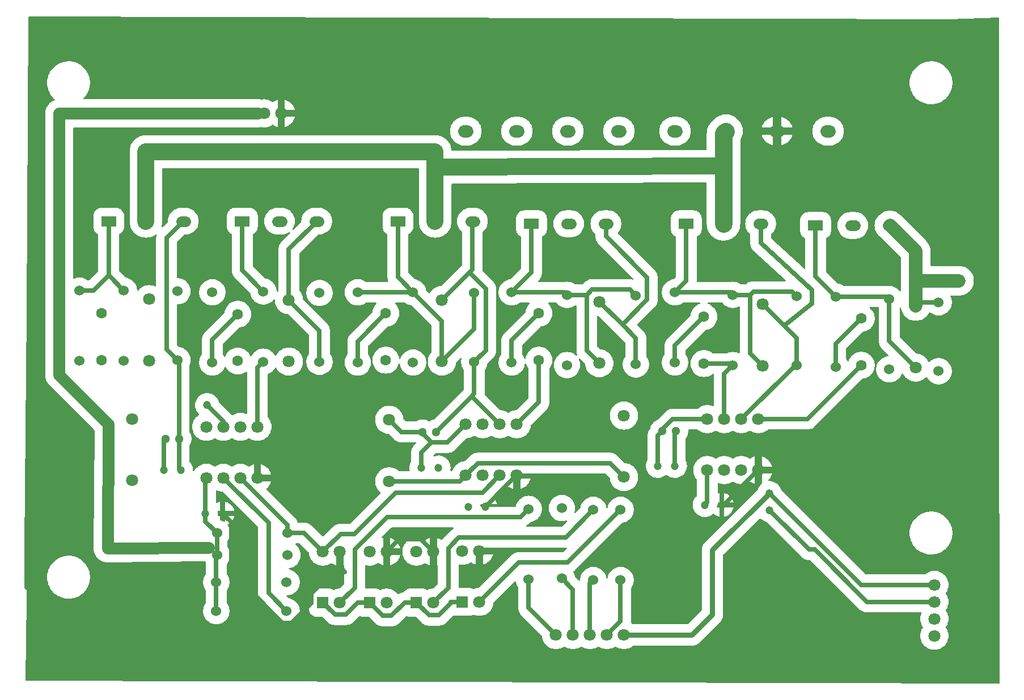
<source format=gbl>
G04 Layer: BottomLayer*
G04 EasyEDA v6.4.23, 2021-09-03T20:22:04+02:00*
G04 df207e5be6814a9699ce4ef5e016687c,9749f264c22c4078942e6e06db5db619,10*
G04 Gerber Generator version 0.2*
G04 Scale: 100 percent, Rotated: No, Reflected: No *
G04 Dimensions in millimeters *
G04 leading zeros omitted , absolute positions ,4 integer and 5 decimal *
%FSLAX45Y45*%
%MOMM*%

%ADD12C,0.7000*%
%ADD13C,2.5000*%
%ADD15C,1.8000*%
%ADD16C,2.0000*%
%ADD23C,0.6100*%
%ADD24C,1.2000*%
%ADD27R,1.8000X1.8000*%
%ADD28C,1.5240*%
%ADD29C,1.3000*%
%ADD30C,1.1938*%
%ADD31R,2.2000X1.6000*%
%ADD32C,1.6000*%
%ADD33C,1.9000*%
%ADD34C,0.8000*%
%ADD35C,2.6016*%

%LPD*%
G36*
X24043284Y1600555D02*
G01*
X9510115Y1638452D01*
X9506153Y1639214D01*
X9502851Y1641449D01*
X9500666Y1644802D01*
X9499955Y1648764D01*
X9518650Y2844698D01*
X9518650Y2996184D01*
X9517938Y2997911D01*
X9490151Y3025698D01*
X9487916Y3029000D01*
X9487154Y3032912D01*
X9487154Y3644798D01*
X9525000Y7137349D01*
X9550349Y11559590D01*
X9551111Y11563451D01*
X9553346Y11566702D01*
X9556648Y11568887D01*
X9560509Y11569649D01*
X23304601Y11531600D01*
X24030330Y11556187D01*
X24034343Y11555526D01*
X24037747Y11553342D01*
X24040033Y11550040D01*
X24040846Y11546027D01*
X24040846Y6705600D01*
X24053444Y1610715D01*
X24052682Y1606854D01*
X24050498Y1603502D01*
X24047196Y1601317D01*
G37*

%LPC*%
G36*
X23075900Y2101189D02*
G01*
X23095864Y2102104D01*
X23115676Y2104948D01*
X23135132Y2109673D01*
X23154030Y2116226D01*
X23172216Y2124557D01*
X23189539Y2134565D01*
X23205846Y2146147D01*
X23220984Y2159254D01*
X23234802Y2173732D01*
X23247146Y2189429D01*
X23257967Y2206294D01*
X23267111Y2224074D01*
X23274578Y2242616D01*
X23280217Y2261819D01*
X23283976Y2281478D01*
X23285907Y2301392D01*
X23285907Y2321407D01*
X23283976Y2341321D01*
X23280217Y2360980D01*
X23274578Y2380183D01*
X23267111Y2398725D01*
X23257967Y2416505D01*
X23247451Y2432913D01*
X23245978Y2436469D01*
X23245978Y2440330D01*
X23247451Y2443886D01*
X23257967Y2460294D01*
X23267111Y2478074D01*
X23274578Y2496616D01*
X23280217Y2515819D01*
X23283976Y2535478D01*
X23285907Y2555392D01*
X23285907Y2575407D01*
X23283976Y2595321D01*
X23280217Y2614980D01*
X23274578Y2634183D01*
X23267111Y2652725D01*
X23257967Y2670505D01*
X23247451Y2686913D01*
X23245978Y2690469D01*
X23245978Y2694330D01*
X23247451Y2697886D01*
X23257967Y2714294D01*
X23267111Y2732074D01*
X23274578Y2750616D01*
X23280217Y2769819D01*
X23283976Y2789478D01*
X23285907Y2809392D01*
X23285907Y2829407D01*
X23283976Y2849321D01*
X23280217Y2868980D01*
X23274578Y2888183D01*
X23267111Y2906725D01*
X23257967Y2924505D01*
X23247451Y2940913D01*
X23245978Y2944469D01*
X23245978Y2948330D01*
X23247451Y2951886D01*
X23257967Y2968294D01*
X23267111Y2986074D01*
X23274578Y3004616D01*
X23280217Y3023819D01*
X23283976Y3043478D01*
X23285907Y3063392D01*
X23285907Y3083407D01*
X23283976Y3103321D01*
X23280217Y3122980D01*
X23274578Y3142183D01*
X23267111Y3160725D01*
X23257967Y3178505D01*
X23247146Y3195370D01*
X23234802Y3211068D01*
X23220984Y3225546D01*
X23205846Y3238652D01*
X23189539Y3250234D01*
X23172216Y3260242D01*
X23154030Y3268573D01*
X23135132Y3275126D01*
X23115676Y3279851D01*
X23095864Y3282696D01*
X23075900Y3283610D01*
X23055935Y3282696D01*
X23036123Y3279851D01*
X23016667Y3275126D01*
X22997769Y3268573D01*
X22979583Y3260242D01*
X22962260Y3250234D01*
X22945953Y3238652D01*
X22937266Y3231134D01*
X22934168Y3229305D01*
X22930612Y3228644D01*
X22052229Y3228644D01*
X22048317Y3229406D01*
X22045015Y3231642D01*
X20787969Y4488688D01*
X20786293Y4490923D01*
X20778774Y4512767D01*
X20770900Y4529582D01*
X20761350Y4545431D01*
X20750276Y4560265D01*
X20737677Y4573828D01*
X20723758Y4586071D01*
X20708670Y4596790D01*
X20692516Y4605934D01*
X20675549Y4613351D01*
X20657921Y4618990D01*
X20639786Y4622800D01*
X20621345Y4624679D01*
X20605242Y4624679D01*
X20601381Y4625441D01*
X20598130Y4627575D01*
X20595894Y4630826D01*
X20595082Y4634687D01*
X20595793Y4638548D01*
X20597876Y4641850D01*
X20605902Y4650232D01*
X20618246Y4665929D01*
X20629067Y4682794D01*
X20638211Y4700574D01*
X20645678Y4719116D01*
X20650758Y4736541D01*
X20498358Y4736541D01*
X20498358Y4588814D01*
X20497444Y4584649D01*
X20494904Y4581194D01*
X20486522Y4573828D01*
X20473924Y4560265D01*
X20462849Y4545431D01*
X20453299Y4529582D01*
X20445425Y4512767D01*
X20442021Y4502962D01*
X20439634Y4499152D01*
X19645020Y3704437D01*
X19636181Y3694328D01*
X19633742Y3691229D01*
X19626072Y3680206D01*
X19623989Y3676904D01*
X19617537Y3665118D01*
X19615861Y3661562D01*
X19610730Y3649167D01*
X19609409Y3645458D01*
X19605650Y3632555D01*
X19604736Y3628745D01*
X19602399Y3615537D01*
X19601942Y3611626D01*
X19601027Y3598214D01*
X19600976Y2699461D01*
X19600164Y2695600D01*
X19597979Y2692298D01*
X19393001Y2487320D01*
X19389699Y2485136D01*
X19385838Y2484323D01*
X18579846Y2484323D01*
X18576544Y2484882D01*
X18573597Y2486507D01*
X18562370Y2495346D01*
X18548756Y2504084D01*
X18546114Y2506522D01*
X18544489Y2509723D01*
X18544133Y2513330D01*
X18544794Y2523236D01*
X18544844Y3021888D01*
X18545352Y3025089D01*
X18546826Y3027984D01*
X18552922Y3036163D01*
X18562828Y3052673D01*
X18571057Y3070148D01*
X18577560Y3088284D01*
X18582233Y3106978D01*
X18585078Y3126028D01*
X18586043Y3145282D01*
X18585078Y3164535D01*
X18582233Y3183636D01*
X18577560Y3202330D01*
X18571057Y3220466D01*
X18562828Y3237890D01*
X18552922Y3254451D01*
X18541441Y3269894D01*
X18528487Y3284169D01*
X18514212Y3297123D01*
X18498718Y3308604D01*
X18482208Y3318510D01*
X18464784Y3326790D01*
X18446597Y3333292D01*
X18427903Y3337966D01*
X18408853Y3340760D01*
X18389600Y3341725D01*
X18370346Y3340760D01*
X18351296Y3337966D01*
X18332602Y3333292D01*
X18314416Y3326790D01*
X18296991Y3318510D01*
X18280481Y3308604D01*
X18264987Y3297123D01*
X18250712Y3284169D01*
X18237758Y3269894D01*
X18226278Y3254451D01*
X18216372Y3237890D01*
X18208142Y3220466D01*
X18201640Y3202330D01*
X18196966Y3183636D01*
X18196458Y3180283D01*
X18195036Y3176422D01*
X18192242Y3173476D01*
X18188432Y3171850D01*
X18184368Y3171850D01*
X18180558Y3173476D01*
X18177764Y3176422D01*
X18176341Y3180283D01*
X18175833Y3183636D01*
X18171160Y3202330D01*
X18164657Y3220466D01*
X18156428Y3237890D01*
X18146522Y3254451D01*
X18135041Y3269894D01*
X18122087Y3284169D01*
X18107812Y3297123D01*
X18092318Y3308604D01*
X18075808Y3318510D01*
X18058384Y3326790D01*
X18040197Y3333292D01*
X18021503Y3337966D01*
X18002453Y3340760D01*
X17983200Y3341725D01*
X17963946Y3340760D01*
X17944896Y3337966D01*
X17926202Y3333292D01*
X17908016Y3326790D01*
X17890591Y3318510D01*
X17874081Y3308604D01*
X17858587Y3297123D01*
X17844312Y3284169D01*
X17831358Y3269894D01*
X17819878Y3254451D01*
X17809972Y3237890D01*
X17801742Y3220466D01*
X17795240Y3202330D01*
X17790566Y3183636D01*
X17787721Y3164535D01*
X17787010Y3150108D01*
X17786502Y3147466D01*
X17784165Y3140252D01*
X17782133Y3136646D01*
X17778831Y3134207D01*
X17774818Y3133242D01*
X17770754Y3133953D01*
X17767350Y3136188D01*
X17710302Y3193186D01*
X17708422Y3195828D01*
X17707457Y3198876D01*
X17705933Y3209036D01*
X17701260Y3227730D01*
X17694757Y3245866D01*
X17686528Y3263290D01*
X17685562Y3264915D01*
X17684292Y3268472D01*
X17684343Y3272231D01*
X17685816Y3275736D01*
X17688458Y3278428D01*
X17694503Y3282645D01*
X17697551Y3285032D01*
X17707305Y3293516D01*
X18412104Y3998264D01*
X18414695Y4000144D01*
X18417794Y4001160D01*
X18427903Y4002633D01*
X18446597Y4007307D01*
X18464784Y4013809D01*
X18482208Y4022039D01*
X18498718Y4031945D01*
X18514212Y4043476D01*
X18528487Y4056379D01*
X18541441Y4070705D01*
X18552922Y4086148D01*
X18562828Y4102709D01*
X18571057Y4120134D01*
X18577560Y4138269D01*
X18582233Y4156964D01*
X18585078Y4176064D01*
X18586043Y4195318D01*
X18585078Y4214571D01*
X18582233Y4233621D01*
X18577560Y4252315D01*
X18571057Y4270451D01*
X18562828Y4287875D01*
X18552922Y4304436D01*
X18541441Y4319930D01*
X18528487Y4334205D01*
X18514212Y4347159D01*
X18498718Y4358640D01*
X18482208Y4368546D01*
X18464784Y4376775D01*
X18446597Y4383278D01*
X18427903Y4387951D01*
X18408853Y4390796D01*
X18389600Y4391710D01*
X18370346Y4390796D01*
X18351296Y4387951D01*
X18332602Y4383278D01*
X18314416Y4376775D01*
X18296991Y4368546D01*
X18280481Y4358640D01*
X18264987Y4347159D01*
X18250712Y4334205D01*
X18237758Y4319930D01*
X18226278Y4304436D01*
X18216372Y4287875D01*
X18208142Y4270451D01*
X18201640Y4252315D01*
X18196966Y4233621D01*
X18196458Y4230268D01*
X18195036Y4226458D01*
X18192242Y4223461D01*
X18188432Y4221835D01*
X18184368Y4221835D01*
X18180558Y4223461D01*
X18177764Y4226458D01*
X18176341Y4230268D01*
X18175833Y4233621D01*
X18171160Y4252315D01*
X18164657Y4270451D01*
X18156428Y4287875D01*
X18146522Y4304436D01*
X18135041Y4319930D01*
X18122087Y4334205D01*
X18107812Y4347159D01*
X18092318Y4358640D01*
X18075808Y4368546D01*
X18058384Y4376775D01*
X18040197Y4383278D01*
X18021503Y4387951D01*
X18002453Y4390796D01*
X17983200Y4391710D01*
X17963946Y4390796D01*
X17944896Y4387951D01*
X17926202Y4383278D01*
X17908016Y4376775D01*
X17890591Y4368546D01*
X17874081Y4358640D01*
X17858587Y4347159D01*
X17844312Y4334205D01*
X17831358Y4319930D01*
X17819878Y4304436D01*
X17809972Y4287875D01*
X17801742Y4270451D01*
X17795240Y4252315D01*
X17790566Y4233621D01*
X17789042Y4223562D01*
X17788077Y4220464D01*
X17786197Y4217873D01*
X17716144Y4147820D01*
X17712893Y4145635D01*
X17709083Y4144822D01*
X17705273Y4145534D01*
X17701971Y4147616D01*
X17699736Y4150766D01*
X17698821Y4154576D01*
X17699380Y4158437D01*
X17701260Y4163669D01*
X17705933Y4182364D01*
X17708778Y4201464D01*
X17709743Y4220718D01*
X17708778Y4239971D01*
X17705933Y4259021D01*
X17701260Y4277715D01*
X17694757Y4295851D01*
X17686528Y4313275D01*
X17676622Y4329836D01*
X17665141Y4345330D01*
X17652187Y4359605D01*
X17637912Y4372559D01*
X17622418Y4384040D01*
X17605908Y4393946D01*
X17588484Y4402175D01*
X17570297Y4408678D01*
X17551603Y4413351D01*
X17532553Y4416196D01*
X17513300Y4417110D01*
X17494046Y4416196D01*
X17474996Y4413351D01*
X17456302Y4408678D01*
X17438116Y4402175D01*
X17420691Y4393946D01*
X17404181Y4384040D01*
X17388687Y4372559D01*
X17374412Y4359605D01*
X17361458Y4345330D01*
X17349978Y4329836D01*
X17340072Y4313275D01*
X17331842Y4295851D01*
X17325340Y4277715D01*
X17320666Y4259021D01*
X17317821Y4239971D01*
X17316856Y4220718D01*
X17317821Y4201464D01*
X17320666Y4182364D01*
X17325340Y4163669D01*
X17331842Y4145534D01*
X17340072Y4128109D01*
X17349978Y4111548D01*
X17361458Y4096105D01*
X17374412Y4081779D01*
X17388687Y4068876D01*
X17404181Y4057345D01*
X17420691Y4047439D01*
X17438116Y4039209D01*
X17456302Y4032707D01*
X17474996Y4028033D01*
X17494046Y4025188D01*
X17513300Y4024274D01*
X17532553Y4025188D01*
X17551603Y4028033D01*
X17570297Y4032707D01*
X17575580Y4034586D01*
X17579441Y4035196D01*
X17583200Y4034282D01*
X17586401Y4031996D01*
X17588484Y4028744D01*
X17589144Y4024884D01*
X17588382Y4021074D01*
X17586198Y4017873D01*
X17509388Y3941064D01*
X17506086Y3938828D01*
X17502174Y3938066D01*
X16987723Y3938066D01*
X16983557Y3938981D01*
X16980154Y3941470D01*
X16978071Y3945178D01*
X16977664Y3949395D01*
X16979036Y3953459D01*
X16981932Y3956558D01*
X16989145Y3961587D01*
X16992193Y3963974D01*
X17001947Y3972458D01*
X17040504Y4010964D01*
X17043095Y4012844D01*
X17046194Y4013860D01*
X17056303Y4015333D01*
X17074997Y4020007D01*
X17093184Y4026509D01*
X17110608Y4034739D01*
X17127118Y4044645D01*
X17142612Y4056176D01*
X17156887Y4069079D01*
X17169841Y4083405D01*
X17181322Y4098848D01*
X17191228Y4115409D01*
X17199457Y4132834D01*
X17205960Y4150969D01*
X17210633Y4169664D01*
X17213478Y4188764D01*
X17214443Y4208018D01*
X17213478Y4227271D01*
X17210633Y4246321D01*
X17205960Y4265015D01*
X17199457Y4283151D01*
X17191228Y4300575D01*
X17181322Y4317136D01*
X17169841Y4332630D01*
X17156887Y4346905D01*
X17142612Y4359859D01*
X17127118Y4371340D01*
X17110608Y4381246D01*
X17093184Y4389475D01*
X17074997Y4395978D01*
X17056303Y4400651D01*
X17037253Y4403496D01*
X17018000Y4404410D01*
X16998746Y4403496D01*
X16979696Y4400651D01*
X16961002Y4395978D01*
X16942816Y4389475D01*
X16925391Y4381246D01*
X16908881Y4371340D01*
X16893387Y4359859D01*
X16879112Y4346905D01*
X16866158Y4332630D01*
X16854678Y4317136D01*
X16844772Y4300575D01*
X16836542Y4283151D01*
X16830040Y4265015D01*
X16825772Y4247997D01*
X16823791Y4244035D01*
X16820235Y4241292D01*
X16815917Y4240326D01*
X16305936Y4240326D01*
X16302177Y4241038D01*
X16298926Y4243120D01*
X16296741Y4246219D01*
X16295776Y4249978D01*
X16295268Y4260291D01*
X16294354Y4266285D01*
X16294607Y4270603D01*
X16296640Y4274464D01*
X16300145Y4277055D01*
X16304361Y4277969D01*
X16334130Y4277969D01*
X16334130Y4286300D01*
X16334740Y4289907D01*
X16336670Y4293057D01*
X16339515Y4295292D01*
X16343020Y4296410D01*
X16358616Y4299000D01*
X16362426Y4299915D01*
X16374770Y4303522D01*
X16378478Y4304842D01*
X16391940Y4310481D01*
X16395903Y4311497D01*
X16399916Y4310837D01*
X16403370Y4308652D01*
X16405656Y4305300D01*
X16406520Y4301337D01*
X16406520Y4277969D01*
X16546525Y4277969D01*
X16541699Y4296511D01*
X16535146Y4313834D01*
X16526865Y4330395D01*
X16516959Y4346041D01*
X16505428Y4360570D01*
X16492524Y4373829D01*
X16487648Y4377893D01*
X16485057Y4381195D01*
X16483990Y4385259D01*
X16484650Y4389374D01*
X16486936Y4392879D01*
X16593210Y4499152D01*
X16596258Y4501286D01*
X16599916Y4502099D01*
X16606164Y4502404D01*
X16625976Y4505248D01*
X16645432Y4509973D01*
X16664330Y4516526D01*
X16682516Y4524857D01*
X16699839Y4534865D01*
X16707307Y4540148D01*
X16711117Y4541824D01*
X16715282Y4541824D01*
X16719092Y4540148D01*
X16726560Y4534865D01*
X16743883Y4524857D01*
X16762069Y4516526D01*
X16780967Y4509973D01*
X16788841Y4508093D01*
X16788841Y4655058D01*
X16789247Y4657902D01*
X16790517Y4662119D01*
X16794276Y4681778D01*
X16796207Y4701692D01*
X16796207Y4721707D01*
X16795699Y4726686D01*
X16796207Y4730851D01*
X16798290Y4734509D01*
X16801744Y4736947D01*
X16805808Y4737811D01*
X18162320Y4737811D01*
X18166232Y4737049D01*
X18169534Y4734814D01*
X18227751Y4676597D01*
X18229783Y4673752D01*
X18230697Y4670348D01*
X18232323Y4653584D01*
X18236082Y4633925D01*
X18241721Y4614722D01*
X18249188Y4596180D01*
X18258332Y4578400D01*
X18269153Y4561535D01*
X18281497Y4545838D01*
X18295315Y4531360D01*
X18310453Y4518253D01*
X18326760Y4506620D01*
X18344083Y4496663D01*
X18362269Y4488332D01*
X18381167Y4481779D01*
X18400623Y4477054D01*
X18420435Y4474210D01*
X18440400Y4473244D01*
X18460364Y4474210D01*
X18480176Y4477054D01*
X18499632Y4481779D01*
X18518530Y4488332D01*
X18536716Y4496663D01*
X18554039Y4506620D01*
X18570346Y4518253D01*
X18585484Y4531360D01*
X18599302Y4545838D01*
X18611646Y4561535D01*
X18622467Y4578400D01*
X18631611Y4596180D01*
X18639078Y4614722D01*
X18644717Y4633925D01*
X18648476Y4653584D01*
X18650407Y4673498D01*
X18650407Y4693513D01*
X18648476Y4713427D01*
X18644717Y4733086D01*
X18639078Y4752238D01*
X18631611Y4770831D01*
X18622467Y4788611D01*
X18611646Y4805426D01*
X18599302Y4821174D01*
X18585484Y4835652D01*
X18570346Y4848758D01*
X18554039Y4860340D01*
X18536716Y4870348D01*
X18518530Y4878679D01*
X18499632Y4885232D01*
X18480176Y4889957D01*
X18460364Y4892802D01*
X18454116Y4893056D01*
X18450458Y4893919D01*
X18447410Y4896053D01*
X18337733Y5005679D01*
X18327979Y5014163D01*
X18324931Y5016550D01*
X18314365Y5023916D01*
X18311012Y5025999D01*
X18299684Y5032197D01*
X18296178Y5033873D01*
X18284240Y5038801D01*
X18280532Y5040122D01*
X18268188Y5043728D01*
X18264378Y5044643D01*
X18251678Y5046878D01*
X18247766Y5047386D01*
X18234914Y5048250D01*
X16255492Y5048250D01*
X16242639Y5047386D01*
X16238728Y5046878D01*
X16226028Y5044643D01*
X16222218Y5043728D01*
X16209873Y5040122D01*
X16206165Y5038801D01*
X16194227Y5033873D01*
X16190722Y5032197D01*
X16179393Y5025999D01*
X16176040Y5023916D01*
X16165474Y5016550D01*
X16162426Y5014163D01*
X16152672Y5005679D01*
X16071189Y4924247D01*
X16068141Y4922113D01*
X16064484Y4921300D01*
X16058235Y4920996D01*
X16038423Y4918151D01*
X16018967Y4913426D01*
X16000069Y4906873D01*
X15981883Y4898542D01*
X15964560Y4888534D01*
X15948253Y4876952D01*
X15933115Y4863846D01*
X15919297Y4849368D01*
X15906953Y4833670D01*
X15896132Y4816805D01*
X15886988Y4799025D01*
X15879978Y4781651D01*
X15877794Y4778298D01*
X15874492Y4776063D01*
X15870580Y4775250D01*
X15857270Y4775250D01*
X15852901Y4776216D01*
X15849396Y4779010D01*
X15847364Y4783023D01*
X15847313Y4787493D01*
X15849600Y4798314D01*
X15851479Y4816754D01*
X15851479Y4835245D01*
X15849600Y4853686D01*
X15845790Y4871821D01*
X15840151Y4889449D01*
X15832734Y4906416D01*
X15823590Y4922570D01*
X15812871Y4937658D01*
X15800628Y4951577D01*
X15787065Y4964176D01*
X15772231Y4975250D01*
X15756382Y4984800D01*
X15739567Y4992674D01*
X15722092Y4998770D01*
X15704057Y5002987D01*
X15685668Y5005374D01*
X15667177Y5005882D01*
X15648686Y5004409D01*
X15630499Y5001107D01*
X15612668Y4995926D01*
X15608757Y4994351D01*
X15604845Y4993589D01*
X15600984Y4994351D01*
X15597733Y4996586D01*
X15595549Y4999888D01*
X15594787Y5003749D01*
X15595549Y5007660D01*
X15597733Y5010912D01*
X15629483Y5042662D01*
X15632785Y5044897D01*
X15636697Y5045659D01*
X15809823Y5045710D01*
X15822574Y5046573D01*
X15826536Y5047081D01*
X15839186Y5049316D01*
X15843046Y5050231D01*
X15855340Y5053838D01*
X15859150Y5055158D01*
X15870986Y5060086D01*
X15874593Y5061813D01*
X15885820Y5067960D01*
X15889224Y5070043D01*
X15902889Y5079847D01*
X15912490Y5088280D01*
X16085312Y5261152D01*
X16088360Y5263286D01*
X16092017Y5264150D01*
X16098164Y5264404D01*
X16117976Y5267248D01*
X16137432Y5271973D01*
X16156330Y5278526D01*
X16174516Y5286857D01*
X16191839Y5296865D01*
X16199307Y5302148D01*
X16203117Y5303824D01*
X16207282Y5303824D01*
X16211092Y5302148D01*
X16218560Y5296865D01*
X16235883Y5286857D01*
X16254069Y5278526D01*
X16272967Y5271973D01*
X16292423Y5267248D01*
X16312235Y5264404D01*
X16332200Y5263489D01*
X16352164Y5264404D01*
X16371976Y5267248D01*
X16391432Y5271973D01*
X16410330Y5278526D01*
X16428516Y5286857D01*
X16445839Y5296865D01*
X16453307Y5302148D01*
X16457117Y5303824D01*
X16461282Y5303824D01*
X16465092Y5302148D01*
X16472560Y5296865D01*
X16489883Y5286857D01*
X16508069Y5278526D01*
X16526967Y5271973D01*
X16546423Y5267248D01*
X16566235Y5264404D01*
X16586200Y5263489D01*
X16606164Y5264404D01*
X16625976Y5267248D01*
X16645432Y5271973D01*
X16664330Y5278526D01*
X16682516Y5286857D01*
X16699839Y5296865D01*
X16707307Y5302148D01*
X16711117Y5303824D01*
X16715282Y5303824D01*
X16719092Y5302148D01*
X16726560Y5296865D01*
X16743883Y5286857D01*
X16762069Y5278526D01*
X16780967Y5271973D01*
X16800423Y5267248D01*
X16820235Y5264404D01*
X16840200Y5263489D01*
X16860164Y5264404D01*
X16879976Y5267248D01*
X16899432Y5271973D01*
X16918330Y5278526D01*
X16936516Y5286857D01*
X16953839Y5296865D01*
X16970146Y5308447D01*
X16985284Y5321554D01*
X16999102Y5336032D01*
X17011446Y5351729D01*
X17022267Y5368594D01*
X17031411Y5386374D01*
X17038878Y5404916D01*
X17044517Y5424119D01*
X17048276Y5443778D01*
X17049902Y5460542D01*
X17050816Y5463946D01*
X17052848Y5466791D01*
X17283023Y5697016D01*
X17291507Y5706770D01*
X17293894Y5709818D01*
X17301260Y5720384D01*
X17303343Y5723737D01*
X17309541Y5735066D01*
X17311217Y5738571D01*
X17316145Y5750509D01*
X17317466Y5754217D01*
X17321072Y5766562D01*
X17321987Y5770372D01*
X17324222Y5783072D01*
X17324730Y5786983D01*
X17325594Y5799836D01*
X17325644Y6302044D01*
X17326152Y6305194D01*
X17327626Y6308090D01*
X17336871Y6320536D01*
X17346980Y6337401D01*
X17355413Y6355181D01*
X17362017Y6373672D01*
X17366792Y6392722D01*
X17369688Y6412179D01*
X17370653Y6431788D01*
X17369688Y6451396D01*
X17366792Y6470853D01*
X17362017Y6489903D01*
X17355413Y6508394D01*
X17346980Y6526174D01*
X17336871Y6543040D01*
X17325187Y6558788D01*
X17311979Y6573367D01*
X17297450Y6586575D01*
X17281652Y6598259D01*
X17264786Y6608368D01*
X17247006Y6616801D01*
X17228515Y6623405D01*
X17209465Y6628180D01*
X17190008Y6631076D01*
X17170400Y6632041D01*
X17150791Y6631076D01*
X17131334Y6628180D01*
X17112284Y6623405D01*
X17093793Y6616801D01*
X17076013Y6608368D01*
X17059148Y6598259D01*
X17043400Y6586575D01*
X17028820Y6573367D01*
X17015612Y6558788D01*
X17003928Y6543040D01*
X16993819Y6526174D01*
X16985386Y6508394D01*
X16978782Y6489903D01*
X16974007Y6470853D01*
X16971670Y6455156D01*
X16970095Y6450990D01*
X16966844Y6447942D01*
X16962628Y6446570D01*
X16958208Y6447078D01*
X16954449Y6449466D01*
X16952061Y6453225D01*
X16945457Y6471666D01*
X16937228Y6489090D01*
X16927322Y6505651D01*
X16921226Y6513830D01*
X16919752Y6516674D01*
X16919244Y6519875D01*
X16919244Y6656882D01*
X16920006Y6660794D01*
X16922242Y6664096D01*
X17188383Y6930237D01*
X17191024Y6932168D01*
X17194072Y6933133D01*
X17209465Y6935419D01*
X17228515Y6940194D01*
X17247006Y6946798D01*
X17264786Y6955180D01*
X17281652Y6965289D01*
X17297450Y6977024D01*
X17311979Y6990181D01*
X17325187Y7004761D01*
X17336871Y7020559D01*
X17346980Y7037374D01*
X17355413Y7055154D01*
X17362017Y7073646D01*
X17366792Y7092746D01*
X17369688Y7112152D01*
X17370653Y7131761D01*
X17369688Y7151420D01*
X17366792Y7170826D01*
X17362017Y7189927D01*
X17355413Y7208418D01*
X17346980Y7226198D01*
X17336871Y7243013D01*
X17325187Y7258812D01*
X17311725Y7273594D01*
X17309338Y7276846D01*
X17308423Y7280757D01*
X17309084Y7284770D01*
X17311268Y7288174D01*
X17314621Y7290460D01*
X17318583Y7291273D01*
X17426990Y7291273D01*
X17430089Y7290765D01*
X17432883Y7289393D01*
X17435169Y7287158D01*
X17437658Y7283805D01*
X17450612Y7269480D01*
X17464887Y7256576D01*
X17480381Y7245045D01*
X17496891Y7235139D01*
X17514316Y7226909D01*
X17532502Y7220407D01*
X17551196Y7215733D01*
X17570246Y7212888D01*
X17589500Y7211974D01*
X17608753Y7212888D01*
X17627803Y7215733D01*
X17646497Y7220407D01*
X17664684Y7226909D01*
X17682108Y7235139D01*
X17698618Y7245045D01*
X17706848Y7251192D01*
X17709743Y7252665D01*
X17712893Y7253173D01*
X17719497Y7253173D01*
X17723408Y7252411D01*
X17726660Y7250175D01*
X17728895Y7246924D01*
X17729657Y7243013D01*
X17729708Y6568440D01*
X17730571Y6555587D01*
X17731079Y6551676D01*
X17733314Y6538976D01*
X17734229Y6535166D01*
X17737836Y6522821D01*
X17739156Y6519113D01*
X17742763Y6510426D01*
X17743525Y6506565D01*
X17742814Y6502755D01*
X17740680Y6499504D01*
X17737480Y6497218D01*
X17733721Y6496354D01*
X17729860Y6496964D01*
X17726507Y6498996D01*
X17714112Y6510223D01*
X17698618Y6521704D01*
X17682108Y6531609D01*
X17664684Y6539890D01*
X17646497Y6546392D01*
X17627803Y6551066D01*
X17608753Y6553860D01*
X17589500Y6554825D01*
X17570246Y6553860D01*
X17551196Y6551066D01*
X17532502Y6546392D01*
X17514316Y6539890D01*
X17496891Y6531609D01*
X17480381Y6521704D01*
X17464887Y6510223D01*
X17450612Y6497269D01*
X17437658Y6482994D01*
X17426178Y6467551D01*
X17416272Y6450990D01*
X17408042Y6433566D01*
X17401540Y6415430D01*
X17396866Y6396736D01*
X17394021Y6377635D01*
X17393056Y6358382D01*
X17394021Y6339128D01*
X17396866Y6320078D01*
X17401540Y6301384D01*
X17408042Y6283248D01*
X17416272Y6265773D01*
X17426178Y6249263D01*
X17437658Y6233769D01*
X17450612Y6219494D01*
X17464887Y6206540D01*
X17480381Y6195060D01*
X17496891Y6185154D01*
X17514316Y6176924D01*
X17532502Y6170422D01*
X17551196Y6165748D01*
X17570246Y6162903D01*
X17589500Y6161938D01*
X17608753Y6162903D01*
X17627803Y6165748D01*
X17646497Y6170422D01*
X17664684Y6176924D01*
X17682108Y6185154D01*
X17698618Y6195060D01*
X17714112Y6206540D01*
X17728387Y6219494D01*
X17741341Y6233769D01*
X17752822Y6249263D01*
X17762728Y6265773D01*
X17770957Y6283248D01*
X17777460Y6301384D01*
X17782133Y6320078D01*
X17784978Y6339128D01*
X17785943Y6358382D01*
X17784978Y6377635D01*
X17782133Y6396736D01*
X17777460Y6415430D01*
X17770957Y6433566D01*
X17766131Y6443827D01*
X17765166Y6447739D01*
X17765776Y6451752D01*
X17767909Y6455156D01*
X17771211Y6457492D01*
X17775174Y6458356D01*
X17779136Y6457594D01*
X17782489Y6455359D01*
X17859451Y6378397D01*
X17861483Y6375552D01*
X17862397Y6372148D01*
X17864023Y6355384D01*
X17867782Y6335725D01*
X17873421Y6316522D01*
X17880888Y6297980D01*
X17890032Y6280200D01*
X17900853Y6263335D01*
X17913197Y6247638D01*
X17927015Y6233160D01*
X17942153Y6220053D01*
X17958460Y6208420D01*
X17975783Y6198463D01*
X17993969Y6190132D01*
X18012867Y6183579D01*
X18032323Y6178854D01*
X18052135Y6176010D01*
X18072100Y6175044D01*
X18092064Y6176010D01*
X18111876Y6178854D01*
X18131332Y6183579D01*
X18150230Y6190132D01*
X18168416Y6198463D01*
X18185739Y6208420D01*
X18202046Y6220053D01*
X18217184Y6233160D01*
X18231002Y6247638D01*
X18243346Y6263335D01*
X18254167Y6280200D01*
X18263311Y6297980D01*
X18270778Y6316522D01*
X18276417Y6335725D01*
X18280176Y6355384D01*
X18282107Y6375298D01*
X18282107Y6395313D01*
X18280176Y6415227D01*
X18276417Y6434886D01*
X18270778Y6454038D01*
X18263311Y6472631D01*
X18254167Y6490411D01*
X18243346Y6507226D01*
X18231002Y6522974D01*
X18217184Y6537452D01*
X18202046Y6550558D01*
X18185739Y6562140D01*
X18168416Y6572148D01*
X18150230Y6580479D01*
X18131332Y6587032D01*
X18111876Y6591757D01*
X18092064Y6594602D01*
X18085816Y6594856D01*
X18082158Y6595719D01*
X18079110Y6597853D01*
X18043144Y6633819D01*
X18040908Y6637121D01*
X18040146Y6641033D01*
X18040146Y7085990D01*
X18040959Y7090054D01*
X18043347Y7093407D01*
X18046852Y7095540D01*
X18050916Y7096150D01*
X18058485Y7095693D01*
X18062041Y7094829D01*
X18065089Y7092746D01*
X18459958Y6697878D01*
X18462193Y6694576D01*
X18462955Y6690664D01*
X18462955Y6491782D01*
X18462447Y6488582D01*
X18460974Y6485737D01*
X18454878Y6477508D01*
X18444972Y6460998D01*
X18436742Y6443573D01*
X18430240Y6425438D01*
X18425566Y6406743D01*
X18422721Y6387642D01*
X18421756Y6368389D01*
X18422721Y6349136D01*
X18425566Y6330086D01*
X18430240Y6311392D01*
X18436742Y6293205D01*
X18444972Y6275781D01*
X18454878Y6259271D01*
X18466358Y6243777D01*
X18479312Y6229502D01*
X18493587Y6216548D01*
X18509081Y6205067D01*
X18525591Y6195161D01*
X18543016Y6186932D01*
X18561202Y6180429D01*
X18579896Y6175756D01*
X18598946Y6172911D01*
X18618200Y6171946D01*
X18637453Y6172911D01*
X18656503Y6175756D01*
X18675197Y6180429D01*
X18693384Y6186932D01*
X18710808Y6195161D01*
X18727318Y6205067D01*
X18742812Y6216548D01*
X18757087Y6229502D01*
X18770041Y6243777D01*
X18781522Y6259271D01*
X18791428Y6275781D01*
X18799657Y6293205D01*
X18806160Y6311392D01*
X18810833Y6330086D01*
X18813678Y6349136D01*
X18814643Y6368389D01*
X18813678Y6387642D01*
X18810833Y6406743D01*
X18806160Y6425438D01*
X18799657Y6443573D01*
X18791428Y6460998D01*
X18781522Y6477508D01*
X18775426Y6485737D01*
X18773952Y6488582D01*
X18773444Y6491782D01*
X18773394Y6763258D01*
X18772530Y6776110D01*
X18772022Y6780022D01*
X18769787Y6792722D01*
X18768872Y6796531D01*
X18765266Y6808876D01*
X18763945Y6812584D01*
X18759017Y6824522D01*
X18757341Y6828028D01*
X18751143Y6839356D01*
X18749060Y6842709D01*
X18741694Y6853275D01*
X18739307Y6856323D01*
X18730823Y6866077D01*
X18641923Y6954977D01*
X18639739Y6958279D01*
X18638977Y6962190D01*
X18639739Y6966051D01*
X18641923Y6969353D01*
X18898971Y7226604D01*
X18907455Y7236358D01*
X18909842Y7239406D01*
X18917259Y7250023D01*
X18919291Y7253325D01*
X18925489Y7264704D01*
X18927165Y7268159D01*
X18932144Y7280148D01*
X18933414Y7283805D01*
X18937071Y7296200D01*
X18937935Y7299959D01*
X18940170Y7312710D01*
X18940678Y7316571D01*
X18941542Y7329474D01*
X18941542Y7671816D01*
X18940678Y7684668D01*
X18940170Y7688580D01*
X18937935Y7701280D01*
X18937020Y7705090D01*
X18933414Y7717434D01*
X18932093Y7721142D01*
X18927165Y7733080D01*
X18925489Y7736586D01*
X18919291Y7747914D01*
X18917208Y7751267D01*
X18909842Y7761833D01*
X18907455Y7764881D01*
X18898971Y7774635D01*
X18350179Y8323427D01*
X18348045Y8326628D01*
X18347232Y8330387D01*
X18347842Y8334146D01*
X18349874Y8337448D01*
X18355665Y8343849D01*
X18367400Y8359648D01*
X18377509Y8376513D01*
X18385891Y8394293D01*
X18392495Y8412784D01*
X18397270Y8431834D01*
X18400166Y8451291D01*
X18401131Y8470900D01*
X18400166Y8490508D01*
X18397270Y8509965D01*
X18392495Y8529015D01*
X18385891Y8547506D01*
X18377509Y8565286D01*
X18367400Y8582152D01*
X18355665Y8597900D01*
X18342508Y8612479D01*
X18327928Y8625687D01*
X18312130Y8637371D01*
X18295264Y8647480D01*
X18277535Y8655913D01*
X18259044Y8662517D01*
X18239943Y8667292D01*
X18220537Y8670188D01*
X18200674Y8671153D01*
X18141137Y8671153D01*
X18121274Y8670188D01*
X18101818Y8667292D01*
X18082768Y8662517D01*
X18064276Y8655913D01*
X18046496Y8647480D01*
X18029682Y8637371D01*
X18013883Y8625687D01*
X17999303Y8612479D01*
X17986095Y8597900D01*
X17974411Y8582152D01*
X17964302Y8565286D01*
X17955920Y8547506D01*
X17949316Y8529015D01*
X17944541Y8509965D01*
X17941645Y8490508D01*
X17940680Y8470900D01*
X17941645Y8451291D01*
X17944541Y8431834D01*
X17949316Y8412784D01*
X17955920Y8394293D01*
X17964302Y8376513D01*
X17974411Y8359648D01*
X17986095Y8343849D01*
X17999303Y8329320D01*
X18012308Y8317534D01*
X18014797Y8314131D01*
X18015661Y8310016D01*
X18015712Y8279130D01*
X18016575Y8266277D01*
X18017083Y8262366D01*
X18019318Y8249666D01*
X18020233Y8245856D01*
X18023840Y8233511D01*
X18025160Y8229803D01*
X18030088Y8217865D01*
X18031764Y8214359D01*
X18037962Y8203031D01*
X18040045Y8199678D01*
X18047411Y8189112D01*
X18049798Y8186064D01*
X18058282Y8176310D01*
X18581827Y7652715D01*
X18584164Y7649006D01*
X18584773Y7644688D01*
X18583452Y7640472D01*
X18580506Y7637221D01*
X18576442Y7635544D01*
X18572022Y7635697D01*
X18563437Y7637983D01*
X18550636Y7640269D01*
X18546978Y7640726D01*
X18533872Y7641590D01*
X17959324Y7641590D01*
X17946217Y7640726D01*
X17942560Y7640269D01*
X17929606Y7637983D01*
X17913451Y7633462D01*
X17909997Y7632242D01*
X17897805Y7627213D01*
X17894503Y7625638D01*
X17882971Y7619339D01*
X17879872Y7617409D01*
X17869052Y7609890D01*
X17866207Y7607655D01*
X17856250Y7599019D01*
X17823738Y7566609D01*
X17820436Y7564424D01*
X17816525Y7563662D01*
X17712842Y7563662D01*
X17709692Y7564170D01*
X17706797Y7565644D01*
X17698618Y7571740D01*
X17682108Y7581646D01*
X17664684Y7589875D01*
X17646497Y7596378D01*
X17627803Y7601051D01*
X17608753Y7603896D01*
X17589500Y7604810D01*
X17570246Y7603896D01*
X17556073Y7601762D01*
X17163338Y7601762D01*
X17159427Y7602524D01*
X17156125Y7604709D01*
X17153940Y7608011D01*
X17153178Y7611922D01*
X17153940Y7615783D01*
X17156125Y7619085D01*
X17171517Y7634579D01*
X17180001Y7644282D01*
X17182388Y7647330D01*
X17189754Y7657896D01*
X17191837Y7661249D01*
X17198035Y7672578D01*
X17199711Y7676083D01*
X17204639Y7688021D01*
X17205960Y7691729D01*
X17209566Y7704074D01*
X17210481Y7707884D01*
X17212716Y7720584D01*
X17213224Y7724495D01*
X17214088Y7737348D01*
X17214138Y8273084D01*
X17214850Y8276894D01*
X17216983Y8280146D01*
X17220133Y8282381D01*
X17224756Y8284464D01*
X17237202Y8291931D01*
X17248632Y8300923D01*
X17258893Y8311184D01*
X17267834Y8322614D01*
X17275352Y8335009D01*
X17281296Y8348268D01*
X17285614Y8362137D01*
X17288256Y8376412D01*
X17289119Y8391194D01*
X17289119Y8550605D01*
X17288256Y8565388D01*
X17285614Y8579662D01*
X17281296Y8593531D01*
X17275352Y8606790D01*
X17267834Y8619185D01*
X17258893Y8630615D01*
X17248632Y8640876D01*
X17237202Y8649817D01*
X17224756Y8657336D01*
X17211548Y8663330D01*
X17197679Y8667648D01*
X17183404Y8670239D01*
X17168571Y8671153D01*
X16949216Y8671153D01*
X16934383Y8670239D01*
X16920108Y8667648D01*
X16906290Y8663330D01*
X16893032Y8657336D01*
X16880586Y8649817D01*
X16869156Y8640876D01*
X16858894Y8630615D01*
X16849953Y8619185D01*
X16842435Y8606790D01*
X16836491Y8593531D01*
X16832173Y8579662D01*
X16829532Y8565388D01*
X16828668Y8550605D01*
X16828668Y8391194D01*
X16829532Y8376412D01*
X16832173Y8362137D01*
X16836491Y8348268D01*
X16842435Y8335009D01*
X16849953Y8322614D01*
X16858894Y8311184D01*
X16869156Y8300923D01*
X16880586Y8291931D01*
X16893032Y8284464D01*
X16897654Y8282381D01*
X16900804Y8280146D01*
X16902938Y8276894D01*
X16903649Y8273084D01*
X16903649Y7809941D01*
X16902887Y7806029D01*
X16900652Y7802727D01*
X16741444Y7643520D01*
X16738854Y7641640D01*
X16735755Y7640624D01*
X16725696Y7639151D01*
X16707002Y7634478D01*
X16688816Y7627975D01*
X16671391Y7619746D01*
X16654881Y7609840D01*
X16639387Y7598359D01*
X16625112Y7585405D01*
X16612158Y7571130D01*
X16600678Y7555636D01*
X16590772Y7539075D01*
X16582542Y7521651D01*
X16576040Y7503515D01*
X16571366Y7484821D01*
X16568521Y7465771D01*
X16567556Y7446518D01*
X16568521Y7427264D01*
X16571366Y7408164D01*
X16576040Y7389469D01*
X16582542Y7371334D01*
X16590772Y7353909D01*
X16600678Y7337348D01*
X16612158Y7321905D01*
X16625112Y7307580D01*
X16639387Y7294676D01*
X16654881Y7283145D01*
X16671391Y7273239D01*
X16688816Y7265009D01*
X16707002Y7258507D01*
X16725696Y7253833D01*
X16744746Y7250988D01*
X16764000Y7250074D01*
X16783253Y7250988D01*
X16802303Y7253833D01*
X16820997Y7258507D01*
X16839184Y7265009D01*
X16856608Y7273239D01*
X16873118Y7283145D01*
X16881348Y7289292D01*
X16884243Y7290765D01*
X16887393Y7291273D01*
X17022216Y7291273D01*
X17026178Y7290460D01*
X17029531Y7288174D01*
X17031716Y7284770D01*
X17032376Y7280757D01*
X17031462Y7276846D01*
X17028820Y7273391D01*
X17015612Y7258812D01*
X17003928Y7243013D01*
X16993819Y7226198D01*
X16985386Y7208418D01*
X16978782Y7189927D01*
X16974007Y7170826D01*
X16971721Y7155535D01*
X16970756Y7152436D01*
X16968876Y7149846D01*
X16651376Y6832295D01*
X16642892Y6822541D01*
X16640505Y6819493D01*
X16633139Y6808927D01*
X16631056Y6805574D01*
X16624858Y6794246D01*
X16623182Y6790740D01*
X16618254Y6778802D01*
X16616934Y6775094D01*
X16613327Y6762750D01*
X16612412Y6758940D01*
X16610177Y6746240D01*
X16609669Y6742328D01*
X16608806Y6729475D01*
X16608755Y6519875D01*
X16608247Y6516674D01*
X16606774Y6513830D01*
X16600678Y6505651D01*
X16590772Y6489090D01*
X16582542Y6471666D01*
X16576040Y6453530D01*
X16571366Y6434836D01*
X16568521Y6415735D01*
X16567556Y6396482D01*
X16568521Y6377228D01*
X16571366Y6358178D01*
X16576040Y6339484D01*
X16582542Y6321348D01*
X16590772Y6303873D01*
X16600678Y6287363D01*
X16612158Y6271869D01*
X16625112Y6257594D01*
X16639387Y6244640D01*
X16654881Y6233160D01*
X16671391Y6223254D01*
X16688816Y6215024D01*
X16707002Y6208522D01*
X16725696Y6203848D01*
X16744746Y6201003D01*
X16764000Y6200038D01*
X16783253Y6201003D01*
X16802303Y6203848D01*
X16820997Y6208522D01*
X16839184Y6215024D01*
X16856608Y6223254D01*
X16873118Y6233160D01*
X16888612Y6244640D01*
X16902887Y6257594D01*
X16915841Y6271869D01*
X16927322Y6287363D01*
X16937228Y6303873D01*
X16945457Y6321348D01*
X16951960Y6339484D01*
X16956633Y6358178D01*
X16958818Y6372860D01*
X16960189Y6376619D01*
X16962831Y6379565D01*
X16966438Y6381242D01*
X16970400Y6381445D01*
X16974108Y6380073D01*
X16977055Y6377432D01*
X16978782Y6373672D01*
X16985386Y6355181D01*
X16993819Y6337401D01*
X17003928Y6320536D01*
X17013174Y6308090D01*
X17014647Y6305194D01*
X17015155Y6302044D01*
X17015155Y5872429D01*
X17014393Y5868517D01*
X17012158Y5865215D01*
X16833189Y5686247D01*
X16830141Y5684113D01*
X16826484Y5683300D01*
X16820235Y5682996D01*
X16800423Y5680151D01*
X16780967Y5675426D01*
X16762069Y5668873D01*
X16743883Y5660542D01*
X16726560Y5650534D01*
X16719092Y5645251D01*
X16715282Y5643575D01*
X16711117Y5643575D01*
X16707307Y5645251D01*
X16699839Y5650534D01*
X16682516Y5660542D01*
X16664330Y5668873D01*
X16645432Y5675426D01*
X16625976Y5680151D01*
X16606164Y5682996D01*
X16599916Y5683300D01*
X16596258Y5684113D01*
X16593210Y5686247D01*
X16362984Y5916422D01*
X16360648Y5920130D01*
X16360089Y5924448D01*
X16360444Y5932474D01*
X16360444Y6283096D01*
X16360952Y6286296D01*
X16362426Y6289141D01*
X16368522Y6297371D01*
X16378428Y6313881D01*
X16386657Y6331305D01*
X16393160Y6349492D01*
X16397833Y6368186D01*
X16399357Y6378143D01*
X16400322Y6381242D01*
X16402202Y6383832D01*
X16488257Y6469938D01*
X16496741Y6479692D01*
X16499128Y6482740D01*
X16506494Y6493306D01*
X16508577Y6496659D01*
X16514775Y6507988D01*
X16516451Y6511493D01*
X16521379Y6523431D01*
X16522700Y6527139D01*
X16526306Y6539484D01*
X16527221Y6543294D01*
X16529456Y6555994D01*
X16529964Y6559905D01*
X16530828Y6572758D01*
X16530828Y7505547D01*
X16529964Y7518298D01*
X16529456Y7522311D01*
X16527221Y7534909D01*
X16526306Y7538770D01*
X16522700Y7551064D01*
X16521379Y7554874D01*
X16516451Y7566710D01*
X16514724Y7570317D01*
X16508577Y7581544D01*
X16506444Y7584948D01*
X16499128Y7595412D01*
X16496639Y7598613D01*
X16488257Y7608214D01*
X16334384Y7762036D01*
X16332047Y7765643D01*
X16331438Y7769910D01*
X16332200Y7781036D01*
X16332250Y8348116D01*
X16333114Y8352231D01*
X16335603Y8355634D01*
X16348608Y8367420D01*
X16361765Y8381949D01*
X16373500Y8397748D01*
X16383609Y8414613D01*
X16391991Y8432393D01*
X16398595Y8450884D01*
X16403370Y8469934D01*
X16406266Y8489391D01*
X16407231Y8509000D01*
X16406266Y8528608D01*
X16403370Y8548065D01*
X16398595Y8567115D01*
X16391991Y8585606D01*
X16383609Y8603386D01*
X16373500Y8620252D01*
X16361765Y8636000D01*
X16348608Y8650579D01*
X16334028Y8663787D01*
X16318230Y8675471D01*
X16301364Y8685580D01*
X16283635Y8694013D01*
X16265144Y8700617D01*
X16246043Y8705392D01*
X16226637Y8708288D01*
X16206774Y8709253D01*
X16147237Y8709253D01*
X16127374Y8708288D01*
X16107918Y8705392D01*
X16088868Y8700617D01*
X16070376Y8694013D01*
X16052596Y8685580D01*
X16035782Y8675471D01*
X16019983Y8663787D01*
X16005403Y8650579D01*
X15992195Y8636000D01*
X15980511Y8620252D01*
X15970402Y8603386D01*
X15962020Y8585606D01*
X15955416Y8567115D01*
X15950641Y8548065D01*
X15947745Y8528608D01*
X15946780Y8509000D01*
X15947745Y8489391D01*
X15950641Y8469934D01*
X15955416Y8450884D01*
X15962020Y8432393D01*
X15970402Y8414613D01*
X15980511Y8397748D01*
X15992195Y8381949D01*
X16005403Y8367420D01*
X16018408Y8355634D01*
X16020897Y8352231D01*
X16021761Y8348116D01*
X16021761Y7853629D01*
X16020999Y7849717D01*
X16018763Y7846415D01*
X15715589Y7543241D01*
X15712541Y7541158D01*
X15708884Y7540294D01*
X15702635Y7539990D01*
X15682823Y7537145D01*
X15663367Y7532420D01*
X15644469Y7525867D01*
X15626283Y7517536D01*
X15608960Y7507579D01*
X15592653Y7495946D01*
X15577515Y7482840D01*
X15563697Y7468362D01*
X15551353Y7452664D01*
X15540278Y7435342D01*
X15537942Y7432344D01*
X15534690Y7430414D01*
X15530931Y7429804D01*
X15527223Y7430668D01*
X15524073Y7432802D01*
X15487802Y7469073D01*
X15485922Y7471664D01*
X15484957Y7474762D01*
X15483433Y7484821D01*
X15478760Y7503515D01*
X15472257Y7521651D01*
X15464028Y7539075D01*
X15454122Y7555636D01*
X15442641Y7571130D01*
X15429687Y7585405D01*
X15415412Y7598359D01*
X15399918Y7609840D01*
X15383408Y7619746D01*
X15365984Y7627975D01*
X15347797Y7634478D01*
X15329103Y7639151D01*
X15319044Y7640624D01*
X15315946Y7641640D01*
X15313355Y7643520D01*
X15223236Y7733639D01*
X15221000Y7736941D01*
X15220238Y7740853D01*
X15220238Y8311184D01*
X15220950Y8314994D01*
X15223083Y8318246D01*
X15226233Y8320481D01*
X15230856Y8322564D01*
X15243301Y8330031D01*
X15254732Y8339023D01*
X15264993Y8349284D01*
X15273934Y8360714D01*
X15281452Y8373109D01*
X15287396Y8386368D01*
X15291714Y8400237D01*
X15294356Y8414512D01*
X15295219Y8429294D01*
X15295219Y8588705D01*
X15294356Y8603488D01*
X15291714Y8617762D01*
X15287396Y8631631D01*
X15281452Y8644890D01*
X15273934Y8657285D01*
X15264993Y8668715D01*
X15254732Y8678976D01*
X15243301Y8687917D01*
X15230856Y8695436D01*
X15217648Y8701430D01*
X15203779Y8705748D01*
X15189504Y8708339D01*
X15174671Y8709253D01*
X14955316Y8709253D01*
X14940483Y8708339D01*
X14926208Y8705748D01*
X14912390Y8701430D01*
X14899132Y8695436D01*
X14886686Y8687917D01*
X14875256Y8678976D01*
X14864994Y8668715D01*
X14856053Y8657285D01*
X14848535Y8644890D01*
X14842591Y8631631D01*
X14838273Y8617762D01*
X14835632Y8603488D01*
X14834768Y8588705D01*
X14834768Y8429294D01*
X14835632Y8414512D01*
X14838273Y8400237D01*
X14842591Y8386368D01*
X14848535Y8373109D01*
X14856053Y8360714D01*
X14864994Y8349284D01*
X14875256Y8339023D01*
X14886686Y8330031D01*
X14899132Y8322564D01*
X14903754Y8320481D01*
X14906904Y8318246D01*
X14909038Y8314994D01*
X14909749Y8311184D01*
X14909800Y7668259D01*
X14910663Y7655407D01*
X14911171Y7651496D01*
X14913406Y7638796D01*
X14914321Y7634986D01*
X14917877Y7622794D01*
X14920671Y7615580D01*
X14921331Y7611719D01*
X14920518Y7607909D01*
X14918283Y7604658D01*
X14915032Y7602524D01*
X14911171Y7601762D01*
X14588642Y7601762D01*
X14585492Y7602270D01*
X14582597Y7603744D01*
X14574418Y7609840D01*
X14557908Y7619746D01*
X14540484Y7627975D01*
X14522297Y7634478D01*
X14503603Y7639151D01*
X14484553Y7641996D01*
X14465300Y7642910D01*
X14446046Y7641996D01*
X14426996Y7639151D01*
X14408302Y7634478D01*
X14390116Y7627975D01*
X14372691Y7619746D01*
X14356181Y7609840D01*
X14340687Y7598359D01*
X14326412Y7585405D01*
X14313458Y7571130D01*
X14301978Y7555636D01*
X14292072Y7539075D01*
X14283842Y7521651D01*
X14277340Y7503515D01*
X14272666Y7484821D01*
X14269821Y7465771D01*
X14268856Y7446518D01*
X14269821Y7427264D01*
X14272666Y7408164D01*
X14277340Y7389469D01*
X14283842Y7371334D01*
X14292072Y7353909D01*
X14301978Y7337348D01*
X14313458Y7321905D01*
X14326412Y7307580D01*
X14340687Y7294676D01*
X14356181Y7283145D01*
X14372691Y7273239D01*
X14390116Y7265009D01*
X14408302Y7258507D01*
X14426996Y7253833D01*
X14446046Y7250988D01*
X14465300Y7250074D01*
X14484553Y7250988D01*
X14503603Y7253833D01*
X14522297Y7258507D01*
X14540484Y7265009D01*
X14557908Y7273239D01*
X14574418Y7283145D01*
X14582648Y7289292D01*
X14585543Y7290765D01*
X14588693Y7291273D01*
X14736216Y7291273D01*
X14740178Y7290460D01*
X14743531Y7288174D01*
X14745716Y7284770D01*
X14746376Y7280757D01*
X14745462Y7276846D01*
X14742820Y7273391D01*
X14729612Y7258812D01*
X14717928Y7243013D01*
X14707819Y7226198D01*
X14699386Y7208418D01*
X14692782Y7189927D01*
X14688007Y7170826D01*
X14685721Y7155535D01*
X14684756Y7152436D01*
X14682876Y7149846D01*
X14352676Y6819595D01*
X14344192Y6809841D01*
X14341805Y6806793D01*
X14334439Y6796227D01*
X14332356Y6792874D01*
X14326158Y6781546D01*
X14324482Y6778040D01*
X14319554Y6766102D01*
X14318234Y6762394D01*
X14314627Y6750050D01*
X14313712Y6746240D01*
X14311477Y6733540D01*
X14310969Y6729628D01*
X14310106Y6716775D01*
X14310055Y6519875D01*
X14309547Y6516674D01*
X14308074Y6513830D01*
X14301978Y6505651D01*
X14292072Y6489090D01*
X14283842Y6471666D01*
X14277340Y6453530D01*
X14272666Y6434836D01*
X14269821Y6415735D01*
X14268856Y6396482D01*
X14269821Y6377228D01*
X14272666Y6358178D01*
X14277340Y6339484D01*
X14283842Y6321348D01*
X14292072Y6303873D01*
X14301978Y6287363D01*
X14313458Y6271869D01*
X14326412Y6257594D01*
X14340687Y6244640D01*
X14356181Y6233160D01*
X14372691Y6223254D01*
X14390116Y6215024D01*
X14408302Y6208522D01*
X14426996Y6203848D01*
X14446046Y6201003D01*
X14465300Y6200038D01*
X14484553Y6201003D01*
X14503603Y6203848D01*
X14522297Y6208522D01*
X14540484Y6215024D01*
X14557908Y6223254D01*
X14574418Y6233160D01*
X14589912Y6244640D01*
X14604187Y6257594D01*
X14617141Y6271869D01*
X14628622Y6287363D01*
X14638528Y6303873D01*
X14646757Y6321348D01*
X14653260Y6339484D01*
X14657933Y6358178D01*
X14660778Y6377228D01*
X14661743Y6396482D01*
X14660778Y6415735D01*
X14657933Y6434836D01*
X14653260Y6453530D01*
X14646757Y6471666D01*
X14638528Y6489090D01*
X14628622Y6505651D01*
X14622526Y6513830D01*
X14621052Y6516674D01*
X14620544Y6519875D01*
X14620544Y6644182D01*
X14621306Y6648094D01*
X14623542Y6651396D01*
X14902383Y6930237D01*
X14905024Y6932168D01*
X14908072Y6933133D01*
X14923465Y6935419D01*
X14942515Y6940194D01*
X14961006Y6946798D01*
X14978786Y6955180D01*
X14995651Y6965289D01*
X15011450Y6977024D01*
X15025979Y6990181D01*
X15039187Y7004761D01*
X15050871Y7020559D01*
X15060980Y7037374D01*
X15069413Y7055154D01*
X15076017Y7073646D01*
X15080792Y7092746D01*
X15083688Y7112152D01*
X15084653Y7131761D01*
X15083688Y7151420D01*
X15080792Y7170826D01*
X15076017Y7189927D01*
X15069413Y7208418D01*
X15060980Y7226198D01*
X15050871Y7243013D01*
X15039187Y7258812D01*
X15025725Y7273594D01*
X15023338Y7276846D01*
X15022423Y7280757D01*
X15023084Y7284770D01*
X15025268Y7288174D01*
X15028621Y7290460D01*
X15032583Y7291273D01*
X15167406Y7291273D01*
X15170556Y7290765D01*
X15173451Y7289292D01*
X15181681Y7283145D01*
X15198191Y7273239D01*
X15215616Y7265009D01*
X15233802Y7258507D01*
X15252496Y7253833D01*
X15262606Y7252360D01*
X15265704Y7251344D01*
X15268295Y7249464D01*
X15564357Y6953402D01*
X15566593Y6950100D01*
X15567355Y6946188D01*
X15567355Y6556248D01*
X15566644Y6552488D01*
X15563697Y6548374D01*
X15551353Y6532626D01*
X15540532Y6515811D01*
X15531388Y6498031D01*
X15523921Y6479438D01*
X15518282Y6460286D01*
X15514523Y6440627D01*
X15512592Y6420713D01*
X15512592Y6400698D01*
X15514523Y6380784D01*
X15518282Y6361125D01*
X15523921Y6341922D01*
X15531388Y6323380D01*
X15540532Y6305600D01*
X15551353Y6288735D01*
X15563697Y6273038D01*
X15577515Y6258560D01*
X15592653Y6245453D01*
X15608960Y6233820D01*
X15626283Y6223863D01*
X15644469Y6215532D01*
X15663367Y6208979D01*
X15682823Y6204254D01*
X15702635Y6201410D01*
X15722600Y6200444D01*
X15742564Y6201410D01*
X15762376Y6204254D01*
X15781832Y6208979D01*
X15800730Y6215532D01*
X15818916Y6223863D01*
X15836239Y6233820D01*
X15852546Y6245453D01*
X15867684Y6258560D01*
X15881502Y6273038D01*
X15893846Y6288735D01*
X15904667Y6305600D01*
X15913811Y6323380D01*
X15921278Y6341922D01*
X15926917Y6361125D01*
X15930676Y6380784D01*
X15932302Y6397548D01*
X15933216Y6400952D01*
X15935248Y6403797D01*
X15998698Y6467246D01*
X16002406Y6469634D01*
X16006724Y6470192D01*
X16010890Y6468922D01*
X16014141Y6465976D01*
X16015868Y6461963D01*
X16015766Y6457594D01*
X16012566Y6444843D01*
X16009721Y6425742D01*
X16008756Y6406489D01*
X16009721Y6387236D01*
X16012566Y6368186D01*
X16017240Y6349492D01*
X16023742Y6331305D01*
X16031972Y6313881D01*
X16041878Y6297371D01*
X16047974Y6289141D01*
X16049447Y6286296D01*
X16049955Y6283096D01*
X16049955Y6000953D01*
X16049193Y5997041D01*
X16046957Y5993739D01*
X15595701Y5542483D01*
X15593364Y5540756D01*
X15590570Y5539740D01*
X15585694Y5538724D01*
X15567761Y5533085D01*
X15550540Y5525719D01*
X15537027Y5518200D01*
X15533827Y5517083D01*
X15530372Y5517083D01*
X15527172Y5518200D01*
X15513659Y5525719D01*
X15496438Y5533085D01*
X15478506Y5538724D01*
X15460167Y5542483D01*
X15441472Y5544413D01*
X15422727Y5544413D01*
X15404033Y5542483D01*
X15385694Y5538724D01*
X15367762Y5533085D01*
X15350540Y5525719D01*
X15331186Y5515102D01*
X15328138Y5514644D01*
X15184323Y5514644D01*
X15180411Y5515406D01*
X15177109Y5517642D01*
X15147848Y5546902D01*
X15145816Y5549747D01*
X15144902Y5553151D01*
X15143276Y5569915D01*
X15139517Y5589574D01*
X15133878Y5608777D01*
X15126411Y5627319D01*
X15117267Y5645099D01*
X15106446Y5661964D01*
X15094102Y5677662D01*
X15080284Y5692140D01*
X15065146Y5705246D01*
X15048839Y5716879D01*
X15031516Y5726836D01*
X15013330Y5735167D01*
X14994432Y5741720D01*
X14974976Y5746445D01*
X14955164Y5749290D01*
X14935200Y5750255D01*
X14915235Y5749290D01*
X14895423Y5746445D01*
X14875967Y5741720D01*
X14857069Y5735167D01*
X14838883Y5726836D01*
X14821560Y5716879D01*
X14805253Y5705246D01*
X14790115Y5692140D01*
X14776297Y5677662D01*
X14763953Y5661964D01*
X14753132Y5645099D01*
X14743988Y5627319D01*
X14736521Y5608777D01*
X14730882Y5589574D01*
X14727123Y5569915D01*
X14725192Y5550001D01*
X14725192Y5529986D01*
X14727123Y5510072D01*
X14730882Y5490413D01*
X14736521Y5471261D01*
X14743988Y5452668D01*
X14753132Y5434888D01*
X14763953Y5418074D01*
X14776297Y5402326D01*
X14790115Y5387848D01*
X14805253Y5374741D01*
X14821560Y5363159D01*
X14838883Y5353151D01*
X14857069Y5344820D01*
X14875967Y5338267D01*
X14895423Y5333542D01*
X14915235Y5330698D01*
X14921484Y5330444D01*
X14925141Y5329580D01*
X14928189Y5327446D01*
X15008910Y5246776D01*
X15018664Y5238292D01*
X15021712Y5235905D01*
X15032278Y5228539D01*
X15035631Y5226456D01*
X15046960Y5220258D01*
X15050465Y5218582D01*
X15062403Y5213654D01*
X15066111Y5212334D01*
X15078456Y5208727D01*
X15082266Y5207812D01*
X15094966Y5205577D01*
X15098877Y5205069D01*
X15111730Y5204206D01*
X15327325Y5204155D01*
X15331236Y5203393D01*
X15334538Y5201158D01*
X15336723Y5197906D01*
X15337485Y5193995D01*
X15336723Y5190083D01*
X15334538Y5186832D01*
X15305176Y5157419D01*
X15296692Y5147665D01*
X15294305Y5144617D01*
X15286939Y5134051D01*
X15284856Y5130698D01*
X15278658Y5119370D01*
X15276982Y5115864D01*
X15272054Y5103926D01*
X15270734Y5100218D01*
X15267127Y5087874D01*
X15266212Y5084064D01*
X15263977Y5071364D01*
X15263469Y5067452D01*
X15262606Y5054600D01*
X15262555Y4919675D01*
X15261488Y4915154D01*
X15252954Y4898034D01*
X15246400Y4880711D01*
X15241676Y4862779D01*
X15238831Y4844491D01*
X15237866Y4826000D01*
X15238831Y4807508D01*
X15242286Y4784293D01*
X15241219Y4780788D01*
X15238984Y4777841D01*
X15235783Y4775911D01*
X15232176Y4775250D01*
X15080488Y4775250D01*
X15076932Y4775911D01*
X15073833Y4777740D01*
X15065146Y4785258D01*
X15048839Y4796840D01*
X15031516Y4806848D01*
X15013330Y4815179D01*
X14994432Y4821732D01*
X14974976Y4826457D01*
X14955164Y4829302D01*
X14935200Y4830216D01*
X14915235Y4829302D01*
X14895423Y4826457D01*
X14875967Y4821732D01*
X14857069Y4815179D01*
X14838883Y4806848D01*
X14821560Y4796840D01*
X14805253Y4785258D01*
X14790115Y4772152D01*
X14776297Y4757674D01*
X14763953Y4741926D01*
X14753132Y4725111D01*
X14743988Y4707331D01*
X14736521Y4688738D01*
X14730882Y4669586D01*
X14727123Y4649927D01*
X14725192Y4630013D01*
X14725192Y4609998D01*
X14727123Y4590084D01*
X14730882Y4570425D01*
X14736521Y4551222D01*
X14743988Y4532680D01*
X14753132Y4514900D01*
X14763953Y4498035D01*
X14776297Y4482338D01*
X14790115Y4467860D01*
X14803577Y4456176D01*
X14806117Y4452874D01*
X14807082Y4448860D01*
X14806371Y4444796D01*
X14804136Y4441291D01*
X14352422Y3989832D01*
X14349120Y3987596D01*
X14345259Y3986834D01*
X14203426Y3986784D01*
X14190573Y3985920D01*
X14186662Y3985412D01*
X14173962Y3983177D01*
X14170151Y3982262D01*
X14157807Y3978656D01*
X14154099Y3977335D01*
X14142161Y3972407D01*
X14138656Y3970731D01*
X14127327Y3964533D01*
X14123974Y3962450D01*
X14113408Y3955084D01*
X14110360Y3952697D01*
X14100606Y3944213D01*
X13951762Y3795420D01*
X13948511Y3793236D01*
X13944600Y3792474D01*
X13940688Y3793236D01*
X13937437Y3795420D01*
X13772083Y3960723D01*
X13762329Y3969207D01*
X13759281Y3971594D01*
X13748715Y3978960D01*
X13745362Y3981043D01*
X13734034Y3987241D01*
X13730528Y3988917D01*
X13718590Y3993845D01*
X13714882Y3995165D01*
X13702538Y3998772D01*
X13698728Y3999687D01*
X13686028Y4001922D01*
X13682116Y4002430D01*
X13669263Y4003294D01*
X13575182Y4003344D01*
X13570915Y4004259D01*
X13567460Y4006900D01*
X13565428Y4010710D01*
X13562584Y4020515D01*
X13561263Y4024172D01*
X13556335Y4036110D01*
X13554659Y4039615D01*
X13548461Y4050944D01*
X13546378Y4054297D01*
X13539012Y4064863D01*
X13536625Y4067911D01*
X13528141Y4077665D01*
X13104825Y4501032D01*
X13102539Y4504486D01*
X13101878Y4508550D01*
X13102844Y4512614D01*
X13105333Y4515866D01*
X13111784Y4521454D01*
X13125602Y4535932D01*
X13137946Y4551629D01*
X13148767Y4568494D01*
X13157911Y4586274D01*
X13165378Y4604816D01*
X13170458Y4622241D01*
X13018058Y4622241D01*
X13018058Y4612335D01*
X13017296Y4608423D01*
X13015061Y4605121D01*
X13011759Y4602937D01*
X13007898Y4602175D01*
X13003987Y4602937D01*
X13000685Y4605121D01*
X12925348Y4680508D01*
X12923316Y4683353D01*
X12922402Y4686757D01*
X12920776Y4703521D01*
X12917017Y4723180D01*
X12915747Y4727397D01*
X12915341Y4730242D01*
X12915341Y4877206D01*
X12907467Y4875326D01*
X12888569Y4868773D01*
X12870383Y4860442D01*
X12853060Y4850434D01*
X12845592Y4845151D01*
X12841782Y4843475D01*
X12837617Y4843475D01*
X12833807Y4845151D01*
X12826339Y4850434D01*
X12809016Y4860442D01*
X12790830Y4868773D01*
X12771932Y4875326D01*
X12752476Y4880051D01*
X12732664Y4882896D01*
X12712700Y4883810D01*
X12692735Y4882896D01*
X12672923Y4880051D01*
X12653467Y4875326D01*
X12634569Y4868773D01*
X12616383Y4860442D01*
X12599060Y4850434D01*
X12591592Y4845151D01*
X12587782Y4843475D01*
X12583617Y4843475D01*
X12579807Y4845151D01*
X12572339Y4850434D01*
X12555016Y4860442D01*
X12536830Y4868773D01*
X12517932Y4875326D01*
X12498476Y4880051D01*
X12478664Y4882896D01*
X12458700Y4883810D01*
X12438735Y4882896D01*
X12418923Y4880051D01*
X12399467Y4875326D01*
X12380569Y4868773D01*
X12362383Y4860442D01*
X12345060Y4850434D01*
X12337592Y4845151D01*
X12333782Y4843475D01*
X12329617Y4843475D01*
X12325807Y4845151D01*
X12318339Y4850434D01*
X12301016Y4860442D01*
X12282830Y4868773D01*
X12263932Y4875326D01*
X12244476Y4880051D01*
X12224664Y4882896D01*
X12204700Y4883810D01*
X12184735Y4882896D01*
X12164923Y4880051D01*
X12145467Y4875326D01*
X12126569Y4868773D01*
X12108383Y4860442D01*
X12091060Y4850434D01*
X12074753Y4838852D01*
X12059615Y4825746D01*
X12045797Y4811268D01*
X12033453Y4795570D01*
X12022124Y4777790D01*
X12019076Y4774692D01*
X12015012Y4773218D01*
X12010694Y4773523D01*
X12006884Y4775555D01*
X12004294Y4779010D01*
X12003379Y4783226D01*
X12003379Y4797145D01*
X12001500Y4815586D01*
X11997690Y4833721D01*
X11992051Y4851349D01*
X11984634Y4868316D01*
X11975490Y4884470D01*
X11964771Y4899558D01*
X11954560Y4911191D01*
X11952681Y4914341D01*
X11952020Y4917897D01*
X11952020Y5154371D01*
X11952427Y5157165D01*
X11953544Y5159705D01*
X11958675Y5167884D01*
X11966905Y5184749D01*
X11973458Y5202326D01*
X11978132Y5220512D01*
X11980976Y5239054D01*
X11981942Y5257800D01*
X11980976Y5276545D01*
X11978132Y5295087D01*
X11973458Y5313273D01*
X11966905Y5330850D01*
X11958675Y5347716D01*
X11953544Y5355894D01*
X11952427Y5358434D01*
X11952020Y5361228D01*
X11952020Y6349441D01*
X11952986Y6353810D01*
X11954357Y6356705D01*
X11960860Y6374892D01*
X11965533Y6393586D01*
X11968378Y6412636D01*
X11969343Y6431889D01*
X11968378Y6451142D01*
X11965533Y6470243D01*
X11960860Y6488938D01*
X11954357Y6507073D01*
X11946128Y6524498D01*
X11936222Y6541007D01*
X11924741Y6556502D01*
X11911787Y6570776D01*
X11897512Y6583730D01*
X11882018Y6595211D01*
X11865508Y6605117D01*
X11848084Y6613398D01*
X11829897Y6619849D01*
X11811203Y6624574D01*
X11800992Y6626098D01*
X11797893Y6627063D01*
X11795302Y6628942D01*
X11768582Y6655663D01*
X11766346Y6658965D01*
X11765584Y6662877D01*
X11765584Y7255459D01*
X11766296Y7259218D01*
X11768378Y7262418D01*
X11771528Y7264653D01*
X11775236Y7265568D01*
X11792153Y7266431D01*
X11811203Y7269225D01*
X11829897Y7273950D01*
X11848084Y7280402D01*
X11865508Y7288682D01*
X11882018Y7298588D01*
X11897512Y7310069D01*
X11911787Y7323023D01*
X11924741Y7337298D01*
X11936222Y7352792D01*
X11946128Y7369302D01*
X11954357Y7386726D01*
X11960860Y7404862D01*
X11965533Y7423556D01*
X11968378Y7442657D01*
X11969343Y7461910D01*
X11968378Y7481163D01*
X11965533Y7500213D01*
X11960860Y7518908D01*
X11954357Y7537094D01*
X11946128Y7554518D01*
X11936222Y7571028D01*
X11924741Y7586522D01*
X11911787Y7600797D01*
X11897512Y7613751D01*
X11882018Y7625232D01*
X11865508Y7635138D01*
X11848084Y7643368D01*
X11829897Y7649870D01*
X11811203Y7654544D01*
X11792153Y7657388D01*
X11775236Y7658201D01*
X11771528Y7659116D01*
X11768378Y7661351D01*
X11766296Y7664602D01*
X11765584Y7668361D01*
X11765584Y8191804D01*
X11766346Y8195716D01*
X11768582Y8199018D01*
X11875312Y8305800D01*
X11878614Y8307984D01*
X11882526Y8308746D01*
X11888774Y8308746D01*
X11908637Y8309711D01*
X11928043Y8312607D01*
X11947144Y8317382D01*
X11965635Y8323986D01*
X11983364Y8332419D01*
X12000230Y8342528D01*
X12016028Y8354212D01*
X12030608Y8367420D01*
X12043765Y8381949D01*
X12055500Y8397748D01*
X12065609Y8414613D01*
X12073991Y8432393D01*
X12080595Y8450884D01*
X12085370Y8469934D01*
X12088266Y8489391D01*
X12089231Y8509000D01*
X12088266Y8528608D01*
X12085370Y8548065D01*
X12080595Y8567115D01*
X12073991Y8585606D01*
X12065609Y8603386D01*
X12055500Y8620252D01*
X12043765Y8636000D01*
X12030608Y8650579D01*
X12016028Y8663787D01*
X12000230Y8675471D01*
X11983364Y8685580D01*
X11965635Y8694013D01*
X11947144Y8700617D01*
X11928043Y8705392D01*
X11908637Y8708288D01*
X11888774Y8709253D01*
X11829237Y8709253D01*
X11809374Y8708288D01*
X11789918Y8705392D01*
X11770868Y8700617D01*
X11752376Y8694013D01*
X11734596Y8685580D01*
X11717782Y8675471D01*
X11701983Y8663787D01*
X11687403Y8650579D01*
X11674195Y8636000D01*
X11662511Y8620252D01*
X11652402Y8603386D01*
X11644020Y8585606D01*
X11637416Y8567115D01*
X11632641Y8548065D01*
X11629745Y8528608D01*
X11628780Y8509000D01*
X11629034Y8503310D01*
X11628374Y8499144D01*
X11626088Y8495639D01*
X11552631Y8422132D01*
X11548821Y8419744D01*
X11544401Y8419236D01*
X11540134Y8420658D01*
X11536934Y8423757D01*
X11535359Y8427923D01*
X11535714Y8432393D01*
X11539880Y8445550D01*
X11544503Y8466429D01*
X11547297Y8487613D01*
X11548262Y8509203D01*
X11548262Y9294977D01*
X11549024Y9298889D01*
X11551208Y9302191D01*
X11554510Y9304375D01*
X11558422Y9305137D01*
X15365577Y9305137D01*
X15369489Y9304375D01*
X15372791Y9302191D01*
X15374975Y9298889D01*
X15375737Y9294977D01*
X15375737Y8509203D01*
X15376702Y8487613D01*
X15379496Y8466429D01*
X15384119Y8445550D01*
X15390571Y8425129D01*
X15398750Y8405368D01*
X15408605Y8386368D01*
X15420136Y8368334D01*
X15433141Y8351367D01*
X15447568Y8335568D01*
X15463367Y8321141D01*
X15480334Y8308136D01*
X15498368Y8296605D01*
X15517368Y8286750D01*
X15537129Y8278571D01*
X15557550Y8272119D01*
X15578429Y8267496D01*
X15599613Y8264702D01*
X15621000Y8263788D01*
X15642386Y8264702D01*
X15663570Y8267496D01*
X15684449Y8272119D01*
X15704870Y8278571D01*
X15724632Y8286750D01*
X15743631Y8296605D01*
X15761665Y8308136D01*
X15778632Y8321141D01*
X15794431Y8335568D01*
X15808858Y8351367D01*
X15821863Y8368334D01*
X15833394Y8386368D01*
X15843250Y8405368D01*
X15851428Y8425129D01*
X15857880Y8445550D01*
X15862503Y8466429D01*
X15865297Y8487613D01*
X15866262Y8509203D01*
X15866262Y9059824D01*
X15867024Y9063685D01*
X15869208Y9066987D01*
X15872510Y9069222D01*
X15876371Y9069984D01*
X19665797Y9085630D01*
X19669658Y9084868D01*
X19673011Y9082684D01*
X19675195Y9079382D01*
X19675957Y9075470D01*
X19675957Y8471103D01*
X19676922Y8449106D01*
X19679767Y8427415D01*
X19684492Y8406130D01*
X19691096Y8385302D01*
X19699427Y8365134D01*
X19709536Y8345728D01*
X19721271Y8327339D01*
X19734530Y8310016D01*
X19749312Y8293912D01*
X19765416Y8279130D01*
X19782739Y8265871D01*
X19801128Y8254136D01*
X19820534Y8244027D01*
X19840702Y8235696D01*
X19861530Y8229092D01*
X19882815Y8224367D01*
X19904506Y8221522D01*
X19926300Y8220608D01*
X19948093Y8221522D01*
X19969784Y8224367D01*
X19991070Y8229092D01*
X20011898Y8235696D01*
X20032065Y8244027D01*
X20051471Y8254136D01*
X20069860Y8265871D01*
X20087183Y8279130D01*
X20103287Y8293912D01*
X20118070Y8310016D01*
X20131328Y8327339D01*
X20143063Y8345728D01*
X20153172Y8365134D01*
X20161504Y8385302D01*
X20168108Y8406130D01*
X20172832Y8427415D01*
X20175677Y8449106D01*
X20176642Y8471103D01*
X20176642Y9719919D01*
X20177048Y9722764D01*
X20178217Y9725406D01*
X20181163Y9730028D01*
X20191272Y9749434D01*
X20199604Y9769602D01*
X20206208Y9790430D01*
X20210932Y9811715D01*
X20213777Y9833406D01*
X20214691Y9855200D01*
X20213777Y9876993D01*
X20210932Y9898684D01*
X20206208Y9919970D01*
X20199604Y9940798D01*
X20191272Y9960965D01*
X20181163Y9980371D01*
X20169428Y9998760D01*
X20156170Y10016083D01*
X20141387Y10032187D01*
X20125283Y10046970D01*
X20107960Y10060228D01*
X20089571Y10071963D01*
X20070165Y10082072D01*
X20049998Y10090404D01*
X20029170Y10097008D01*
X20007884Y10101732D01*
X19986193Y10104577D01*
X19964400Y10105491D01*
X19942606Y10104577D01*
X19920915Y10101732D01*
X19899630Y10097008D01*
X19878802Y10090404D01*
X19858634Y10082072D01*
X19839228Y10071963D01*
X19820839Y10060228D01*
X19803516Y10046970D01*
X19787260Y10032034D01*
X19749465Y9994239D01*
X19734530Y9977983D01*
X19721271Y9960660D01*
X19709536Y9942271D01*
X19699427Y9922865D01*
X19691096Y9902698D01*
X19684492Y9881870D01*
X19679767Y9860584D01*
X19676922Y9838893D01*
X19675957Y9816896D01*
X19675957Y9586264D01*
X19675195Y9582404D01*
X19673011Y9579102D01*
X19669709Y9576917D01*
X19665848Y9576104D01*
X15875558Y9560458D01*
X15871748Y9561220D01*
X15868497Y9563303D01*
X15866262Y9566452D01*
X15865297Y9571786D01*
X15862503Y9592970D01*
X15857880Y9613849D01*
X15851428Y9634270D01*
X15843250Y9654032D01*
X15833394Y9673031D01*
X15821863Y9691065D01*
X15808858Y9708032D01*
X15794431Y9723831D01*
X15778632Y9738258D01*
X15761665Y9751263D01*
X15743631Y9762794D01*
X15724632Y9772650D01*
X15704870Y9780828D01*
X15684449Y9787280D01*
X15663570Y9791903D01*
X15642386Y9794697D01*
X15620796Y9795662D01*
X11303203Y9795662D01*
X11281613Y9794697D01*
X11260429Y9791903D01*
X11239550Y9787280D01*
X11219129Y9780828D01*
X11199368Y9772650D01*
X11180368Y9762794D01*
X11162334Y9751263D01*
X11145367Y9738258D01*
X11129568Y9723831D01*
X11115141Y9708032D01*
X11102136Y9691065D01*
X11090605Y9673031D01*
X11080750Y9654032D01*
X11072571Y9634270D01*
X11066119Y9613849D01*
X11061496Y9592970D01*
X11058702Y9571786D01*
X11057737Y9550196D01*
X11057737Y8509203D01*
X11058702Y8487613D01*
X11061496Y8466429D01*
X11066119Y8445550D01*
X11072571Y8425129D01*
X11080750Y8405368D01*
X11090605Y8386368D01*
X11102136Y8368334D01*
X11115141Y8351367D01*
X11129568Y8335568D01*
X11145367Y8321141D01*
X11162334Y8308136D01*
X11180368Y8296605D01*
X11199368Y8286750D01*
X11219129Y8278571D01*
X11239550Y8272119D01*
X11260429Y8267496D01*
X11281613Y8264702D01*
X11303000Y8263788D01*
X11324386Y8264702D01*
X11345570Y8267496D01*
X11366449Y8272119D01*
X11386870Y8278571D01*
X11406632Y8286750D01*
X11425631Y8296605D01*
X11444274Y8308543D01*
X11448034Y8310016D01*
X11451996Y8309914D01*
X11455654Y8308289D01*
X11458397Y8305393D01*
X11459768Y8301685D01*
X11459667Y8297672D01*
X11458752Y8293862D01*
X11456517Y8281162D01*
X11456009Y8277250D01*
X11455146Y8264398D01*
X11455095Y7543800D01*
X11454282Y7539837D01*
X11451996Y7536535D01*
X11448643Y7534351D01*
X11444630Y7533640D01*
X11440718Y7534554D01*
X11431930Y7538567D01*
X11413032Y7545120D01*
X11393576Y7549845D01*
X11373764Y7552690D01*
X11353800Y7553655D01*
X11333835Y7552690D01*
X11314023Y7549845D01*
X11294567Y7545120D01*
X11275669Y7538567D01*
X11257483Y7530236D01*
X11240160Y7520279D01*
X11223853Y7508646D01*
X11208715Y7495540D01*
X11194897Y7481062D01*
X11187125Y7471156D01*
X11184026Y7468514D01*
X11180114Y7467346D01*
X11176050Y7467752D01*
X11172494Y7469733D01*
X11170005Y7472984D01*
X11168989Y7476947D01*
X11168278Y7491171D01*
X11165433Y7510221D01*
X11160760Y7528915D01*
X11154257Y7547051D01*
X11146028Y7564475D01*
X11136122Y7581036D01*
X11124641Y7596530D01*
X11111687Y7610805D01*
X11097412Y7623759D01*
X11081918Y7635240D01*
X11065408Y7645146D01*
X11047984Y7653375D01*
X11029797Y7659878D01*
X11011103Y7664551D01*
X11001044Y7666024D01*
X10997946Y7667040D01*
X10995355Y7668920D01*
X10905236Y7759039D01*
X10903000Y7762341D01*
X10902238Y7766253D01*
X10902238Y8311184D01*
X10902950Y8314994D01*
X10905083Y8318246D01*
X10908233Y8320481D01*
X10912856Y8322564D01*
X10925302Y8330031D01*
X10936732Y8339023D01*
X10946993Y8349284D01*
X10955934Y8360714D01*
X10963452Y8373109D01*
X10969396Y8386368D01*
X10973714Y8400237D01*
X10976356Y8414512D01*
X10977219Y8429294D01*
X10977219Y8588705D01*
X10976356Y8603488D01*
X10973714Y8617762D01*
X10969396Y8631631D01*
X10963452Y8644890D01*
X10955934Y8657285D01*
X10946993Y8668715D01*
X10936732Y8678976D01*
X10925302Y8687917D01*
X10912856Y8695436D01*
X10899648Y8701430D01*
X10885779Y8705748D01*
X10871504Y8708339D01*
X10856671Y8709253D01*
X10637316Y8709253D01*
X10622483Y8708339D01*
X10608208Y8705748D01*
X10594390Y8701430D01*
X10581132Y8695436D01*
X10568686Y8687917D01*
X10557256Y8678976D01*
X10546994Y8668715D01*
X10538053Y8657285D01*
X10530535Y8644890D01*
X10524591Y8631631D01*
X10520273Y8617762D01*
X10517632Y8603488D01*
X10516768Y8588705D01*
X10516768Y8429294D01*
X10517632Y8414512D01*
X10520273Y8400237D01*
X10524591Y8386368D01*
X10530535Y8373109D01*
X10538053Y8360714D01*
X10546994Y8349284D01*
X10557256Y8339023D01*
X10568686Y8330031D01*
X10581132Y8322564D01*
X10585754Y8320481D01*
X10588904Y8318246D01*
X10591038Y8314994D01*
X10591749Y8311184D01*
X10591749Y7766253D01*
X10590987Y7762341D01*
X10588752Y7759039D01*
X10459872Y7630159D01*
X10456570Y7627924D01*
X10452658Y7627162D01*
X10435742Y7627162D01*
X10432592Y7627670D01*
X10429697Y7629144D01*
X10421518Y7635240D01*
X10405008Y7645146D01*
X10387584Y7653375D01*
X10369397Y7659878D01*
X10350703Y7664551D01*
X10331653Y7667396D01*
X10312400Y7668310D01*
X10293146Y7667396D01*
X10274096Y7664551D01*
X10255402Y7659878D01*
X10237216Y7653375D01*
X10232339Y7651089D01*
X10228427Y7650073D01*
X10224414Y7650734D01*
X10220960Y7652918D01*
X10218674Y7656271D01*
X10217861Y7660233D01*
X10217861Y9901478D01*
X10218623Y9905390D01*
X10220807Y9908692D01*
X10224109Y9910876D01*
X10228021Y9911638D01*
X12979146Y9911638D01*
X12999364Y9912604D01*
X13019176Y9915448D01*
X13021716Y9916058D01*
X13026034Y9916210D01*
X13038378Y9913823D01*
X13058292Y9911892D01*
X13078307Y9911892D01*
X13098221Y9913823D01*
X13117880Y9917582D01*
X13137083Y9923221D01*
X13155625Y9930688D01*
X13173405Y9939832D01*
X13189813Y9950348D01*
X13193369Y9951821D01*
X13197230Y9951821D01*
X13200786Y9950348D01*
X13217194Y9939832D01*
X13234974Y9930688D01*
X13253516Y9923221D01*
X13270941Y9918141D01*
X13270941Y10065308D01*
X13271246Y10067696D01*
X13274751Y10082123D01*
X13277596Y10101935D01*
X13278510Y10121900D01*
X13277596Y10141864D01*
X13274751Y10161676D01*
X13271246Y10176103D01*
X13270941Y10178491D01*
X13270941Y10325658D01*
X13253516Y10320578D01*
X13234974Y10313111D01*
X13217194Y10303967D01*
X13200786Y10293451D01*
X13197230Y10291978D01*
X13193369Y10291978D01*
X13189813Y10293451D01*
X13173405Y10303967D01*
X13155625Y10313111D01*
X13137083Y10320578D01*
X13117880Y10326217D01*
X13098221Y10329976D01*
X13078307Y10331907D01*
X13058292Y10331907D01*
X13038378Y10329976D01*
X13026034Y10327589D01*
X13021716Y10327741D01*
X13019176Y10328351D01*
X12999364Y10331196D01*
X12979146Y10332161D01*
X10377424Y10332161D01*
X10373461Y10332923D01*
X10370159Y10335209D01*
X10367975Y10338562D01*
X10367264Y10342524D01*
X10368127Y10346436D01*
X10370464Y10349687D01*
X10375950Y10354868D01*
X10392613Y10373258D01*
X10407853Y10392867D01*
X10421467Y10413644D01*
X10433456Y10435386D01*
X10443768Y10457992D01*
X10452252Y10481310D01*
X10458907Y10505236D01*
X10463682Y10529620D01*
X10466578Y10554258D01*
X10467543Y10579100D01*
X10466578Y10603890D01*
X10463682Y10628579D01*
X10458907Y10652963D01*
X10452252Y10676890D01*
X10443768Y10700207D01*
X10433456Y10722813D01*
X10421467Y10744555D01*
X10407853Y10765332D01*
X10392613Y10784941D01*
X10375950Y10803331D01*
X10357866Y10820400D01*
X10338511Y10835944D01*
X10318038Y10850016D01*
X10296550Y10862411D01*
X10274147Y10873130D01*
X10250982Y10882071D01*
X10227157Y10889234D01*
X10202926Y10894466D01*
X10178288Y10897819D01*
X10153497Y10899292D01*
X10128656Y10898784D01*
X10103967Y10896396D01*
X10079482Y10892078D01*
X10055453Y10885881D01*
X10031933Y10877854D01*
X10009174Y10867999D01*
X9987178Y10856417D01*
X9966198Y10843209D01*
X9946233Y10828375D01*
X9927539Y10812018D01*
X9910165Y10794288D01*
X9894163Y10775289D01*
X9879736Y10755071D01*
X9866934Y10733786D01*
X9855758Y10711637D01*
X9846360Y10688624D01*
X9838791Y10665002D01*
X9833051Y10640822D01*
X9829241Y10616285D01*
X9827310Y10591495D01*
X9827310Y10566704D01*
X9829241Y10541914D01*
X9833051Y10517378D01*
X9838791Y10493197D01*
X9846360Y10469575D01*
X9855758Y10446562D01*
X9866934Y10424414D01*
X9879736Y10403128D01*
X9894163Y10382910D01*
X9910165Y10363911D01*
X9927539Y10346182D01*
X9938715Y10336428D01*
X9941204Y10333075D01*
X9942169Y10329011D01*
X9941407Y10324846D01*
X9939020Y10321391D01*
X9935413Y10319207D01*
X9929520Y10317073D01*
X9920274Y10313111D01*
X9911283Y10308742D01*
X9902494Y10303967D01*
X9893960Y10298734D01*
X9885629Y10293146D01*
X9877653Y10287152D01*
X9869932Y10280802D01*
X9862515Y10274046D01*
X9855454Y10266984D01*
X9848697Y10259568D01*
X9842347Y10251846D01*
X9836353Y10243870D01*
X9830765Y10235539D01*
X9825532Y10227005D01*
X9820757Y10218216D01*
X9816388Y10209225D01*
X9812426Y10200030D01*
X9808921Y10190683D01*
X9805873Y10181132D01*
X9803282Y10171480D01*
X9801148Y10161676D01*
X9799523Y10151821D01*
X9798304Y10141864D01*
X9797592Y10131907D01*
X9797338Y10121646D01*
X9797389Y6207252D01*
X9798304Y6191910D01*
X9798812Y6187287D01*
X9801199Y6172098D01*
X9802114Y6167577D01*
X9805924Y6152692D01*
X9807295Y6148222D01*
X9812477Y6133795D01*
X9814255Y6129477D01*
X9820808Y6115558D01*
X9822992Y6111494D01*
X9830816Y6098286D01*
X9833406Y6094374D01*
X9842449Y6081979D01*
X9845344Y6078372D01*
X9855555Y6066840D01*
X10530332Y5392013D01*
X10532567Y5388660D01*
X10533329Y5384749D01*
X10521238Y3621176D01*
X10521594Y3607562D01*
X10522051Y3601110D01*
X10523016Y3594252D01*
X10523677Y3587699D01*
X10524744Y3581298D01*
X10526369Y3574542D01*
X10527639Y3568039D01*
X10529316Y3561791D01*
X10533481Y3548938D01*
X10535716Y3542842D01*
X10538561Y3536543D01*
X10541050Y3530396D01*
X10543895Y3524605D01*
X10550398Y3512718D01*
X10553801Y3507181D01*
X10561370Y3496005D01*
X10565282Y3490823D01*
X10573867Y3480358D01*
X10578236Y3475583D01*
X10587837Y3466033D01*
X10592612Y3461664D01*
X10603077Y3453079D01*
X10608259Y3449167D01*
X10619486Y3441598D01*
X10625023Y3438245D01*
X10636859Y3431743D01*
X10642701Y3428949D01*
X10655147Y3423615D01*
X10661243Y3421329D01*
X10674096Y3417265D01*
X10680395Y3415588D01*
X10693603Y3412693D01*
X10700004Y3411626D01*
X10713415Y3410051D01*
X10719917Y3409594D01*
X10733532Y3409289D01*
X12187275Y3421481D01*
X12191187Y3420719D01*
X12194540Y3418535D01*
X12196775Y3415233D01*
X12197537Y3411321D01*
X12197537Y3234842D01*
X12197029Y3231692D01*
X12195556Y3228797D01*
X12189460Y3220618D01*
X12179554Y3204108D01*
X12171324Y3186684D01*
X12164822Y3168497D01*
X12160148Y3149803D01*
X12157303Y3130753D01*
X12156389Y3111500D01*
X12157303Y3092246D01*
X12160148Y3073196D01*
X12164822Y3054502D01*
X12171324Y3036316D01*
X12179554Y3018891D01*
X12189460Y3002381D01*
X12195556Y2994202D01*
X12197029Y2991307D01*
X12197537Y2988157D01*
X12197537Y2803042D01*
X12197029Y2799892D01*
X12195556Y2796997D01*
X12189460Y2788818D01*
X12179554Y2772308D01*
X12171324Y2754884D01*
X12164822Y2736697D01*
X12160148Y2718003D01*
X12157303Y2698953D01*
X12156389Y2679700D01*
X12157303Y2660446D01*
X12160148Y2641396D01*
X12164822Y2622702D01*
X12171324Y2604516D01*
X12179554Y2587091D01*
X12189460Y2570581D01*
X12200940Y2555087D01*
X12213894Y2540812D01*
X12228169Y2527858D01*
X12243663Y2516378D01*
X12260224Y2506472D01*
X12277648Y2498242D01*
X12295784Y2491740D01*
X12314478Y2487066D01*
X12333528Y2484221D01*
X12352782Y2483256D01*
X12372035Y2484221D01*
X12391136Y2487066D01*
X12409830Y2491740D01*
X12427966Y2498242D01*
X12445390Y2506472D01*
X12461951Y2516378D01*
X12477394Y2527858D01*
X12491720Y2540812D01*
X12504623Y2555087D01*
X12516154Y2570581D01*
X12526060Y2587091D01*
X12534290Y2604516D01*
X12540792Y2622702D01*
X12545466Y2641396D01*
X12548311Y2660446D01*
X12549225Y2679700D01*
X12548311Y2698953D01*
X12545466Y2718003D01*
X12540792Y2736697D01*
X12534290Y2754884D01*
X12526060Y2772308D01*
X12516154Y2788818D01*
X12510008Y2797048D01*
X12508534Y2799943D01*
X12508026Y2803093D01*
X12508026Y2988106D01*
X12508534Y2991256D01*
X12510008Y2994152D01*
X12516154Y3002381D01*
X12526060Y3018891D01*
X12534290Y3036316D01*
X12540792Y3054502D01*
X12545466Y3073196D01*
X12548311Y3092246D01*
X12549225Y3111500D01*
X12548311Y3130753D01*
X12545466Y3149803D01*
X12540792Y3168497D01*
X12534290Y3186684D01*
X12526060Y3204108D01*
X12516154Y3220618D01*
X12510008Y3228848D01*
X12508534Y3231743D01*
X12508026Y3234893D01*
X12508026Y3379063D01*
X12508687Y3382721D01*
X12510668Y3385921D01*
X12517323Y3393287D01*
X12528854Y3408781D01*
X12538760Y3425291D01*
X12546990Y3442715D01*
X12553492Y3460902D01*
X12558166Y3479596D01*
X12561011Y3498646D01*
X12561925Y3517900D01*
X12561011Y3537153D01*
X12558166Y3556203D01*
X12553492Y3574897D01*
X12546990Y3593084D01*
X12538760Y3610508D01*
X12528854Y3627018D01*
X12522708Y3635248D01*
X12521234Y3638143D01*
X12520726Y3641293D01*
X12520726Y3724706D01*
X12521234Y3727856D01*
X12522708Y3730751D01*
X12528854Y3738981D01*
X12538760Y3755491D01*
X12546990Y3772915D01*
X12553492Y3791102D01*
X12558166Y3809796D01*
X12561011Y3828846D01*
X12561925Y3848100D01*
X12561011Y3867353D01*
X12558166Y3886403D01*
X12553492Y3905097D01*
X12546990Y3923284D01*
X12538760Y3940708D01*
X12528854Y3957218D01*
X12523368Y3964584D01*
X12521590Y3968546D01*
X12521590Y3972915D01*
X12523419Y3976827D01*
X12526721Y3979621D01*
X12538608Y3985971D01*
X12554000Y3996283D01*
X12568224Y4008170D01*
X12581128Y4021429D01*
X12592659Y4035958D01*
X12602565Y4051604D01*
X12610846Y4068165D01*
X12617399Y4085488D01*
X12622225Y4103979D01*
X12482220Y4103979D01*
X12482220Y4024833D01*
X12481306Y4020667D01*
X12478766Y4017213D01*
X12475057Y4015130D01*
X12470841Y4014724D01*
X12466828Y4016095D01*
X12458090Y4021328D01*
X12440666Y4029557D01*
X12422530Y4036060D01*
X12417501Y4037329D01*
X12413538Y4039311D01*
X12410795Y4042867D01*
X12409830Y4047185D01*
X12409830Y4103979D01*
X12380061Y4103979D01*
X12375845Y4104944D01*
X12372340Y4107535D01*
X12370308Y4111396D01*
X12370054Y4115714D01*
X12370968Y4121708D01*
X12371933Y4140200D01*
X12370968Y4158691D01*
X12370054Y4164685D01*
X12370308Y4169003D01*
X12372340Y4172864D01*
X12375845Y4175455D01*
X12380061Y4176369D01*
X12409830Y4176369D01*
X12409830Y4316272D01*
X12395708Y4312970D01*
X12378232Y4306874D01*
X12361722Y4299153D01*
X12357760Y4298188D01*
X12353747Y4298848D01*
X12350343Y4301032D01*
X12348057Y4304385D01*
X12347244Y4308348D01*
X12347244Y4477867D01*
X12348057Y4481830D01*
X12350343Y4485182D01*
X12353747Y4487367D01*
X12357709Y4488027D01*
X12361621Y4487113D01*
X12380569Y4478426D01*
X12399467Y4471873D01*
X12418923Y4467148D01*
X12438735Y4464304D01*
X12444984Y4463999D01*
X12448641Y4463186D01*
X12451689Y4461052D01*
X12974320Y3938422D01*
X12976555Y3935120D01*
X12977317Y3931208D01*
X12977368Y2945892D01*
X12978231Y2933039D01*
X12978739Y2929128D01*
X12980974Y2916428D01*
X12981889Y2912618D01*
X12985496Y2900273D01*
X12986816Y2896565D01*
X12991744Y2884627D01*
X12993420Y2881122D01*
X12999618Y2869793D01*
X13001701Y2866440D01*
X13009067Y2855874D01*
X13011454Y2852826D01*
X13019938Y2843072D01*
X13205764Y2657195D01*
X13207695Y2654554D01*
X13208660Y2651506D01*
X13210133Y2641396D01*
X13214807Y2622702D01*
X13221309Y2604516D01*
X13229590Y2587091D01*
X13239496Y2570581D01*
X13250976Y2555087D01*
X13263930Y2540812D01*
X13278205Y2527858D01*
X13293648Y2516378D01*
X13310209Y2506472D01*
X13327634Y2498242D01*
X13345769Y2491740D01*
X13364463Y2487066D01*
X13383564Y2484221D01*
X13402818Y2483256D01*
X13422071Y2484221D01*
X13441121Y2487066D01*
X13459815Y2491740D01*
X13477951Y2498242D01*
X13495426Y2506472D01*
X13511936Y2516378D01*
X13527430Y2527858D01*
X13541705Y2540812D01*
X13554659Y2555087D01*
X13566140Y2570581D01*
X13576046Y2587091D01*
X13584275Y2604516D01*
X13590778Y2622702D01*
X13595451Y2641396D01*
X13598296Y2660446D01*
X13599261Y2679700D01*
X13598296Y2698953D01*
X13595451Y2718003D01*
X13590778Y2736697D01*
X13584275Y2754884D01*
X13576046Y2772308D01*
X13566140Y2788818D01*
X13554659Y2804312D01*
X13541705Y2818587D01*
X13527430Y2831541D01*
X13511936Y2843022D01*
X13495426Y2852928D01*
X13477951Y2861157D01*
X13459815Y2867660D01*
X13441121Y2872333D01*
X13431062Y2873857D01*
X13427963Y2874822D01*
X13425322Y2876702D01*
X13403935Y2898140D01*
X13401751Y2901340D01*
X13400989Y2905150D01*
X13401649Y2908960D01*
X13403732Y2912262D01*
X13406882Y2914548D01*
X13410641Y2915462D01*
X13422071Y2916021D01*
X13441121Y2918866D01*
X13459815Y2923540D01*
X13477951Y2930042D01*
X13495426Y2938272D01*
X13511936Y2948178D01*
X13527430Y2959658D01*
X13541705Y2972612D01*
X13554659Y2986887D01*
X13566140Y3002381D01*
X13576046Y3018891D01*
X13584275Y3036316D01*
X13590778Y3054502D01*
X13595451Y3073196D01*
X13598296Y3092246D01*
X13599261Y3111500D01*
X13598296Y3130753D01*
X13595451Y3149803D01*
X13590778Y3168497D01*
X13584275Y3186684D01*
X13576046Y3204108D01*
X13566140Y3220618D01*
X13554659Y3236112D01*
X13541705Y3250387D01*
X13527430Y3263341D01*
X13511936Y3274822D01*
X13495426Y3284728D01*
X13477951Y3292957D01*
X13459815Y3299460D01*
X13442543Y3303828D01*
X13438936Y3305505D01*
X13436295Y3308451D01*
X13434923Y3312160D01*
X13435126Y3316122D01*
X13436854Y3319729D01*
X13439749Y3322370D01*
X13443508Y3323691D01*
X13453821Y3325266D01*
X13472515Y3329940D01*
X13490651Y3336442D01*
X13508126Y3344672D01*
X13524636Y3354578D01*
X13540130Y3366058D01*
X13554405Y3379012D01*
X13567359Y3393287D01*
X13578840Y3408781D01*
X13588746Y3425291D01*
X13596975Y3442715D01*
X13603478Y3460902D01*
X13608151Y3479596D01*
X13610996Y3498646D01*
X13611961Y3517900D01*
X13610996Y3537153D01*
X13608151Y3556203D01*
X13603478Y3574897D01*
X13596975Y3593084D01*
X13588746Y3610508D01*
X13578840Y3627018D01*
X13567359Y3642512D01*
X13554405Y3656787D01*
X13540130Y3669741D01*
X13533678Y3674516D01*
X13530884Y3677665D01*
X13529614Y3681679D01*
X13530072Y3685895D01*
X13532205Y3689502D01*
X13535609Y3691991D01*
X13539724Y3692855D01*
X13596670Y3692855D01*
X13600582Y3692093D01*
X13603884Y3689858D01*
X13731951Y3561791D01*
X13733983Y3558946D01*
X13734897Y3555542D01*
X13736523Y3538778D01*
X13740282Y3519119D01*
X13745921Y3499916D01*
X13753388Y3481374D01*
X13762532Y3463594D01*
X13773353Y3446729D01*
X13785697Y3431032D01*
X13799515Y3416554D01*
X13814653Y3403447D01*
X13830960Y3391865D01*
X13848283Y3381857D01*
X13866469Y3373526D01*
X13885367Y3366973D01*
X13904823Y3362248D01*
X13924635Y3359404D01*
X13944600Y3358489D01*
X13964564Y3359404D01*
X13984376Y3362248D01*
X14003832Y3366973D01*
X14022730Y3373526D01*
X14040916Y3381857D01*
X14058239Y3391865D01*
X14065707Y3397148D01*
X14069517Y3398824D01*
X14073682Y3398824D01*
X14077492Y3397148D01*
X14084960Y3391865D01*
X14102283Y3381857D01*
X14120469Y3373526D01*
X14139367Y3366973D01*
X14147241Y3365093D01*
X14147241Y3512058D01*
X14147647Y3514902D01*
X14148917Y3519119D01*
X14152676Y3538778D01*
X14154302Y3555542D01*
X14155216Y3558946D01*
X14157248Y3561791D01*
X14232585Y3637178D01*
X14235887Y3639362D01*
X14239798Y3640124D01*
X14243659Y3639362D01*
X14246961Y3637178D01*
X14249196Y3633876D01*
X14249958Y3629964D01*
X14249958Y3620058D01*
X14255648Y3620058D01*
X14259610Y3619246D01*
X14262963Y3616960D01*
X14265148Y3613556D01*
X14265808Y3609543D01*
X14265605Y3602837D01*
X14265605Y3527501D01*
X14264843Y3523640D01*
X14262607Y3520338D01*
X14259356Y3518103D01*
X14255445Y3517341D01*
X14249958Y3517341D01*
X14249958Y3365093D01*
X14253057Y3365855D01*
X14256715Y3366008D01*
X14260220Y3364941D01*
X14263065Y3362655D01*
X14264944Y3359556D01*
X14265605Y3355949D01*
X14265605Y3097479D01*
X14264843Y3093567D01*
X14262607Y3090265D01*
X14191589Y3019247D01*
X14188541Y3017113D01*
X14184884Y3016300D01*
X14178635Y3015996D01*
X14158823Y3013151D01*
X14139367Y3008426D01*
X14120469Y3001873D01*
X14109446Y2996844D01*
X14106296Y2995980D01*
X14103045Y2996184D01*
X14099997Y2997403D01*
X14090446Y3003143D01*
X14077238Y3009087D01*
X14063370Y3013456D01*
X14049095Y3016046D01*
X14034312Y3016961D01*
X13854887Y3016961D01*
X13840104Y3016046D01*
X13825829Y3013456D01*
X13811961Y3009087D01*
X13798753Y3003143D01*
X13786307Y2995625D01*
X13774877Y2986684D01*
X13764615Y2976422D01*
X13755674Y2964992D01*
X13748156Y2952546D01*
X13742212Y2939338D01*
X13737844Y2925470D01*
X13735253Y2911195D01*
X13734338Y2896412D01*
X13734338Y2716987D01*
X13735253Y2702204D01*
X13737844Y2687929D01*
X13742212Y2674061D01*
X13748156Y2660853D01*
X13755674Y2648407D01*
X13764615Y2636977D01*
X13774877Y2626715D01*
X13786307Y2617774D01*
X13798753Y2610256D01*
X13811961Y2604312D01*
X13825829Y2599944D01*
X13840104Y2597353D01*
X13854887Y2596438D01*
X13931087Y2596438D01*
X13934998Y2595676D01*
X13938250Y2593492D01*
X14016278Y2515514D01*
X14026032Y2507030D01*
X14029080Y2504643D01*
X14039646Y2497277D01*
X14042999Y2495194D01*
X14054328Y2488996D01*
X14057833Y2487320D01*
X14069771Y2482392D01*
X14073479Y2481072D01*
X14085824Y2477465D01*
X14089634Y2476550D01*
X14102334Y2474315D01*
X14106245Y2473807D01*
X14119098Y2472944D01*
X14293342Y2472944D01*
X14306194Y2473807D01*
X14310106Y2474315D01*
X14322806Y2476550D01*
X14326616Y2477465D01*
X14338960Y2481072D01*
X14342668Y2482392D01*
X14354606Y2487320D01*
X14358112Y2488996D01*
X14369440Y2495194D01*
X14372793Y2497277D01*
X14383359Y2504643D01*
X14386407Y2507030D01*
X14396161Y2515514D01*
X14487906Y2607259D01*
X14491309Y2609494D01*
X14495322Y2610205D01*
X14499285Y2609342D01*
X14510461Y2604312D01*
X14524329Y2599944D01*
X14538604Y2597353D01*
X14553387Y2596438D01*
X14629587Y2596438D01*
X14633498Y2595676D01*
X14636750Y2593492D01*
X14733574Y2496718D01*
X14743328Y2488234D01*
X14746376Y2485847D01*
X14756942Y2478481D01*
X14760295Y2476398D01*
X14771624Y2470200D01*
X14775129Y2468524D01*
X14787067Y2463596D01*
X14790775Y2462276D01*
X14803119Y2458669D01*
X14806930Y2457754D01*
X14819630Y2455519D01*
X14823541Y2455011D01*
X14836394Y2454148D01*
X14973046Y2454148D01*
X14985898Y2455011D01*
X14989810Y2455519D01*
X15002510Y2457754D01*
X15006319Y2458669D01*
X15018664Y2462276D01*
X15022372Y2463596D01*
X15034310Y2468524D01*
X15037816Y2470200D01*
X15049144Y2476398D01*
X15052497Y2478481D01*
X15063063Y2485847D01*
X15066111Y2488234D01*
X15075865Y2496718D01*
X15186406Y2607259D01*
X15189809Y2609494D01*
X15193822Y2610205D01*
X15197785Y2609342D01*
X15208961Y2604312D01*
X15222829Y2599944D01*
X15237104Y2597353D01*
X15251887Y2596438D01*
X15328087Y2596438D01*
X15331998Y2595676D01*
X15335250Y2593492D01*
X15422930Y2505862D01*
X15432684Y2497378D01*
X15435732Y2494991D01*
X15446298Y2487625D01*
X15449651Y2485542D01*
X15460980Y2479344D01*
X15464485Y2477668D01*
X15476423Y2472740D01*
X15480131Y2471420D01*
X15492476Y2467813D01*
X15496286Y2466898D01*
X15508986Y2464663D01*
X15512897Y2464155D01*
X15525750Y2463292D01*
X15677134Y2463292D01*
X15689986Y2464155D01*
X15693898Y2464663D01*
X15706598Y2466898D01*
X15710407Y2467813D01*
X15722752Y2471420D01*
X15726460Y2472740D01*
X15738398Y2477668D01*
X15741904Y2479344D01*
X15753232Y2485542D01*
X15756585Y2487625D01*
X15767151Y2494991D01*
X15770199Y2497378D01*
X15779953Y2505862D01*
X15887649Y2613507D01*
X15890646Y2615590D01*
X15894202Y2616454D01*
X15897860Y2616047D01*
X15908629Y2612644D01*
X15922904Y2610053D01*
X15937687Y2609138D01*
X16117112Y2609138D01*
X16131895Y2610053D01*
X16146170Y2612644D01*
X16160038Y2617012D01*
X16173246Y2622956D01*
X16182797Y2628696D01*
X16185845Y2629916D01*
X16189096Y2630119D01*
X16192246Y2629255D01*
X16203269Y2624226D01*
X16222167Y2617673D01*
X16241623Y2612948D01*
X16261435Y2610104D01*
X16281400Y2609189D01*
X16301364Y2610104D01*
X16321176Y2612948D01*
X16340632Y2617673D01*
X16359530Y2624226D01*
X16377716Y2632557D01*
X16395039Y2642565D01*
X16411346Y2654147D01*
X16426484Y2667254D01*
X16440302Y2681732D01*
X16452646Y2697429D01*
X16463467Y2714294D01*
X16472611Y2732074D01*
X16480078Y2750616D01*
X16485717Y2769819D01*
X16489476Y2789478D01*
X16491102Y2806242D01*
X16492016Y2809646D01*
X16494048Y2812491D01*
X16807942Y3126384D01*
X16811701Y3128772D01*
X16816120Y3129330D01*
X16820337Y3127959D01*
X16823588Y3124860D01*
X16825366Y3119678D01*
X16830040Y3100984D01*
X16836542Y3082848D01*
X16844772Y3065373D01*
X16854678Y3048863D01*
X16860774Y3040684D01*
X16862247Y3037789D01*
X16862755Y3034588D01*
X16862806Y2726436D01*
X16863669Y2713583D01*
X16864177Y2709672D01*
X16866412Y2696972D01*
X16867327Y2693162D01*
X16870934Y2680817D01*
X16872254Y2677109D01*
X16877182Y2665171D01*
X16878858Y2661666D01*
X16885056Y2650337D01*
X16887139Y2646984D01*
X16894505Y2636418D01*
X16896892Y2633370D01*
X16905376Y2623616D01*
X17211852Y2317089D01*
X17213986Y2314041D01*
X17214799Y2310384D01*
X17215104Y2304135D01*
X17217948Y2284323D01*
X17222673Y2264867D01*
X17229226Y2245969D01*
X17237557Y2227783D01*
X17247565Y2210460D01*
X17259147Y2194153D01*
X17272254Y2179015D01*
X17286732Y2165197D01*
X17302429Y2152853D01*
X17319294Y2142032D01*
X17337074Y2132888D01*
X17355616Y2125421D01*
X17374819Y2119782D01*
X17394478Y2116023D01*
X17414392Y2114092D01*
X17434407Y2114092D01*
X17454321Y2116023D01*
X17473980Y2119782D01*
X17493183Y2125421D01*
X17511725Y2132888D01*
X17529505Y2142032D01*
X17545913Y2152548D01*
X17549469Y2154021D01*
X17553330Y2154021D01*
X17556886Y2152548D01*
X17573294Y2142032D01*
X17591074Y2132888D01*
X17609616Y2125421D01*
X17628819Y2119782D01*
X17648478Y2116023D01*
X17668392Y2114092D01*
X17688407Y2114092D01*
X17708321Y2116023D01*
X17727980Y2119782D01*
X17747183Y2125421D01*
X17765725Y2132888D01*
X17783505Y2142032D01*
X17799913Y2152548D01*
X17803469Y2154021D01*
X17807330Y2154021D01*
X17810886Y2152548D01*
X17827294Y2142032D01*
X17845074Y2132888D01*
X17863616Y2125421D01*
X17882819Y2119782D01*
X17902478Y2116023D01*
X17922392Y2114092D01*
X17942407Y2114092D01*
X17962321Y2116023D01*
X17981980Y2119782D01*
X18001183Y2125421D01*
X18019725Y2132888D01*
X18037505Y2142032D01*
X18053913Y2152548D01*
X18057469Y2154021D01*
X18061330Y2154021D01*
X18064886Y2152548D01*
X18081294Y2142032D01*
X18099074Y2132888D01*
X18117616Y2125421D01*
X18136819Y2119782D01*
X18156478Y2116023D01*
X18176392Y2114092D01*
X18196407Y2114092D01*
X18216321Y2116023D01*
X18235980Y2119782D01*
X18255183Y2125421D01*
X18273725Y2132888D01*
X18291505Y2142032D01*
X18307913Y2152548D01*
X18311469Y2154021D01*
X18315330Y2154021D01*
X18318886Y2152548D01*
X18335294Y2142032D01*
X18353074Y2132888D01*
X18371616Y2125421D01*
X18390819Y2119782D01*
X18410478Y2116023D01*
X18430392Y2114092D01*
X18450407Y2114092D01*
X18470321Y2116023D01*
X18489980Y2119782D01*
X18509183Y2125421D01*
X18527725Y2132888D01*
X18545505Y2142032D01*
X18562370Y2152853D01*
X18573597Y2161692D01*
X18576544Y2163318D01*
X18579846Y2163876D01*
X19460514Y2163927D01*
X19473926Y2164842D01*
X19477837Y2165299D01*
X19491045Y2167636D01*
X19494855Y2168550D01*
X19507758Y2172309D01*
X19511467Y2173630D01*
X19523862Y2178761D01*
X19527418Y2180437D01*
X19539204Y2186889D01*
X19542506Y2188972D01*
X19553529Y2196642D01*
X19556628Y2199081D01*
X19566737Y2207920D01*
X19877379Y2518562D01*
X19886218Y2528671D01*
X19888657Y2531770D01*
X19896328Y2542794D01*
X19898410Y2546096D01*
X19904862Y2557881D01*
X19906538Y2561437D01*
X19911669Y2573832D01*
X19912990Y2577541D01*
X19916749Y2590444D01*
X19917664Y2594254D01*
X19920000Y2607462D01*
X19920458Y2611374D01*
X19921372Y2624785D01*
X19921423Y3523538D01*
X19922236Y3527399D01*
X19924420Y3530701D01*
X20464221Y4070502D01*
X20467726Y4072788D01*
X20471841Y4073448D01*
X20475905Y4072432D01*
X20480070Y4068775D01*
X20493329Y4055872D01*
X20507858Y4044340D01*
X20523504Y4034434D01*
X20540065Y4026154D01*
X20557388Y4019600D01*
X20563636Y4017975D01*
X20566126Y4016959D01*
X20568259Y4015333D01*
X21095766Y3487826D01*
X21105520Y3479342D01*
X21108568Y3476955D01*
X21119134Y3469589D01*
X21122487Y3467506D01*
X21133816Y3461308D01*
X21137321Y3459632D01*
X21149259Y3454704D01*
X21152967Y3453384D01*
X21165312Y3449777D01*
X21169122Y3448862D01*
X21181822Y3446627D01*
X21185733Y3446119D01*
X21198535Y3445256D01*
X21217991Y3445205D01*
X21221852Y3444443D01*
X21225154Y3442208D01*
X21960636Y2706776D01*
X21970339Y2698292D01*
X21973438Y2695905D01*
X21984004Y2688539D01*
X21987357Y2686456D01*
X21998686Y2680258D01*
X22002191Y2678582D01*
X22014129Y2673654D01*
X22017837Y2672334D01*
X22030182Y2668727D01*
X22033992Y2667812D01*
X22046692Y2665577D01*
X22050603Y2665069D01*
X22063456Y2664206D01*
X22874224Y2664155D01*
X22878084Y2663393D01*
X22881386Y2661208D01*
X22883571Y2657957D01*
X22884384Y2654096D01*
X22883672Y2650236D01*
X22877221Y2634183D01*
X22871582Y2614980D01*
X22867823Y2595321D01*
X22865892Y2575407D01*
X22865892Y2555392D01*
X22867823Y2535478D01*
X22871582Y2515819D01*
X22877221Y2496616D01*
X22884688Y2478074D01*
X22893832Y2460294D01*
X22904348Y2443886D01*
X22905821Y2440330D01*
X22905821Y2436469D01*
X22904348Y2432913D01*
X22893832Y2416505D01*
X22884688Y2398725D01*
X22877221Y2380183D01*
X22871582Y2360980D01*
X22867823Y2341321D01*
X22865892Y2321407D01*
X22865892Y2301392D01*
X22867823Y2281478D01*
X22871582Y2261819D01*
X22877221Y2242616D01*
X22884688Y2224074D01*
X22893832Y2206294D01*
X22904653Y2189429D01*
X22916997Y2173732D01*
X22930815Y2159254D01*
X22945953Y2146147D01*
X22962260Y2134565D01*
X22979583Y2124557D01*
X22997769Y2116226D01*
X23016667Y2109673D01*
X23036123Y2104948D01*
X23055935Y2102104D01*
G37*
G36*
X10153497Y2867507D02*
G01*
X10178288Y2868980D01*
X10202926Y2872333D01*
X10227157Y2877566D01*
X10250982Y2884728D01*
X10274147Y2893669D01*
X10296550Y2904388D01*
X10318038Y2916783D01*
X10338511Y2930855D01*
X10357866Y2946400D01*
X10375950Y2963468D01*
X10392613Y2981858D01*
X10407853Y3001467D01*
X10421467Y3022244D01*
X10433456Y3043986D01*
X10443768Y3066592D01*
X10452252Y3089910D01*
X10458907Y3113836D01*
X10463682Y3138220D01*
X10466578Y3162858D01*
X10467543Y3187700D01*
X10466578Y3212490D01*
X10463682Y3237179D01*
X10458907Y3261563D01*
X10452252Y3285490D01*
X10443768Y3308807D01*
X10433456Y3331413D01*
X10421467Y3353155D01*
X10407853Y3373932D01*
X10392613Y3393541D01*
X10375950Y3411931D01*
X10357866Y3429000D01*
X10338511Y3444544D01*
X10318038Y3458616D01*
X10296550Y3471011D01*
X10274147Y3481730D01*
X10250982Y3490671D01*
X10227157Y3497834D01*
X10202926Y3503066D01*
X10178288Y3506419D01*
X10153497Y3507892D01*
X10128656Y3507384D01*
X10103967Y3504996D01*
X10079482Y3500678D01*
X10055453Y3494481D01*
X10031933Y3486454D01*
X10009174Y3476599D01*
X9987178Y3465017D01*
X9966198Y3451809D01*
X9946233Y3436975D01*
X9927539Y3420618D01*
X9910165Y3402888D01*
X9894163Y3383889D01*
X9879736Y3363671D01*
X9866934Y3342386D01*
X9855758Y3320237D01*
X9846360Y3297224D01*
X9838791Y3273602D01*
X9833051Y3249422D01*
X9829241Y3224885D01*
X9827310Y3200095D01*
X9827310Y3175304D01*
X9829241Y3150514D01*
X9833051Y3125978D01*
X9838791Y3101797D01*
X9846360Y3078175D01*
X9855758Y3055162D01*
X9866934Y3033014D01*
X9879736Y3011728D01*
X9894163Y2991510D01*
X9910165Y2972511D01*
X9927539Y2954782D01*
X9946233Y2938424D01*
X9966198Y2923590D01*
X9987178Y2910382D01*
X10009174Y2898800D01*
X10031933Y2888945D01*
X10055453Y2880918D01*
X10079482Y2874721D01*
X10103967Y2870403D01*
X10128656Y2868015D01*
G37*
G36*
X23031297Y3527907D02*
G01*
X23056088Y3529380D01*
X23080726Y3532733D01*
X23104957Y3537965D01*
X23128782Y3545128D01*
X23151947Y3554069D01*
X23174350Y3564788D01*
X23195838Y3577183D01*
X23216311Y3591255D01*
X23235666Y3606800D01*
X23253750Y3623868D01*
X23270413Y3642258D01*
X23285653Y3661867D01*
X23299267Y3682644D01*
X23311256Y3704386D01*
X23321568Y3726992D01*
X23330052Y3750310D01*
X23336707Y3774236D01*
X23341482Y3798620D01*
X23344378Y3823258D01*
X23345343Y3848100D01*
X23344378Y3872890D01*
X23341482Y3897579D01*
X23336707Y3921963D01*
X23330052Y3945890D01*
X23321568Y3969207D01*
X23311256Y3991813D01*
X23299267Y4013555D01*
X23285653Y4034332D01*
X23270413Y4053941D01*
X23253750Y4072331D01*
X23235666Y4089400D01*
X23216311Y4104944D01*
X23195838Y4119016D01*
X23174350Y4131411D01*
X23151947Y4142130D01*
X23128782Y4151071D01*
X23104957Y4158234D01*
X23080726Y4163466D01*
X23056088Y4166819D01*
X23031297Y4168292D01*
X23006456Y4167784D01*
X22981767Y4165396D01*
X22957282Y4161078D01*
X22933253Y4154881D01*
X22909733Y4146854D01*
X22886974Y4136999D01*
X22864978Y4125417D01*
X22843998Y4112209D01*
X22824033Y4097375D01*
X22805339Y4081018D01*
X22787965Y4063288D01*
X22771963Y4044289D01*
X22757536Y4024071D01*
X22744734Y4002786D01*
X22733558Y3980637D01*
X22724160Y3957624D01*
X22716591Y3934002D01*
X22710851Y3909822D01*
X22707041Y3885285D01*
X22705110Y3860495D01*
X22705110Y3835704D01*
X22707041Y3810914D01*
X22710851Y3786378D01*
X22716591Y3762197D01*
X22724160Y3738575D01*
X22733558Y3715562D01*
X22744734Y3693414D01*
X22757536Y3672128D01*
X22771963Y3651910D01*
X22787965Y3632911D01*
X22805339Y3615182D01*
X22824033Y3598824D01*
X22843998Y3583990D01*
X22864978Y3570782D01*
X22886974Y3559200D01*
X22909733Y3549345D01*
X22933253Y3541318D01*
X22957282Y3535121D01*
X22981767Y3530803D01*
X23006456Y3528415D01*
G37*
G36*
X19651522Y4087317D02*
G01*
X19670014Y4088790D01*
X19688200Y4092092D01*
X19706031Y4097274D01*
X19723150Y4104233D01*
X19739508Y4112971D01*
X19754900Y4123283D01*
X19767499Y4133799D01*
X19770648Y4135577D01*
X19774255Y4136136D01*
X19777811Y4135424D01*
X19780910Y4133443D01*
X19785634Y4129024D01*
X19800468Y4117949D01*
X19816318Y4108399D01*
X19833132Y4100525D01*
X19850608Y4094429D01*
X19864730Y4091127D01*
X19864730Y4230979D01*
X19837298Y4230979D01*
X19833437Y4231792D01*
X19830135Y4233976D01*
X19827951Y4237278D01*
X19827138Y4241139D01*
X19827951Y4245051D01*
X19832066Y4255617D01*
X19835672Y4267962D01*
X19836587Y4271772D01*
X19838822Y4284472D01*
X19839686Y4293920D01*
X19840651Y4297578D01*
X19842886Y4300677D01*
X19846086Y4302709D01*
X19849846Y4303369D01*
X19864730Y4303369D01*
X19864730Y4443272D01*
X19852741Y4440428D01*
X19849084Y4440275D01*
X19845629Y4441393D01*
X19842784Y4443628D01*
X19840905Y4446778D01*
X19840244Y4450334D01*
X19840244Y4586325D01*
X19841057Y4590288D01*
X19843343Y4593640D01*
X19846696Y4595825D01*
X19850709Y4596485D01*
X19854621Y4595571D01*
X19860869Y4592726D01*
X19879767Y4586173D01*
X19899223Y4581448D01*
X19919035Y4578604D01*
X19939000Y4577689D01*
X19958964Y4578604D01*
X19978776Y4581448D01*
X19998232Y4586173D01*
X20017130Y4592726D01*
X20035316Y4601057D01*
X20052639Y4611065D01*
X20060107Y4616348D01*
X20063917Y4618024D01*
X20068082Y4618024D01*
X20071892Y4616348D01*
X20079360Y4611065D01*
X20096683Y4601057D01*
X20114869Y4592726D01*
X20133767Y4586173D01*
X20153223Y4581448D01*
X20173035Y4578604D01*
X20193000Y4577689D01*
X20212964Y4578604D01*
X20232776Y4581448D01*
X20252232Y4586173D01*
X20271130Y4592726D01*
X20289316Y4601057D01*
X20306639Y4611065D01*
X20314107Y4616348D01*
X20317917Y4618024D01*
X20322082Y4618024D01*
X20325892Y4616348D01*
X20333360Y4611065D01*
X20350683Y4601057D01*
X20368869Y4592726D01*
X20387767Y4586173D01*
X20395641Y4584293D01*
X20395641Y4731258D01*
X20396047Y4734102D01*
X20397317Y4738319D01*
X20401076Y4757978D01*
X20403007Y4777892D01*
X20403007Y4797907D01*
X20401076Y4817821D01*
X20397317Y4837480D01*
X20396047Y4841697D01*
X20395641Y4844542D01*
X20395641Y4991506D01*
X20387767Y4989626D01*
X20368869Y4983073D01*
X20350683Y4974742D01*
X20333360Y4964734D01*
X20325892Y4959451D01*
X20322082Y4957775D01*
X20317917Y4957775D01*
X20314107Y4959451D01*
X20306639Y4964734D01*
X20289316Y4974742D01*
X20271130Y4983073D01*
X20252232Y4989626D01*
X20232776Y4994351D01*
X20212964Y4997196D01*
X20193000Y4998110D01*
X20173035Y4997196D01*
X20153223Y4994351D01*
X20133767Y4989626D01*
X20114869Y4983073D01*
X20096683Y4974742D01*
X20079360Y4964734D01*
X20071892Y4959451D01*
X20068082Y4957775D01*
X20063917Y4957775D01*
X20060107Y4959451D01*
X20052639Y4964734D01*
X20035316Y4974742D01*
X20017130Y4983073D01*
X19998232Y4989626D01*
X19978776Y4994351D01*
X19958964Y4997196D01*
X19939000Y4998110D01*
X19919035Y4997196D01*
X19899223Y4994351D01*
X19879767Y4989626D01*
X19860869Y4983073D01*
X19842683Y4974742D01*
X19825360Y4964734D01*
X19817892Y4959451D01*
X19814082Y4957775D01*
X19809917Y4957775D01*
X19806107Y4959451D01*
X19798639Y4964734D01*
X19781316Y4974742D01*
X19763130Y4983073D01*
X19744232Y4989626D01*
X19724776Y4994351D01*
X19704964Y4997196D01*
X19685000Y4998110D01*
X19665035Y4997196D01*
X19645223Y4994351D01*
X19625767Y4989626D01*
X19606869Y4983073D01*
X19588683Y4974742D01*
X19571360Y4964734D01*
X19555053Y4953152D01*
X19539915Y4940046D01*
X19526097Y4925568D01*
X19513753Y4909870D01*
X19502932Y4893005D01*
X19493788Y4875225D01*
X19486321Y4856683D01*
X19480682Y4837480D01*
X19476923Y4817821D01*
X19474992Y4797907D01*
X19474992Y4777892D01*
X19476923Y4757978D01*
X19480682Y4738319D01*
X19486321Y4719116D01*
X19493788Y4700574D01*
X19502932Y4682794D01*
X19513753Y4665929D01*
X19526097Y4650232D01*
X19529044Y4646117D01*
X19529755Y4642358D01*
X19529755Y4408068D01*
X19528891Y4404004D01*
X19526504Y4400600D01*
X19518071Y4392777D01*
X19505828Y4378858D01*
X19495109Y4363770D01*
X19485965Y4347616D01*
X19478548Y4330649D01*
X19472910Y4313021D01*
X19469100Y4294886D01*
X19467220Y4276445D01*
X19467220Y4257954D01*
X19469100Y4239514D01*
X19472910Y4221378D01*
X19478548Y4203750D01*
X19485965Y4186783D01*
X19495109Y4170629D01*
X19505828Y4155541D01*
X19518071Y4141622D01*
X19531634Y4129024D01*
X19546468Y4117949D01*
X19562318Y4108399D01*
X19579132Y4100525D01*
X19596608Y4094429D01*
X19614642Y4090212D01*
X19633031Y4087825D01*
G37*
G36*
X19937120Y4091178D02*
G01*
X19942200Y4092092D01*
X19960031Y4097274D01*
X19977150Y4104233D01*
X19993508Y4112971D01*
X20008900Y4123283D01*
X20023124Y4135170D01*
X20036028Y4148429D01*
X20047559Y4162958D01*
X20057465Y4178604D01*
X20065746Y4195165D01*
X20072299Y4212488D01*
X20077125Y4230979D01*
X19937120Y4230979D01*
G37*
G36*
X12482220Y4176369D02*
G01*
X12622225Y4176369D01*
X12617399Y4194911D01*
X12610846Y4212234D01*
X12602565Y4228795D01*
X12592659Y4244441D01*
X12581128Y4258970D01*
X12568224Y4272229D01*
X12554000Y4284116D01*
X12538608Y4294428D01*
X12522250Y4303166D01*
X12505131Y4310126D01*
X12487300Y4315307D01*
X12482220Y4316222D01*
G37*
G36*
X19937120Y4303369D02*
G01*
X20077125Y4303369D01*
X20072299Y4321911D01*
X20065746Y4339234D01*
X20057465Y4355795D01*
X20047559Y4371441D01*
X20036028Y4385970D01*
X20023124Y4399229D01*
X20008900Y4411116D01*
X19993508Y4421428D01*
X19977150Y4430166D01*
X19960031Y4437126D01*
X19942200Y4442307D01*
X19937120Y4443222D01*
G37*
G36*
X16891558Y4508093D02*
G01*
X16899432Y4509973D01*
X16918330Y4516526D01*
X16936516Y4524857D01*
X16953839Y4534865D01*
X16970146Y4546447D01*
X16985284Y4559554D01*
X16999102Y4574032D01*
X17011446Y4589729D01*
X17022267Y4606594D01*
X17031411Y4624374D01*
X17038878Y4642916D01*
X17043958Y4660341D01*
X16891558Y4660341D01*
G37*
G36*
X18943777Y4671517D02*
G01*
X18962268Y4672025D01*
X18980658Y4674412D01*
X18998692Y4678629D01*
X19016167Y4684725D01*
X19032982Y4692599D01*
X19048831Y4702149D01*
X19063665Y4713224D01*
X19068389Y4717643D01*
X19071488Y4719624D01*
X19075044Y4720336D01*
X19078651Y4719777D01*
X19081800Y4717999D01*
X19094399Y4707483D01*
X19109791Y4697171D01*
X19126149Y4688433D01*
X19143268Y4681474D01*
X19161099Y4676292D01*
X19179286Y4672990D01*
X19197777Y4671517D01*
X19216268Y4672025D01*
X19234658Y4674412D01*
X19252692Y4678629D01*
X19270167Y4684725D01*
X19286982Y4692599D01*
X19302831Y4702149D01*
X19317665Y4713224D01*
X19331228Y4725822D01*
X19343471Y4739741D01*
X19354190Y4754829D01*
X19363334Y4770983D01*
X19370751Y4787950D01*
X19376390Y4805578D01*
X19380200Y4823714D01*
X19382079Y4842154D01*
X19382079Y4860645D01*
X19380200Y4879086D01*
X19376390Y4897221D01*
X19370751Y4914849D01*
X19363334Y4931816D01*
X19358965Y4939588D01*
X19358000Y4941976D01*
X19357644Y4944567D01*
X19357644Y5252618D01*
X19358203Y5255920D01*
X19359778Y5258816D01*
X19365518Y5266283D01*
X19375475Y5282184D01*
X19383705Y5299049D01*
X19390258Y5316626D01*
X19394932Y5334812D01*
X19397776Y5353354D01*
X19398742Y5372100D01*
X19398132Y5383987D01*
X19398742Y5388000D01*
X19400926Y5391505D01*
X19404279Y5393842D01*
X19408292Y5394655D01*
X19539712Y5394655D01*
X19543268Y5393994D01*
X19546366Y5392166D01*
X19555053Y5384647D01*
X19571360Y5373065D01*
X19588683Y5363057D01*
X19606869Y5354726D01*
X19625767Y5348173D01*
X19645223Y5343448D01*
X19665035Y5340604D01*
X19685000Y5339689D01*
X19704964Y5340604D01*
X19724776Y5343448D01*
X19744232Y5348173D01*
X19763130Y5354726D01*
X19781316Y5363057D01*
X19798639Y5373065D01*
X19806107Y5378348D01*
X19809917Y5380024D01*
X19814082Y5380024D01*
X19817892Y5378348D01*
X19825360Y5373065D01*
X19842683Y5363057D01*
X19860869Y5354726D01*
X19879767Y5348173D01*
X19899223Y5343448D01*
X19919035Y5340604D01*
X19939000Y5339689D01*
X19958964Y5340604D01*
X19978776Y5343448D01*
X19998232Y5348173D01*
X20017130Y5354726D01*
X20035316Y5363057D01*
X20052639Y5373065D01*
X20060107Y5378348D01*
X20063917Y5380024D01*
X20068082Y5380024D01*
X20071892Y5378348D01*
X20079360Y5373065D01*
X20096683Y5363057D01*
X20114869Y5354726D01*
X20133767Y5348173D01*
X20153223Y5343448D01*
X20173035Y5340604D01*
X20193000Y5339689D01*
X20212964Y5340604D01*
X20232776Y5343448D01*
X20252232Y5348173D01*
X20271130Y5354726D01*
X20289316Y5363057D01*
X20306639Y5373065D01*
X20314107Y5378348D01*
X20317917Y5380024D01*
X20322082Y5380024D01*
X20325892Y5378348D01*
X20333360Y5373065D01*
X20350683Y5363057D01*
X20368869Y5354726D01*
X20387767Y5348173D01*
X20407223Y5343448D01*
X20427035Y5340604D01*
X20447000Y5339689D01*
X20466964Y5340604D01*
X20486776Y5343448D01*
X20506232Y5348173D01*
X20525130Y5354726D01*
X20543316Y5363057D01*
X20560639Y5373065D01*
X20576946Y5384647D01*
X20585633Y5392166D01*
X20588732Y5393994D01*
X20592288Y5394655D01*
X21182076Y5394706D01*
X21194928Y5395569D01*
X21198840Y5396077D01*
X21211540Y5398312D01*
X21215350Y5399227D01*
X21227694Y5402834D01*
X21231402Y5404154D01*
X21243340Y5409082D01*
X21246846Y5410758D01*
X21258174Y5416956D01*
X21261527Y5419039D01*
X21272093Y5426405D01*
X21275141Y5428792D01*
X21284895Y5437276D01*
X22001734Y6154064D01*
X22004324Y6155944D01*
X22007423Y6156909D01*
X22022765Y6159195D01*
X22041815Y6163970D01*
X22060306Y6170574D01*
X22078086Y6179007D01*
X22094952Y6189116D01*
X22110750Y6200800D01*
X22125279Y6214008D01*
X22138487Y6228537D01*
X22150171Y6244336D01*
X22160280Y6261201D01*
X22168713Y6278981D01*
X22175317Y6297472D01*
X22180092Y6316522D01*
X22182988Y6335979D01*
X22183953Y6355588D01*
X22182988Y6375196D01*
X22180092Y6394653D01*
X22175317Y6413703D01*
X22168713Y6432194D01*
X22160280Y6449974D01*
X22150171Y6466840D01*
X22138487Y6482588D01*
X22125279Y6497167D01*
X22110750Y6510375D01*
X22094952Y6522059D01*
X22078086Y6532168D01*
X22060306Y6540601D01*
X22041815Y6547205D01*
X22022765Y6551980D01*
X22003308Y6554876D01*
X21983700Y6555841D01*
X21964091Y6554876D01*
X21944634Y6551980D01*
X21925584Y6547205D01*
X21907093Y6540601D01*
X21889313Y6532168D01*
X21872448Y6522059D01*
X21856700Y6510375D01*
X21842120Y6497167D01*
X21828912Y6482588D01*
X21817228Y6466840D01*
X21807119Y6449974D01*
X21798686Y6432194D01*
X21795841Y6424117D01*
X21793758Y6420713D01*
X21790609Y6418376D01*
X21786748Y6417411D01*
X21782836Y6417970D01*
X21779433Y6420002D01*
X21777045Y6423202D01*
X21775928Y6425590D01*
X21766022Y6442151D01*
X21759926Y6450330D01*
X21758452Y6453174D01*
X21757944Y6456375D01*
X21757944Y6606082D01*
X21758706Y6609994D01*
X21760942Y6613296D01*
X22001683Y6854037D01*
X22004324Y6855968D01*
X22007372Y6856933D01*
X22022765Y6859219D01*
X22041815Y6863994D01*
X22060306Y6870598D01*
X22078086Y6878980D01*
X22094952Y6889089D01*
X22110750Y6900824D01*
X22125279Y6913981D01*
X22138487Y6928561D01*
X22150171Y6944359D01*
X22160280Y6961174D01*
X22168713Y6978954D01*
X22175317Y6997446D01*
X22180092Y7016546D01*
X22182988Y7035952D01*
X22183953Y7055561D01*
X22182988Y7075220D01*
X22180092Y7094626D01*
X22175317Y7113727D01*
X22168713Y7132218D01*
X22160280Y7149998D01*
X22150171Y7166813D01*
X22138487Y7182612D01*
X22125279Y7197191D01*
X22111055Y7210094D01*
X22108617Y7213346D01*
X22107702Y7217257D01*
X22108363Y7221270D01*
X22110547Y7224674D01*
X22113900Y7226960D01*
X22117862Y7227773D01*
X22237395Y7227773D01*
X22241306Y7227011D01*
X22244558Y7224775D01*
X22246793Y7221524D01*
X22247555Y7217613D01*
X22247606Y6711442D01*
X22248469Y6698589D01*
X22248977Y6694678D01*
X22251212Y6681978D01*
X22252127Y6678168D01*
X22255734Y6665823D01*
X22257054Y6662115D01*
X22261982Y6650177D01*
X22263658Y6646672D01*
X22269856Y6635343D01*
X22271939Y6631990D01*
X22279305Y6621424D01*
X22281692Y6618376D01*
X22290176Y6608622D01*
X22391014Y6507734D01*
X22393198Y6504533D01*
X22393960Y6500723D01*
X22393300Y6496913D01*
X22391217Y6493611D01*
X22388068Y6491325D01*
X22383546Y6490360D01*
X22364496Y6487566D01*
X22345802Y6482892D01*
X22327616Y6476390D01*
X22310191Y6468110D01*
X22293681Y6458204D01*
X22278187Y6446723D01*
X22263912Y6433769D01*
X22250958Y6419494D01*
X22239478Y6404051D01*
X22229572Y6387490D01*
X22221342Y6370066D01*
X22214840Y6351930D01*
X22210166Y6333236D01*
X22207321Y6314135D01*
X22206356Y6294882D01*
X22207321Y6275628D01*
X22210166Y6256578D01*
X22214840Y6237884D01*
X22221342Y6219748D01*
X22229572Y6202273D01*
X22239478Y6185763D01*
X22250958Y6170269D01*
X22263912Y6155994D01*
X22278187Y6143040D01*
X22293681Y6131560D01*
X22310191Y6121654D01*
X22327616Y6113424D01*
X22345802Y6106922D01*
X22364496Y6102248D01*
X22383546Y6099403D01*
X22402800Y6098438D01*
X22422053Y6099403D01*
X22441103Y6102248D01*
X22459797Y6106922D01*
X22477984Y6113424D01*
X22495408Y6121654D01*
X22511918Y6131560D01*
X22527412Y6143040D01*
X22541687Y6155994D01*
X22554641Y6170269D01*
X22566122Y6185763D01*
X22576028Y6202273D01*
X22584257Y6219748D01*
X22588118Y6230416D01*
X22590099Y6233769D01*
X22593249Y6236157D01*
X22597008Y6237173D01*
X22600869Y6236665D01*
X22604272Y6234734D01*
X22606711Y6231686D01*
X22614432Y6216700D01*
X22625253Y6199835D01*
X22637597Y6184138D01*
X22651415Y6169660D01*
X22666553Y6156553D01*
X22682860Y6144920D01*
X22700183Y6134963D01*
X22718369Y6126632D01*
X22737267Y6120079D01*
X22756723Y6115354D01*
X22776535Y6112510D01*
X22796500Y6111544D01*
X22816464Y6112510D01*
X22836276Y6115354D01*
X22855732Y6120079D01*
X22874630Y6126632D01*
X22892816Y6134963D01*
X22910139Y6144920D01*
X22926446Y6156553D01*
X22941584Y6169660D01*
X22949255Y6177686D01*
X22952456Y6179921D01*
X22956266Y6180836D01*
X22960126Y6180226D01*
X22963428Y6178143D01*
X22966172Y6174181D01*
X22976078Y6157671D01*
X22987558Y6142177D01*
X23000512Y6127902D01*
X23014787Y6114948D01*
X23030281Y6103467D01*
X23046791Y6093561D01*
X23064216Y6085332D01*
X23082402Y6078829D01*
X23101096Y6074156D01*
X23120146Y6071311D01*
X23139400Y6070346D01*
X23158653Y6071311D01*
X23177703Y6074156D01*
X23196397Y6078829D01*
X23214584Y6085332D01*
X23232008Y6093561D01*
X23248518Y6103467D01*
X23264012Y6114948D01*
X23278287Y6127902D01*
X23291241Y6142177D01*
X23302722Y6157671D01*
X23312628Y6174181D01*
X23320857Y6191605D01*
X23327360Y6209792D01*
X23332033Y6228486D01*
X23334878Y6247536D01*
X23335843Y6266789D01*
X23334878Y6286042D01*
X23332033Y6305143D01*
X23327360Y6323838D01*
X23320857Y6341973D01*
X23312628Y6359398D01*
X23302722Y6375908D01*
X23291241Y6391402D01*
X23278287Y6405676D01*
X23264012Y6418630D01*
X23248518Y6430111D01*
X23232008Y6440017D01*
X23214584Y6448298D01*
X23196397Y6454749D01*
X23177703Y6459474D01*
X23158653Y6462268D01*
X23139400Y6463233D01*
X23120146Y6462268D01*
X23101096Y6459474D01*
X23082402Y6454749D01*
X23064216Y6448298D01*
X23046791Y6440017D01*
X23030281Y6430111D01*
X23014787Y6418630D01*
X23002798Y6407759D01*
X22999649Y6405829D01*
X22996042Y6405168D01*
X22992384Y6405829D01*
X22989235Y6407708D01*
X22986949Y6410655D01*
X22978567Y6426911D01*
X22967746Y6443726D01*
X22955402Y6459474D01*
X22941584Y6473952D01*
X22926446Y6487058D01*
X22910139Y6498640D01*
X22892816Y6508648D01*
X22874630Y6516979D01*
X22855732Y6523532D01*
X22836276Y6528257D01*
X22816464Y6531102D01*
X22810216Y6531356D01*
X22806558Y6532219D01*
X22803510Y6534353D01*
X22561042Y6776821D01*
X22558806Y6780123D01*
X22558044Y6784035D01*
X22558044Y7212482D01*
X22558959Y7216698D01*
X22561550Y7220153D01*
X22565360Y7222236D01*
X22569678Y7222540D01*
X22573742Y7221016D01*
X22576790Y7217918D01*
X22578263Y7213904D01*
X22580041Y7201306D01*
X22584664Y7181545D01*
X22591115Y7162241D01*
X22599345Y7143648D01*
X22609251Y7125868D01*
X22620732Y7109053D01*
X22633736Y7093407D01*
X22648113Y7079030D01*
X22663759Y7066025D01*
X22680574Y7054545D01*
X22698354Y7044639D01*
X22716947Y7036409D01*
X22736251Y7029958D01*
X22756012Y7025335D01*
X22776180Y7022490D01*
X22796500Y7021575D01*
X22816820Y7022490D01*
X22836987Y7025335D01*
X22856748Y7029958D01*
X22876052Y7036409D01*
X22894645Y7044639D01*
X22912425Y7054545D01*
X22929240Y7066025D01*
X22944886Y7079030D01*
X22959263Y7093407D01*
X22972268Y7109053D01*
X22983748Y7125868D01*
X22989590Y7136333D01*
X22991876Y7139127D01*
X22994924Y7140956D01*
X22998480Y7141565D01*
X23016006Y7141565D01*
X23019207Y7141057D01*
X23022052Y7139584D01*
X23030281Y7133488D01*
X23046791Y7123582D01*
X23064216Y7115302D01*
X23082402Y7108850D01*
X23101096Y7104125D01*
X23120146Y7101331D01*
X23139400Y7100366D01*
X23158653Y7101331D01*
X23177703Y7104125D01*
X23196397Y7108850D01*
X23214584Y7115302D01*
X23232008Y7123582D01*
X23248518Y7133488D01*
X23264012Y7144969D01*
X23278287Y7157923D01*
X23291241Y7172198D01*
X23302722Y7187692D01*
X23312628Y7204202D01*
X23320857Y7221626D01*
X23327360Y7239762D01*
X23332033Y7258456D01*
X23334878Y7277557D01*
X23335843Y7296810D01*
X23334878Y7316063D01*
X23332033Y7335113D01*
X23327360Y7353808D01*
X23320857Y7371994D01*
X23314609Y7385253D01*
X23313644Y7389215D01*
X23314304Y7393228D01*
X23316438Y7396632D01*
X23319790Y7398969D01*
X23323804Y7399731D01*
X23443946Y7399731D01*
X23464520Y7400696D01*
X23484687Y7403541D01*
X23504448Y7408164D01*
X23523752Y7414615D01*
X23542345Y7422845D01*
X23560125Y7432751D01*
X23576940Y7444231D01*
X23592586Y7457236D01*
X23606963Y7471613D01*
X23619968Y7487259D01*
X23631448Y7504074D01*
X23641354Y7521854D01*
X23649584Y7540447D01*
X23656036Y7559751D01*
X23660658Y7579512D01*
X23663503Y7599680D01*
X23664418Y7620000D01*
X23663503Y7640320D01*
X23660658Y7660487D01*
X23656036Y7680248D01*
X23649584Y7699552D01*
X23641354Y7718145D01*
X23631448Y7735925D01*
X23619968Y7752740D01*
X23606963Y7768386D01*
X23592586Y7782763D01*
X23576940Y7795768D01*
X23560125Y7807248D01*
X23542345Y7817154D01*
X23523752Y7825384D01*
X23504448Y7831836D01*
X23484687Y7836458D01*
X23464520Y7839303D01*
X23443946Y7840218D01*
X23026928Y7840218D01*
X23023017Y7841030D01*
X23019715Y7843215D01*
X23017530Y7846517D01*
X23016768Y7850378D01*
X23016768Y8061452D01*
X23016514Y8071866D01*
X23015803Y8082025D01*
X23014635Y8092135D01*
X23012958Y8102193D01*
X23010876Y8112150D01*
X23008336Y8121954D01*
X23005338Y8131708D01*
X23001884Y8141258D01*
X22997972Y8150656D01*
X22993654Y8159851D01*
X22988879Y8168894D01*
X22983748Y8177631D01*
X22978211Y8186166D01*
X22972268Y8194446D01*
X22965918Y8202422D01*
X22959263Y8210092D01*
X22952049Y8217611D01*
X22598938Y8570722D01*
X22584308Y8587079D01*
X22569728Y8600287D01*
X22568001Y8601659D01*
X22553422Y8614918D01*
X22537166Y8627211D01*
X22519894Y8637879D01*
X22501656Y8646972D01*
X22482708Y8654338D01*
X22463150Y8659876D01*
X22443135Y8663635D01*
X22422866Y8665514D01*
X22402546Y8665514D01*
X22382276Y8663635D01*
X22362261Y8659876D01*
X22342703Y8654338D01*
X22323755Y8646972D01*
X22305518Y8637879D01*
X22288246Y8627211D01*
X22271990Y8614918D01*
X22256699Y8600998D01*
X22255683Y8600287D01*
X22241103Y8587079D01*
X22227895Y8572500D01*
X22216211Y8556752D01*
X22206102Y8539886D01*
X22197720Y8522106D01*
X22191116Y8503615D01*
X22186341Y8484565D01*
X22183445Y8465108D01*
X22182480Y8445500D01*
X22183445Y8425891D01*
X22186341Y8406434D01*
X22191116Y8387384D01*
X22197720Y8368893D01*
X22206102Y8351113D01*
X22216211Y8334248D01*
X22227895Y8318449D01*
X22241103Y8303920D01*
X22257512Y8289188D01*
X22573284Y7973466D01*
X22575469Y7970164D01*
X22576282Y7966252D01*
X22576282Y7471105D01*
X22575367Y7466990D01*
X22572929Y7463586D01*
X22569271Y7461453D01*
X22565106Y7460996D01*
X22561092Y7462266D01*
X22557943Y7465059D01*
X22554641Y7469530D01*
X22541687Y7483805D01*
X22527412Y7496759D01*
X22511918Y7508240D01*
X22495408Y7518146D01*
X22477984Y7526375D01*
X22459797Y7532878D01*
X22441103Y7537551D01*
X22422053Y7540396D01*
X22402800Y7541310D01*
X22383546Y7540396D01*
X22369373Y7538262D01*
X21726042Y7538262D01*
X21722892Y7538770D01*
X21719997Y7540244D01*
X21711818Y7546340D01*
X21695308Y7556246D01*
X21677884Y7564475D01*
X21659697Y7570978D01*
X21641003Y7575651D01*
X21630944Y7577124D01*
X21627846Y7578140D01*
X21625255Y7580020D01*
X21458936Y7746339D01*
X21456700Y7749641D01*
X21455938Y7753553D01*
X21455938Y8247684D01*
X21456650Y8251494D01*
X21458783Y8254746D01*
X21461933Y8256981D01*
X21466556Y8259064D01*
X21479002Y8266531D01*
X21490432Y8275523D01*
X21500693Y8285784D01*
X21509634Y8297214D01*
X21517152Y8309609D01*
X21523096Y8322868D01*
X21527414Y8336737D01*
X21530056Y8351012D01*
X21530919Y8365794D01*
X21530919Y8525205D01*
X21530056Y8539988D01*
X21527414Y8554262D01*
X21523096Y8568131D01*
X21517152Y8581390D01*
X21509634Y8593785D01*
X21500693Y8605215D01*
X21490432Y8615476D01*
X21479002Y8624417D01*
X21466556Y8631936D01*
X21453348Y8637930D01*
X21439479Y8642248D01*
X21425204Y8644839D01*
X21410371Y8645753D01*
X21191016Y8645753D01*
X21176183Y8644839D01*
X21161908Y8642248D01*
X21148090Y8637930D01*
X21134832Y8631936D01*
X21122386Y8624417D01*
X21110956Y8615476D01*
X21100694Y8605215D01*
X21091753Y8593785D01*
X21084235Y8581390D01*
X21078291Y8568131D01*
X21073973Y8554262D01*
X21071332Y8539988D01*
X21070468Y8525205D01*
X21070468Y8365794D01*
X21071332Y8351012D01*
X21073973Y8336737D01*
X21078291Y8322868D01*
X21084235Y8309609D01*
X21091753Y8297214D01*
X21100694Y8285784D01*
X21110956Y8275523D01*
X21122386Y8266531D01*
X21134832Y8259064D01*
X21139454Y8256981D01*
X21142604Y8254746D01*
X21144738Y8251494D01*
X21145449Y8247684D01*
X21145449Y7807553D01*
X21144687Y7803692D01*
X21142553Y7800441D01*
X21139353Y7798257D01*
X21135594Y7797393D01*
X21131733Y7798003D01*
X21128431Y7800035D01*
X20640852Y8247786D01*
X20638414Y8251190D01*
X20637550Y8255304D01*
X20637550Y8310016D01*
X20638414Y8314131D01*
X20640903Y8317534D01*
X20653908Y8329320D01*
X20667065Y8343849D01*
X20678800Y8359648D01*
X20688909Y8376513D01*
X20697291Y8394293D01*
X20703895Y8412784D01*
X20708670Y8431834D01*
X20711566Y8451291D01*
X20712531Y8470900D01*
X20711566Y8490508D01*
X20708670Y8509965D01*
X20703895Y8529015D01*
X20697291Y8547506D01*
X20688909Y8565286D01*
X20678800Y8582152D01*
X20667065Y8597900D01*
X20653908Y8612479D01*
X20639328Y8625687D01*
X20623530Y8637371D01*
X20606664Y8647480D01*
X20588935Y8655913D01*
X20570444Y8662517D01*
X20551343Y8667292D01*
X20531937Y8670188D01*
X20512074Y8671153D01*
X20452537Y8671153D01*
X20432674Y8670188D01*
X20413218Y8667292D01*
X20394168Y8662517D01*
X20375676Y8655913D01*
X20357896Y8647480D01*
X20341082Y8637371D01*
X20325283Y8625687D01*
X20310703Y8612479D01*
X20297495Y8597900D01*
X20285811Y8582152D01*
X20275702Y8565286D01*
X20267320Y8547506D01*
X20260716Y8529015D01*
X20255941Y8509965D01*
X20253045Y8490508D01*
X20252080Y8470900D01*
X20253045Y8451291D01*
X20255941Y8431834D01*
X20260716Y8412784D01*
X20267320Y8394293D01*
X20275702Y8376513D01*
X20285811Y8359648D01*
X20297495Y8343849D01*
X20310703Y8329320D01*
X20323708Y8317534D01*
X20326197Y8314131D01*
X20327061Y8310016D01*
X20327061Y8182762D01*
X20327467Y8171738D01*
X20327975Y8165896D01*
X20329550Y8155025D01*
X20330668Y8149336D01*
X20333411Y8138668D01*
X20335189Y8133130D01*
X20339050Y8122869D01*
X20341386Y8117484D01*
X20346314Y8107730D01*
X20349260Y8102650D01*
X20355204Y8093456D01*
X20358658Y8088731D01*
X20365618Y8080248D01*
X20369530Y8075930D01*
X20377454Y8068157D01*
X20855330Y7629296D01*
X20857667Y7626045D01*
X20858581Y7622133D01*
X20857921Y7618120D01*
X20855736Y7614767D01*
X20852384Y7612481D01*
X20848421Y7611668D01*
X20367244Y7611618D01*
X20354391Y7610754D01*
X20350480Y7610246D01*
X20337780Y7608011D01*
X20333970Y7607096D01*
X20321625Y7603490D01*
X20317917Y7602169D01*
X20305979Y7597241D01*
X20302474Y7595565D01*
X20291145Y7589367D01*
X20287792Y7587284D01*
X20277226Y7579918D01*
X20274178Y7577531D01*
X20264475Y7569047D01*
X20261986Y7566609D01*
X20258684Y7564424D01*
X20254823Y7563662D01*
X20189342Y7563662D01*
X20186192Y7564170D01*
X20183297Y7565644D01*
X20175118Y7571740D01*
X20158608Y7581646D01*
X20141184Y7589875D01*
X20122997Y7596378D01*
X20104303Y7601051D01*
X20085253Y7603896D01*
X20066000Y7604810D01*
X20046746Y7603896D01*
X20032573Y7601762D01*
X19535597Y7601762D01*
X19531584Y7602575D01*
X19528231Y7604912D01*
X19526046Y7608366D01*
X19525437Y7612380D01*
X19525538Y8273084D01*
X19526250Y8276894D01*
X19528383Y8280146D01*
X19531533Y8282381D01*
X19536156Y8284464D01*
X19548602Y8291931D01*
X19560032Y8300923D01*
X19570293Y8311184D01*
X19579234Y8322614D01*
X19586752Y8335009D01*
X19592696Y8348268D01*
X19597014Y8362137D01*
X19599656Y8376412D01*
X19600519Y8391194D01*
X19600519Y8550605D01*
X19599656Y8565388D01*
X19597014Y8579662D01*
X19592696Y8593531D01*
X19586752Y8606790D01*
X19579234Y8619185D01*
X19570293Y8630615D01*
X19560032Y8640876D01*
X19548602Y8649817D01*
X19536156Y8657336D01*
X19522948Y8663330D01*
X19509079Y8667648D01*
X19494804Y8670239D01*
X19479971Y8671153D01*
X19260616Y8671153D01*
X19245783Y8670239D01*
X19231508Y8667648D01*
X19217690Y8663330D01*
X19204432Y8657336D01*
X19191986Y8649817D01*
X19180556Y8640876D01*
X19170294Y8630615D01*
X19161353Y8619185D01*
X19153835Y8606790D01*
X19147891Y8593531D01*
X19143573Y8579662D01*
X19140932Y8565388D01*
X19140068Y8550605D01*
X19140068Y8391194D01*
X19140932Y8376412D01*
X19143573Y8362137D01*
X19147891Y8348268D01*
X19153835Y8335009D01*
X19161353Y8322614D01*
X19170294Y8311184D01*
X19180556Y8300923D01*
X19191986Y8291931D01*
X19204432Y8284464D01*
X19209054Y8282381D01*
X19212204Y8280146D01*
X19214338Y8276894D01*
X19215049Y8273084D01*
X19215049Y7682941D01*
X19214287Y7679029D01*
X19212052Y7675727D01*
X19179844Y7643520D01*
X19177254Y7641640D01*
X19174155Y7640624D01*
X19164096Y7639151D01*
X19145402Y7634478D01*
X19127216Y7627975D01*
X19109791Y7619746D01*
X19093281Y7609840D01*
X19077787Y7598359D01*
X19063512Y7585405D01*
X19050558Y7571130D01*
X19039078Y7555636D01*
X19029172Y7539075D01*
X19020942Y7521651D01*
X19014440Y7503515D01*
X19009766Y7484821D01*
X19006921Y7465771D01*
X19005956Y7446518D01*
X19006921Y7427264D01*
X19009766Y7408164D01*
X19014440Y7389469D01*
X19020942Y7371334D01*
X19029172Y7353909D01*
X19039078Y7337348D01*
X19050558Y7321905D01*
X19063512Y7307580D01*
X19077787Y7294676D01*
X19093281Y7283145D01*
X19109791Y7273239D01*
X19127216Y7265009D01*
X19145402Y7258507D01*
X19164096Y7253833D01*
X19183146Y7250988D01*
X19202400Y7250074D01*
X19221653Y7250988D01*
X19240703Y7253833D01*
X19259397Y7258507D01*
X19277584Y7265009D01*
X19295008Y7273239D01*
X19311518Y7283145D01*
X19319748Y7289292D01*
X19322643Y7290765D01*
X19325793Y7291273D01*
X19569734Y7291273D01*
X19573697Y7290460D01*
X19576999Y7288174D01*
X19579183Y7284821D01*
X19579894Y7280808D01*
X19578980Y7276896D01*
X19576592Y7273645D01*
X19573138Y7271562D01*
X19557593Y7265974D01*
X19539813Y7257592D01*
X19522948Y7247483D01*
X19507200Y7235748D01*
X19492620Y7222591D01*
X19479412Y7208012D01*
X19467728Y7192213D01*
X19457619Y7175398D01*
X19449186Y7157618D01*
X19442582Y7139127D01*
X19437807Y7120026D01*
X19435521Y7104735D01*
X19434556Y7101636D01*
X19432676Y7099046D01*
X19089776Y6756095D01*
X19081292Y6746341D01*
X19078905Y6743293D01*
X19071539Y6732727D01*
X19069456Y6729374D01*
X19063258Y6718046D01*
X19061582Y6714540D01*
X19056654Y6702602D01*
X19055334Y6698894D01*
X19051727Y6686550D01*
X19050812Y6682740D01*
X19048577Y6670040D01*
X19048069Y6666128D01*
X19047206Y6653275D01*
X19047155Y6519875D01*
X19046647Y6516674D01*
X19045174Y6513830D01*
X19039078Y6505651D01*
X19029172Y6489090D01*
X19020942Y6471666D01*
X19014440Y6453530D01*
X19009766Y6434836D01*
X19006921Y6415735D01*
X19005956Y6396482D01*
X19006921Y6377228D01*
X19009766Y6358178D01*
X19014440Y6339484D01*
X19020942Y6321348D01*
X19029172Y6303873D01*
X19039078Y6287363D01*
X19050558Y6271869D01*
X19063512Y6257594D01*
X19077787Y6244640D01*
X19093281Y6233160D01*
X19109791Y6223254D01*
X19127216Y6215024D01*
X19145402Y6208522D01*
X19164096Y6203848D01*
X19183146Y6201003D01*
X19202400Y6200038D01*
X19221653Y6201003D01*
X19240703Y6203848D01*
X19259397Y6208522D01*
X19277584Y6215024D01*
X19295008Y6223254D01*
X19311518Y6233160D01*
X19327012Y6244640D01*
X19341287Y6257594D01*
X19354241Y6271869D01*
X19365722Y6287363D01*
X19375628Y6303873D01*
X19383857Y6321348D01*
X19390360Y6339484D01*
X19395033Y6358178D01*
X19397878Y6377228D01*
X19398843Y6396482D01*
X19397878Y6415735D01*
X19395033Y6434836D01*
X19390360Y6453530D01*
X19383857Y6471666D01*
X19375628Y6489090D01*
X19365722Y6505651D01*
X19359626Y6513830D01*
X19358152Y6516674D01*
X19357644Y6519875D01*
X19357644Y6580682D01*
X19358406Y6584594D01*
X19360642Y6587896D01*
X19652183Y6879437D01*
X19654824Y6881368D01*
X19657872Y6882333D01*
X19673265Y6884619D01*
X19692315Y6889394D01*
X19710806Y6895998D01*
X19728586Y6904380D01*
X19745452Y6914489D01*
X19761250Y6926224D01*
X19775779Y6939381D01*
X19788987Y6953961D01*
X19800671Y6969759D01*
X19810780Y6986574D01*
X19819213Y7004354D01*
X19825817Y7022846D01*
X19830592Y7041946D01*
X19833488Y7061352D01*
X19834453Y7080961D01*
X19833488Y7100620D01*
X19830592Y7120026D01*
X19825817Y7139127D01*
X19819213Y7157618D01*
X19810780Y7175398D01*
X19800671Y7192213D01*
X19788987Y7208012D01*
X19775779Y7222591D01*
X19761250Y7235748D01*
X19745452Y7247483D01*
X19728586Y7257592D01*
X19710806Y7265974D01*
X19695261Y7271562D01*
X19691807Y7273645D01*
X19689419Y7276896D01*
X19688505Y7280808D01*
X19689216Y7284821D01*
X19691400Y7288174D01*
X19694702Y7290460D01*
X19698665Y7291273D01*
X19903490Y7291273D01*
X19906589Y7290765D01*
X19909383Y7289393D01*
X19911669Y7287158D01*
X19914158Y7283805D01*
X19927112Y7269480D01*
X19941387Y7256576D01*
X19956881Y7245045D01*
X19973391Y7235139D01*
X19990816Y7226909D01*
X20009002Y7220407D01*
X20027696Y7215733D01*
X20046746Y7212888D01*
X20066000Y7211974D01*
X20085253Y7212888D01*
X20104303Y7215733D01*
X20122997Y7220407D01*
X20141184Y7226909D01*
X20153579Y7232751D01*
X20157490Y7233716D01*
X20161504Y7233107D01*
X20164958Y7230922D01*
X20167244Y7227570D01*
X20168057Y7223607D01*
X20168057Y6543192D01*
X20167244Y6539230D01*
X20164958Y6535877D01*
X20161504Y6533692D01*
X20157490Y6533032D01*
X20153579Y6533997D01*
X20141184Y6539890D01*
X20122997Y6546392D01*
X20104303Y6551066D01*
X20085253Y6553860D01*
X20066000Y6554825D01*
X20046746Y6553860D01*
X20027696Y6551066D01*
X20009002Y6546392D01*
X19990816Y6539890D01*
X19985177Y6537198D01*
X19980859Y6536232D01*
X19763943Y6536232D01*
X19760793Y6536740D01*
X19757898Y6538214D01*
X19745452Y6547459D01*
X19728586Y6557568D01*
X19710806Y6566001D01*
X19692315Y6572605D01*
X19673265Y6577380D01*
X19653808Y6580276D01*
X19634200Y6581241D01*
X19614591Y6580276D01*
X19595134Y6577380D01*
X19576084Y6572605D01*
X19557593Y6566001D01*
X19539813Y6557568D01*
X19522948Y6547459D01*
X19507200Y6535775D01*
X19492620Y6522567D01*
X19479412Y6507988D01*
X19467728Y6492240D01*
X19457619Y6475374D01*
X19449186Y6457594D01*
X19442582Y6439103D01*
X19437807Y6420053D01*
X19434911Y6400596D01*
X19433946Y6380988D01*
X19434911Y6361379D01*
X19437807Y6341922D01*
X19442582Y6322872D01*
X19449186Y6304381D01*
X19457619Y6286601D01*
X19467728Y6269736D01*
X19479412Y6253937D01*
X19492620Y6239408D01*
X19507200Y6226200D01*
X19522948Y6214516D01*
X19539813Y6204407D01*
X19557593Y6195974D01*
X19576084Y6189370D01*
X19595134Y6184595D01*
X19614591Y6181699D01*
X19634200Y6180734D01*
X19653808Y6181699D01*
X19673265Y6184595D01*
X19692315Y6189370D01*
X19710806Y6195974D01*
X19728586Y6204407D01*
X19745452Y6214516D01*
X19757898Y6223762D01*
X19760793Y6225235D01*
X19763943Y6225743D01*
X19773595Y6225743D01*
X19777506Y6224981D01*
X19780758Y6222746D01*
X19782993Y6219494D01*
X19783755Y6215583D01*
X19783755Y5751474D01*
X19782942Y5747512D01*
X19780656Y5744159D01*
X19777303Y5741974D01*
X19773290Y5741314D01*
X19769378Y5742228D01*
X19763130Y5745073D01*
X19744232Y5751626D01*
X19724776Y5756351D01*
X19704964Y5759196D01*
X19685000Y5760110D01*
X19665035Y5759196D01*
X19645223Y5756351D01*
X19625767Y5751626D01*
X19606869Y5745073D01*
X19588683Y5736742D01*
X19571360Y5726734D01*
X19555053Y5715152D01*
X19546366Y5707634D01*
X19543268Y5705805D01*
X19539712Y5705144D01*
X19163284Y5705094D01*
X19150431Y5704230D01*
X19146520Y5703722D01*
X19133820Y5701487D01*
X19130010Y5700572D01*
X19117665Y5696966D01*
X19113957Y5695645D01*
X19102019Y5690717D01*
X19098514Y5689041D01*
X19087185Y5682843D01*
X19083832Y5680760D01*
X19073266Y5673394D01*
X19070218Y5671007D01*
X19060464Y5662523D01*
X18940983Y5543092D01*
X18937782Y5540908D01*
X18931940Y5538419D01*
X18915532Y5529275D01*
X18900140Y5518556D01*
X18885865Y5506364D01*
X18872962Y5492750D01*
X18861481Y5477916D01*
X18851524Y5462016D01*
X18843294Y5445150D01*
X18836741Y5427573D01*
X18832728Y5411978D01*
X18831864Y5409692D01*
X18830442Y5407710D01*
X18824905Y5401157D01*
X18817539Y5390591D01*
X18815456Y5387238D01*
X18809258Y5375910D01*
X18807582Y5372404D01*
X18802654Y5360466D01*
X18801334Y5356758D01*
X18797727Y5344414D01*
X18796812Y5340604D01*
X18794577Y5327904D01*
X18794069Y5323992D01*
X18793206Y5311140D01*
X18793155Y4945075D01*
X18792088Y4940554D01*
X18783554Y4923434D01*
X18777000Y4906111D01*
X18772276Y4888179D01*
X18769431Y4869891D01*
X18768466Y4851400D01*
X18769431Y4832908D01*
X18772276Y4814620D01*
X18777000Y4796688D01*
X18783554Y4779365D01*
X18791834Y4762804D01*
X18801740Y4747158D01*
X18813272Y4732629D01*
X18826175Y4719370D01*
X18840399Y4707483D01*
X18855791Y4697171D01*
X18872149Y4688433D01*
X18889268Y4681474D01*
X18907099Y4676292D01*
X18925286Y4672990D01*
G37*
G36*
X13018058Y4724958D02*
G01*
X13170458Y4724958D01*
X13165378Y4742383D01*
X13157911Y4760925D01*
X13148767Y4778705D01*
X13137946Y4795570D01*
X13125602Y4811268D01*
X13111784Y4825746D01*
X13096646Y4838852D01*
X13080339Y4850434D01*
X13063016Y4860442D01*
X13044830Y4868773D01*
X13025932Y4875326D01*
X13018058Y4877206D01*
G37*
G36*
X20498358Y4839258D02*
G01*
X20650758Y4839258D01*
X20645678Y4856683D01*
X20638211Y4875225D01*
X20629067Y4893005D01*
X20618246Y4909870D01*
X20605902Y4925568D01*
X20592084Y4940046D01*
X20576946Y4953152D01*
X20560639Y4964734D01*
X20543316Y4974742D01*
X20525130Y4983073D01*
X20506232Y4989626D01*
X20498358Y4991506D01*
G37*
G36*
X12204700Y5225389D02*
G01*
X12224664Y5226304D01*
X12244476Y5229148D01*
X12263932Y5233873D01*
X12282830Y5240426D01*
X12301016Y5248757D01*
X12318339Y5258765D01*
X12325807Y5264048D01*
X12329617Y5265724D01*
X12333782Y5265724D01*
X12337592Y5264048D01*
X12345060Y5258765D01*
X12362383Y5248757D01*
X12380569Y5240426D01*
X12399467Y5233873D01*
X12418923Y5229148D01*
X12438735Y5226304D01*
X12458700Y5225389D01*
X12478664Y5226304D01*
X12498476Y5229148D01*
X12517932Y5233873D01*
X12536830Y5240426D01*
X12555016Y5248757D01*
X12572339Y5258765D01*
X12579807Y5264048D01*
X12583617Y5265724D01*
X12587782Y5265724D01*
X12591592Y5264048D01*
X12599060Y5258765D01*
X12616383Y5248757D01*
X12634569Y5240426D01*
X12653467Y5233873D01*
X12672923Y5229148D01*
X12692735Y5226304D01*
X12712700Y5225389D01*
X12732664Y5226304D01*
X12752476Y5229148D01*
X12771932Y5233873D01*
X12790830Y5240426D01*
X12809016Y5248757D01*
X12826339Y5258765D01*
X12833807Y5264048D01*
X12837617Y5265724D01*
X12841782Y5265724D01*
X12845592Y5264048D01*
X12853060Y5258765D01*
X12870383Y5248757D01*
X12888569Y5240426D01*
X12907467Y5233873D01*
X12926923Y5229148D01*
X12946735Y5226304D01*
X12966700Y5225389D01*
X12986664Y5226304D01*
X13006476Y5229148D01*
X13025932Y5233873D01*
X13044830Y5240426D01*
X13063016Y5248757D01*
X13080339Y5258765D01*
X13096646Y5270347D01*
X13111784Y5283454D01*
X13125602Y5297932D01*
X13137946Y5313629D01*
X13148767Y5330494D01*
X13157911Y5348274D01*
X13165378Y5366816D01*
X13171017Y5386019D01*
X13174776Y5405678D01*
X13176707Y5425592D01*
X13176707Y5445607D01*
X13174776Y5465521D01*
X13171017Y5485180D01*
X13165378Y5504383D01*
X13157911Y5522925D01*
X13148767Y5540705D01*
X13137946Y5557570D01*
X13125602Y5573268D01*
X13122656Y5577382D01*
X13121944Y5581142D01*
X13121944Y6217412D01*
X13122757Y6221425D01*
X13125145Y6224828D01*
X13128701Y6226962D01*
X13130784Y6227724D01*
X13148208Y6235954D01*
X13164718Y6245860D01*
X13180212Y6257340D01*
X13194487Y6270294D01*
X13207441Y6284569D01*
X13218922Y6300063D01*
X13228828Y6316573D01*
X13229640Y6318250D01*
X13232384Y6321806D01*
X13236397Y6323787D01*
X13240867Y6323838D01*
X13244982Y6322009D01*
X13247827Y6318554D01*
X13254532Y6305600D01*
X13265353Y6288735D01*
X13277697Y6273038D01*
X13291515Y6258560D01*
X13306653Y6245453D01*
X13322960Y6233820D01*
X13340283Y6223863D01*
X13358469Y6215532D01*
X13377367Y6208979D01*
X13396823Y6204254D01*
X13416635Y6201410D01*
X13436600Y6200444D01*
X13456564Y6201410D01*
X13476376Y6204254D01*
X13495832Y6208979D01*
X13514730Y6215532D01*
X13532916Y6223863D01*
X13550239Y6233820D01*
X13566546Y6245453D01*
X13581684Y6258560D01*
X13595502Y6273038D01*
X13607846Y6288735D01*
X13618667Y6305600D01*
X13627811Y6323380D01*
X13635278Y6341922D01*
X13640917Y6361125D01*
X13644676Y6380784D01*
X13646607Y6400698D01*
X13646607Y6420713D01*
X13644676Y6440627D01*
X13640917Y6460286D01*
X13635278Y6479438D01*
X13627811Y6498031D01*
X13618667Y6515811D01*
X13607846Y6532626D01*
X13595502Y6548374D01*
X13581684Y6562852D01*
X13566546Y6575958D01*
X13550239Y6587540D01*
X13532916Y6597548D01*
X13514730Y6605879D01*
X13495832Y6612432D01*
X13476376Y6617157D01*
X13456564Y6620002D01*
X13436600Y6620916D01*
X13416635Y6620002D01*
X13396823Y6617157D01*
X13377367Y6612432D01*
X13358469Y6605879D01*
X13340283Y6597548D01*
X13322960Y6587540D01*
X13306653Y6575958D01*
X13291515Y6562852D01*
X13277697Y6548374D01*
X13265353Y6532626D01*
X13254532Y6515811D01*
X13247116Y6501384D01*
X13244372Y6498082D01*
X13240512Y6496202D01*
X13236244Y6496050D01*
X13232282Y6497726D01*
X13229336Y6500825D01*
X13218922Y6518351D01*
X13207441Y6533794D01*
X13194487Y6548069D01*
X13180212Y6561023D01*
X13164718Y6572503D01*
X13148208Y6582409D01*
X13130784Y6590690D01*
X13112597Y6597192D01*
X13093903Y6601866D01*
X13074853Y6604660D01*
X13055600Y6605625D01*
X13036346Y6604660D01*
X13017296Y6601866D01*
X12998602Y6597192D01*
X12980416Y6590690D01*
X12962991Y6582409D01*
X12946481Y6572503D01*
X12930987Y6561023D01*
X12916712Y6548069D01*
X12903758Y6533794D01*
X12892278Y6518351D01*
X12882372Y6501790D01*
X12878663Y6493916D01*
X12876276Y6490766D01*
X12872872Y6488734D01*
X12868960Y6488125D01*
X12865100Y6489090D01*
X12861950Y6491478D01*
X12859613Y6495694D01*
X12851180Y6513474D01*
X12841071Y6530340D01*
X12829387Y6546088D01*
X12816179Y6560667D01*
X12801650Y6573875D01*
X12785852Y6585559D01*
X12768986Y6595668D01*
X12751206Y6604101D01*
X12732715Y6610705D01*
X12713665Y6615480D01*
X12694208Y6618376D01*
X12674600Y6619341D01*
X12654991Y6618376D01*
X12635534Y6615480D01*
X12616484Y6610705D01*
X12597993Y6604101D01*
X12580213Y6595668D01*
X12563348Y6585559D01*
X12547600Y6573875D01*
X12533020Y6560667D01*
X12519812Y6546088D01*
X12508128Y6530340D01*
X12498019Y6513474D01*
X12489586Y6495694D01*
X12486741Y6487617D01*
X12484658Y6484213D01*
X12481509Y6481876D01*
X12477648Y6480911D01*
X12473736Y6481470D01*
X12470333Y6483502D01*
X12467945Y6486702D01*
X12466828Y6489090D01*
X12456922Y6505651D01*
X12450826Y6513830D01*
X12449352Y6516674D01*
X12448844Y6519875D01*
X12448844Y6669582D01*
X12449606Y6673494D01*
X12451842Y6676796D01*
X12692583Y6917537D01*
X12695224Y6919468D01*
X12698272Y6920433D01*
X12713665Y6922719D01*
X12732715Y6927494D01*
X12751206Y6934098D01*
X12768986Y6942480D01*
X12785852Y6952589D01*
X12801650Y6964324D01*
X12816179Y6977481D01*
X12829387Y6992061D01*
X12841071Y7007859D01*
X12851180Y7024674D01*
X12859613Y7042454D01*
X12866217Y7060946D01*
X12870992Y7080046D01*
X12873888Y7099452D01*
X12874853Y7119061D01*
X12873888Y7138720D01*
X12870992Y7158126D01*
X12866217Y7177227D01*
X12859613Y7195718D01*
X12851180Y7213498D01*
X12841071Y7230313D01*
X12829387Y7246112D01*
X12816179Y7260691D01*
X12801650Y7273848D01*
X12785852Y7285583D01*
X12768986Y7295692D01*
X12751206Y7304074D01*
X12732715Y7310678D01*
X12713665Y7315453D01*
X12694208Y7318349D01*
X12674600Y7319314D01*
X12654991Y7318349D01*
X12635534Y7315453D01*
X12616484Y7310678D01*
X12597993Y7304074D01*
X12580213Y7295692D01*
X12563348Y7285583D01*
X12547600Y7273848D01*
X12533020Y7260691D01*
X12519812Y7246112D01*
X12508128Y7230313D01*
X12498019Y7213498D01*
X12489586Y7195718D01*
X12482982Y7177227D01*
X12478207Y7158126D01*
X12475921Y7142835D01*
X12474956Y7139736D01*
X12473076Y7137146D01*
X12180976Y6844995D01*
X12172492Y6835241D01*
X12170105Y6832193D01*
X12162739Y6821627D01*
X12160656Y6818274D01*
X12154458Y6806946D01*
X12152782Y6803440D01*
X12147854Y6791502D01*
X12146534Y6787794D01*
X12142927Y6775450D01*
X12142012Y6771640D01*
X12139777Y6758940D01*
X12139269Y6755028D01*
X12138406Y6742175D01*
X12138355Y6519875D01*
X12137847Y6516674D01*
X12136374Y6513830D01*
X12130278Y6505651D01*
X12120372Y6489090D01*
X12112142Y6471666D01*
X12105640Y6453530D01*
X12100966Y6434836D01*
X12098121Y6415735D01*
X12097156Y6396482D01*
X12098121Y6377228D01*
X12100966Y6358178D01*
X12105640Y6339484D01*
X12112142Y6321348D01*
X12120372Y6303873D01*
X12130278Y6287363D01*
X12141758Y6271869D01*
X12154712Y6257594D01*
X12168987Y6244640D01*
X12184481Y6233160D01*
X12200991Y6223254D01*
X12218416Y6215024D01*
X12236602Y6208522D01*
X12255296Y6203848D01*
X12274346Y6201003D01*
X12293600Y6200038D01*
X12312853Y6201003D01*
X12331903Y6203848D01*
X12350597Y6208522D01*
X12368784Y6215024D01*
X12386208Y6223254D01*
X12402718Y6233160D01*
X12418212Y6244640D01*
X12432487Y6257594D01*
X12445441Y6271869D01*
X12456922Y6287363D01*
X12466828Y6303873D01*
X12475057Y6321348D01*
X12477394Y6327749D01*
X12479426Y6331153D01*
X12482626Y6333540D01*
X12486436Y6334455D01*
X12490348Y6333896D01*
X12493752Y6331864D01*
X12496139Y6328664D01*
X12498019Y6324701D01*
X12508128Y6307836D01*
X12519812Y6292037D01*
X12533020Y6277508D01*
X12547600Y6264300D01*
X12563348Y6252616D01*
X12580213Y6242507D01*
X12597993Y6234074D01*
X12616484Y6227470D01*
X12635534Y6222695D01*
X12654991Y6219799D01*
X12674600Y6218834D01*
X12694208Y6219799D01*
X12713665Y6222695D01*
X12732715Y6227470D01*
X12751206Y6234074D01*
X12768986Y6242507D01*
X12785852Y6252616D01*
X12795250Y6259576D01*
X12799314Y6261354D01*
X12803784Y6261252D01*
X12807746Y6259271D01*
X12810490Y6255766D01*
X12811455Y6251397D01*
X12811455Y5637174D01*
X12810642Y5633212D01*
X12808356Y5629859D01*
X12805003Y5627674D01*
X12800990Y5627014D01*
X12797078Y5627928D01*
X12790830Y5630773D01*
X12771932Y5637326D01*
X12752476Y5642051D01*
X12732664Y5644896D01*
X12712700Y5645810D01*
X12692735Y5644896D01*
X12672923Y5642051D01*
X12653467Y5637326D01*
X12634569Y5630773D01*
X12616383Y5622442D01*
X12598806Y5612333D01*
X12595809Y5610402D01*
X12592354Y5609031D01*
X12588646Y5608980D01*
X12585141Y5610301D01*
X12582347Y5612739D01*
X12579807Y5616041D01*
X12571323Y5625795D01*
X12393523Y5803646D01*
X12391898Y5805779D01*
X12390882Y5808218D01*
X12389104Y5815025D01*
X12382550Y5832398D01*
X12374270Y5848959D01*
X12364313Y5864656D01*
X12352782Y5879185D01*
X12339828Y5892495D01*
X12325553Y5904382D01*
X12310160Y5914745D01*
X12293803Y5923432D01*
X12276632Y5930442D01*
X12258802Y5935624D01*
X12240564Y5938926D01*
X12222022Y5940399D01*
X12203480Y5939891D01*
X12185091Y5937504D01*
X12167006Y5933236D01*
X12149480Y5927140D01*
X12132716Y5919317D01*
X12116765Y5909767D01*
X12101931Y5898591D01*
X12088317Y5885992D01*
X12076074Y5872073D01*
X12065304Y5856935D01*
X12056211Y5840780D01*
X12048744Y5823813D01*
X12043105Y5806135D01*
X12039295Y5787948D01*
X12037415Y5769508D01*
X12037415Y5750915D01*
X12039295Y5732475D01*
X12043105Y5714288D01*
X12048744Y5696610D01*
X12056211Y5679643D01*
X12065304Y5663488D01*
X12076074Y5648350D01*
X12088317Y5634431D01*
X12093854Y5629300D01*
X12096140Y5626252D01*
X12097105Y5622594D01*
X12096699Y5618835D01*
X12094921Y5615482D01*
X12091060Y5612434D01*
X12074753Y5600852D01*
X12059615Y5587746D01*
X12045797Y5573268D01*
X12033453Y5557570D01*
X12022632Y5540705D01*
X12013488Y5522925D01*
X12006021Y5504383D01*
X12000382Y5485180D01*
X11996623Y5465521D01*
X11994692Y5445607D01*
X11994692Y5425592D01*
X11996623Y5405678D01*
X12000382Y5386019D01*
X12006021Y5366816D01*
X12013488Y5348274D01*
X12022632Y5330494D01*
X12033453Y5313629D01*
X12045797Y5297932D01*
X12059615Y5283454D01*
X12074753Y5270347D01*
X12091060Y5258765D01*
X12108383Y5248757D01*
X12126569Y5240426D01*
X12145467Y5233873D01*
X12164923Y5229148D01*
X12184735Y5226304D01*
G37*
G36*
X18440400Y5393283D02*
G01*
X18460364Y5394198D01*
X18480176Y5397042D01*
X18499632Y5401767D01*
X18518530Y5408320D01*
X18536716Y5416651D01*
X18554039Y5426659D01*
X18570346Y5438241D01*
X18585484Y5451348D01*
X18599302Y5465826D01*
X18611646Y5481574D01*
X18622467Y5498388D01*
X18631611Y5516168D01*
X18639078Y5534761D01*
X18644717Y5553913D01*
X18648476Y5573572D01*
X18650407Y5593486D01*
X18650407Y5613501D01*
X18648476Y5633415D01*
X18644717Y5653074D01*
X18639078Y5672277D01*
X18631611Y5690819D01*
X18622467Y5708599D01*
X18611646Y5725464D01*
X18599302Y5741162D01*
X18585484Y5755640D01*
X18570346Y5768746D01*
X18554039Y5780379D01*
X18536716Y5790336D01*
X18518530Y5798667D01*
X18499632Y5805220D01*
X18480176Y5809945D01*
X18460364Y5812790D01*
X18440400Y5813755D01*
X18420435Y5812790D01*
X18400623Y5809945D01*
X18381167Y5805220D01*
X18362269Y5798667D01*
X18344083Y5790336D01*
X18326760Y5780379D01*
X18310453Y5768746D01*
X18295315Y5755640D01*
X18281497Y5741162D01*
X18269153Y5725464D01*
X18258332Y5708599D01*
X18249188Y5690819D01*
X18241721Y5672277D01*
X18236082Y5653074D01*
X18232323Y5633415D01*
X18230392Y5613501D01*
X18230392Y5593486D01*
X18232323Y5573572D01*
X18236082Y5553913D01*
X18241721Y5534761D01*
X18249188Y5516168D01*
X18258332Y5498388D01*
X18269153Y5481574D01*
X18281497Y5465826D01*
X18295315Y5451348D01*
X18310453Y5438241D01*
X18326760Y5426659D01*
X18344083Y5416651D01*
X18362269Y5408320D01*
X18381167Y5401767D01*
X18400623Y5397042D01*
X18420435Y5394198D01*
G37*
G36*
X15290800Y6200038D02*
G01*
X15310053Y6201003D01*
X15329103Y6203848D01*
X15347797Y6208522D01*
X15365984Y6215024D01*
X15383408Y6223254D01*
X15399918Y6233160D01*
X15415412Y6244640D01*
X15429687Y6257594D01*
X15442641Y6271869D01*
X15454122Y6287363D01*
X15464028Y6303873D01*
X15472257Y6321348D01*
X15478760Y6339484D01*
X15483433Y6358178D01*
X15486278Y6377228D01*
X15487243Y6396482D01*
X15486278Y6415735D01*
X15483433Y6434836D01*
X15478760Y6453530D01*
X15472257Y6471666D01*
X15464028Y6489090D01*
X15454122Y6505651D01*
X15442641Y6521094D01*
X15429687Y6535369D01*
X15415412Y6548323D01*
X15399918Y6559803D01*
X15383408Y6569709D01*
X15365984Y6577990D01*
X15347797Y6584492D01*
X15329103Y6589166D01*
X15310053Y6591960D01*
X15290800Y6592925D01*
X15271546Y6591960D01*
X15252496Y6589166D01*
X15233802Y6584492D01*
X15215616Y6577990D01*
X15198191Y6569709D01*
X15181681Y6559803D01*
X15166187Y6548323D01*
X15151912Y6535369D01*
X15138958Y6521094D01*
X15127478Y6505651D01*
X15117572Y6489090D01*
X15109342Y6471666D01*
X15102738Y6453225D01*
X15100350Y6449466D01*
X15096591Y6447078D01*
X15092172Y6446570D01*
X15087955Y6447942D01*
X15084704Y6450990D01*
X15083129Y6455156D01*
X15080792Y6470853D01*
X15076017Y6489903D01*
X15069413Y6508394D01*
X15060980Y6526174D01*
X15050871Y6543040D01*
X15039187Y6558788D01*
X15025979Y6573367D01*
X15011450Y6586575D01*
X14995651Y6598259D01*
X14978786Y6608368D01*
X14961006Y6616801D01*
X14942515Y6623405D01*
X14923465Y6628180D01*
X14904008Y6631076D01*
X14884400Y6632041D01*
X14864791Y6631076D01*
X14845334Y6628180D01*
X14826284Y6623405D01*
X14807793Y6616801D01*
X14790013Y6608368D01*
X14773148Y6598259D01*
X14757400Y6586575D01*
X14742820Y6573367D01*
X14729612Y6558788D01*
X14717928Y6543040D01*
X14707819Y6526174D01*
X14699386Y6508394D01*
X14692782Y6489903D01*
X14688007Y6470853D01*
X14685111Y6451396D01*
X14684146Y6431788D01*
X14685111Y6412179D01*
X14688007Y6392722D01*
X14692782Y6373672D01*
X14699386Y6355181D01*
X14707819Y6337401D01*
X14717928Y6320536D01*
X14729612Y6304737D01*
X14742820Y6290208D01*
X14757400Y6277000D01*
X14773148Y6265316D01*
X14790013Y6255207D01*
X14807793Y6246774D01*
X14826284Y6240170D01*
X14845334Y6235395D01*
X14864791Y6232499D01*
X14884400Y6231534D01*
X14904008Y6232499D01*
X14923465Y6235395D01*
X14942515Y6240170D01*
X14961006Y6246774D01*
X14978786Y6255207D01*
X14995651Y6265316D01*
X15011450Y6277000D01*
X15025979Y6290208D01*
X15039187Y6304737D01*
X15050871Y6320536D01*
X15060980Y6337401D01*
X15069413Y6355181D01*
X15076068Y6373876D01*
X15077744Y6377432D01*
X15080691Y6380073D01*
X15084399Y6381445D01*
X15088362Y6381242D01*
X15091968Y6379565D01*
X15094610Y6376619D01*
X15095982Y6372860D01*
X15098166Y6358178D01*
X15102840Y6339484D01*
X15109342Y6321348D01*
X15117572Y6303873D01*
X15127478Y6287363D01*
X15138958Y6271869D01*
X15151912Y6257594D01*
X15166187Y6244640D01*
X15181681Y6233160D01*
X15198191Y6223254D01*
X15215616Y6215024D01*
X15233802Y6208522D01*
X15252496Y6203848D01*
X15271546Y6201003D01*
G37*
G36*
X13893800Y6210046D02*
G01*
X13913053Y6211011D01*
X13932103Y6213856D01*
X13950797Y6218529D01*
X13968984Y6225032D01*
X13986408Y6233261D01*
X14002918Y6243167D01*
X14018412Y6254648D01*
X14032687Y6267602D01*
X14045641Y6281877D01*
X14057122Y6297371D01*
X14067028Y6313881D01*
X14075257Y6331305D01*
X14081760Y6349492D01*
X14086433Y6368186D01*
X14089278Y6387236D01*
X14090243Y6406489D01*
X14089278Y6425742D01*
X14086433Y6444843D01*
X14081760Y6463538D01*
X14075257Y6481673D01*
X14067028Y6499098D01*
X14057122Y6515607D01*
X14051026Y6523837D01*
X14049552Y6526682D01*
X14049044Y6529882D01*
X14048994Y6877558D01*
X14048130Y6890410D01*
X14047622Y6894322D01*
X14045387Y6907022D01*
X14044472Y6910831D01*
X14040866Y6923176D01*
X14039545Y6926884D01*
X14034617Y6938822D01*
X14032941Y6942328D01*
X14026743Y6953656D01*
X14024660Y6957009D01*
X14017294Y6967575D01*
X14014907Y6970623D01*
X14006423Y6980377D01*
X13649248Y7337602D01*
X13647216Y7340447D01*
X13646302Y7343851D01*
X13644676Y7360615D01*
X13640917Y7380274D01*
X13635278Y7399477D01*
X13627811Y7418019D01*
X13618667Y7435799D01*
X13607846Y7452664D01*
X13595502Y7468362D01*
X13592556Y7472476D01*
X13591844Y7476236D01*
X13591844Y8024164D01*
X13592606Y8028076D01*
X13594842Y8031378D01*
X13869212Y8305800D01*
X13872514Y8307984D01*
X13876426Y8308746D01*
X13882674Y8308746D01*
X13902537Y8309711D01*
X13921943Y8312607D01*
X13941044Y8317382D01*
X13959535Y8323986D01*
X13977264Y8332419D01*
X13994130Y8342528D01*
X14009928Y8354212D01*
X14024508Y8367420D01*
X14037665Y8381949D01*
X14049400Y8397748D01*
X14059509Y8414613D01*
X14067891Y8432393D01*
X14074495Y8450884D01*
X14079270Y8469934D01*
X14082166Y8489391D01*
X14083131Y8509000D01*
X14082166Y8528608D01*
X14079270Y8548065D01*
X14074495Y8567115D01*
X14067891Y8585606D01*
X14059509Y8603386D01*
X14049400Y8620252D01*
X14037665Y8636000D01*
X14024508Y8650579D01*
X14009928Y8663787D01*
X13994130Y8675471D01*
X13977264Y8685580D01*
X13959535Y8694013D01*
X13941044Y8700617D01*
X13921943Y8705392D01*
X13902537Y8708288D01*
X13882674Y8709253D01*
X13823137Y8709253D01*
X13803274Y8708288D01*
X13783818Y8705392D01*
X13764768Y8700617D01*
X13746276Y8694013D01*
X13728496Y8685580D01*
X13711682Y8675471D01*
X13695883Y8663787D01*
X13681303Y8650579D01*
X13668095Y8636000D01*
X13656411Y8620252D01*
X13646302Y8603386D01*
X13637920Y8585606D01*
X13631316Y8567115D01*
X13626541Y8548065D01*
X13623645Y8528608D01*
X13622680Y8509000D01*
X13622934Y8503310D01*
X13622274Y8499144D01*
X13619988Y8495639D01*
X13508329Y8383930D01*
X13504672Y8381593D01*
X13500404Y8380984D01*
X13496290Y8382203D01*
X13492988Y8384997D01*
X13491210Y8388959D01*
X13491159Y8393226D01*
X13493394Y8397748D01*
X13503503Y8414613D01*
X13511885Y8432393D01*
X13518489Y8450884D01*
X13523264Y8469934D01*
X13526160Y8489391D01*
X13527125Y8509000D01*
X13526160Y8528608D01*
X13523264Y8548065D01*
X13518489Y8567115D01*
X13511885Y8585606D01*
X13503503Y8603386D01*
X13493394Y8620252D01*
X13481659Y8636000D01*
X13468502Y8650579D01*
X13453922Y8663787D01*
X13438124Y8675471D01*
X13421309Y8685580D01*
X13403529Y8694013D01*
X13385038Y8700617D01*
X13365988Y8705392D01*
X13346531Y8708288D01*
X13326668Y8709253D01*
X13267131Y8709253D01*
X13247268Y8708288D01*
X13227812Y8705392D01*
X13208762Y8700617D01*
X13190270Y8694013D01*
X13172490Y8685580D01*
X13155676Y8675471D01*
X13139877Y8663787D01*
X13125297Y8650579D01*
X13112140Y8636000D01*
X13100405Y8620252D01*
X13090296Y8603386D01*
X13081914Y8585606D01*
X13075310Y8567115D01*
X13070535Y8548065D01*
X13067639Y8528608D01*
X13066674Y8509000D01*
X13067639Y8489391D01*
X13070535Y8469934D01*
X13075310Y8450884D01*
X13081914Y8432393D01*
X13090296Y8414613D01*
X13100405Y8397748D01*
X13112140Y8381949D01*
X13125297Y8367420D01*
X13139877Y8354212D01*
X13155676Y8342528D01*
X13172490Y8332419D01*
X13190270Y8323986D01*
X13208762Y8317382D01*
X13227812Y8312607D01*
X13247268Y8309711D01*
X13267131Y8308746D01*
X13326668Y8308746D01*
X13346531Y8309711D01*
X13365988Y8312607D01*
X13385038Y8317382D01*
X13403529Y8323986D01*
X13421309Y8332419D01*
X13438124Y8342528D01*
X13442645Y8344712D01*
X13446963Y8344712D01*
X13450874Y8342884D01*
X13453719Y8339632D01*
X13454888Y8335467D01*
X13454278Y8331200D01*
X13451941Y8327593D01*
X13323976Y8199577D01*
X13315492Y8189823D01*
X13313105Y8186775D01*
X13305739Y8176209D01*
X13303656Y8172856D01*
X13297458Y8161528D01*
X13295782Y8158022D01*
X13290854Y8146084D01*
X13289534Y8142376D01*
X13285927Y8130031D01*
X13285012Y8126222D01*
X13282777Y8113522D01*
X13282269Y8109610D01*
X13281406Y8096758D01*
X13281355Y7476236D01*
X13280644Y7472476D01*
X13277697Y7468362D01*
X13269925Y7458456D01*
X13266826Y7455814D01*
X13262914Y7454646D01*
X13258850Y7455052D01*
X13255294Y7457033D01*
X13252805Y7460284D01*
X13251789Y7464247D01*
X13251078Y7478471D01*
X13248233Y7497521D01*
X13243560Y7516215D01*
X13237057Y7534351D01*
X13228828Y7551775D01*
X13218922Y7568336D01*
X13207441Y7583830D01*
X13194487Y7598105D01*
X13180212Y7611059D01*
X13164718Y7622540D01*
X13148208Y7632446D01*
X13130784Y7640675D01*
X13112597Y7647178D01*
X13093903Y7651851D01*
X13083844Y7653324D01*
X13080746Y7654340D01*
X13078155Y7656220D01*
X12899136Y7835239D01*
X12896900Y7838541D01*
X12896138Y7842453D01*
X12896138Y8311184D01*
X12896850Y8314994D01*
X12898983Y8318246D01*
X12902133Y8320481D01*
X12906756Y8322564D01*
X12919202Y8330031D01*
X12930632Y8339023D01*
X12940893Y8349284D01*
X12949834Y8360714D01*
X12957352Y8373109D01*
X12963296Y8386368D01*
X12967614Y8400237D01*
X12970256Y8414512D01*
X12971119Y8429294D01*
X12971119Y8588705D01*
X12970256Y8603488D01*
X12967614Y8617762D01*
X12963296Y8631631D01*
X12957352Y8644890D01*
X12949834Y8657285D01*
X12940893Y8668715D01*
X12930632Y8678976D01*
X12919202Y8687917D01*
X12906756Y8695436D01*
X12893548Y8701430D01*
X12879679Y8705748D01*
X12865404Y8708339D01*
X12850571Y8709253D01*
X12631216Y8709253D01*
X12616383Y8708339D01*
X12602108Y8705748D01*
X12588290Y8701430D01*
X12575032Y8695436D01*
X12562586Y8687917D01*
X12551156Y8678976D01*
X12540894Y8668715D01*
X12531953Y8657285D01*
X12524435Y8644890D01*
X12518491Y8631631D01*
X12514173Y8617762D01*
X12511532Y8603488D01*
X12510668Y8588705D01*
X12510668Y8429294D01*
X12511532Y8414512D01*
X12514173Y8400237D01*
X12518491Y8386368D01*
X12524435Y8373109D01*
X12531953Y8360714D01*
X12540894Y8349284D01*
X12551156Y8339023D01*
X12562586Y8330031D01*
X12575032Y8322564D01*
X12579654Y8320481D01*
X12582804Y8318246D01*
X12584938Y8314994D01*
X12585649Y8311184D01*
X12585700Y7769859D01*
X12586563Y7757007D01*
X12587071Y7753096D01*
X12589306Y7740396D01*
X12590221Y7736586D01*
X12593828Y7724241D01*
X12595148Y7720533D01*
X12600076Y7708595D01*
X12601752Y7705090D01*
X12607950Y7693761D01*
X12610033Y7690408D01*
X12617399Y7679842D01*
X12619786Y7676794D01*
X12628270Y7667040D01*
X12858597Y7436713D01*
X12860477Y7434072D01*
X12861442Y7431024D01*
X12862966Y7420864D01*
X12867640Y7402169D01*
X12874142Y7384034D01*
X12882372Y7366609D01*
X12892278Y7350048D01*
X12903758Y7334605D01*
X12916712Y7320280D01*
X12930987Y7307376D01*
X12946481Y7295845D01*
X12962991Y7285939D01*
X12980416Y7277709D01*
X12998602Y7271207D01*
X13017296Y7266533D01*
X13036346Y7263688D01*
X13055600Y7262774D01*
X13074853Y7263688D01*
X13093903Y7266533D01*
X13112597Y7271207D01*
X13130784Y7277709D01*
X13148208Y7285939D01*
X13164718Y7295845D01*
X13180212Y7307376D01*
X13194487Y7320280D01*
X13207441Y7334605D01*
X13211454Y7338517D01*
X13215467Y7339787D01*
X13219633Y7339330D01*
X13223290Y7337196D01*
X13225729Y7333792D01*
X13226592Y7329678D01*
X13226592Y7320686D01*
X13228523Y7300772D01*
X13232282Y7281113D01*
X13237921Y7261961D01*
X13245388Y7243368D01*
X13254532Y7225588D01*
X13265353Y7208774D01*
X13277697Y7193025D01*
X13291515Y7178548D01*
X13306653Y7165441D01*
X13322960Y7153859D01*
X13340283Y7143851D01*
X13358469Y7135520D01*
X13377367Y7128967D01*
X13396823Y7124242D01*
X13416635Y7121398D01*
X13422884Y7121144D01*
X13426541Y7120280D01*
X13429589Y7118146D01*
X13735557Y6812178D01*
X13737793Y6808876D01*
X13738555Y6804964D01*
X13738555Y6529882D01*
X13738047Y6526682D01*
X13736574Y6523837D01*
X13730478Y6515607D01*
X13720572Y6499098D01*
X13712342Y6481673D01*
X13705840Y6463538D01*
X13701166Y6444843D01*
X13698321Y6425742D01*
X13697356Y6406489D01*
X13698321Y6387236D01*
X13701166Y6368186D01*
X13705840Y6349492D01*
X13712342Y6331305D01*
X13720572Y6313881D01*
X13730478Y6297371D01*
X13741958Y6281877D01*
X13754912Y6267602D01*
X13769187Y6254648D01*
X13784681Y6243167D01*
X13801191Y6233261D01*
X13818616Y6225032D01*
X13836802Y6218529D01*
X13855496Y6213856D01*
X13874546Y6211011D01*
G37*
G36*
X13893800Y7240066D02*
G01*
X13913053Y7241031D01*
X13932103Y7243825D01*
X13950797Y7248550D01*
X13968984Y7255002D01*
X13986408Y7263282D01*
X14002918Y7273188D01*
X14018412Y7284669D01*
X14032687Y7297623D01*
X14045641Y7311898D01*
X14057122Y7327392D01*
X14067028Y7343902D01*
X14075257Y7361326D01*
X14081760Y7379462D01*
X14086433Y7398156D01*
X14089278Y7417257D01*
X14090243Y7436510D01*
X14089278Y7455763D01*
X14086433Y7474813D01*
X14081760Y7493508D01*
X14075257Y7511694D01*
X14067028Y7529118D01*
X14057122Y7545628D01*
X14045641Y7561122D01*
X14032687Y7575397D01*
X14018412Y7588351D01*
X14002918Y7599832D01*
X13986408Y7609738D01*
X13968984Y7617968D01*
X13950797Y7624470D01*
X13932103Y7629144D01*
X13913053Y7631988D01*
X13893800Y7632953D01*
X13874546Y7631988D01*
X13855496Y7629144D01*
X13836802Y7624470D01*
X13818616Y7617968D01*
X13801191Y7609738D01*
X13784681Y7599832D01*
X13769187Y7588351D01*
X13754912Y7575397D01*
X13741958Y7561122D01*
X13730478Y7545628D01*
X13720572Y7529118D01*
X13712342Y7511694D01*
X13705840Y7493508D01*
X13701166Y7474813D01*
X13698321Y7455763D01*
X13697356Y7436510D01*
X13698321Y7417257D01*
X13701166Y7398156D01*
X13705840Y7379462D01*
X13712342Y7361326D01*
X13720572Y7343902D01*
X13730478Y7327392D01*
X13741958Y7311898D01*
X13754912Y7297623D01*
X13769187Y7284669D01*
X13784681Y7273188D01*
X13801191Y7263282D01*
X13818616Y7255002D01*
X13836802Y7248550D01*
X13855496Y7243825D01*
X13874546Y7241031D01*
G37*
G36*
X12293600Y7250074D02*
G01*
X12312853Y7250988D01*
X12331903Y7253833D01*
X12350597Y7258507D01*
X12368784Y7265009D01*
X12386208Y7273239D01*
X12402718Y7283145D01*
X12418212Y7294676D01*
X12432487Y7307580D01*
X12445441Y7321905D01*
X12456922Y7337348D01*
X12466828Y7353909D01*
X12475057Y7371334D01*
X12481560Y7389469D01*
X12486233Y7408164D01*
X12489078Y7427264D01*
X12490043Y7446518D01*
X12489078Y7465771D01*
X12486233Y7484821D01*
X12481560Y7503515D01*
X12475057Y7521651D01*
X12466828Y7539075D01*
X12456922Y7555636D01*
X12445441Y7571130D01*
X12432487Y7585405D01*
X12418212Y7598359D01*
X12402718Y7609840D01*
X12386208Y7619746D01*
X12368784Y7627975D01*
X12350597Y7634478D01*
X12331903Y7639151D01*
X12312853Y7641996D01*
X12293600Y7642910D01*
X12274346Y7641996D01*
X12255296Y7639151D01*
X12236602Y7634478D01*
X12218416Y7627975D01*
X12200991Y7619746D01*
X12184481Y7609840D01*
X12168987Y7598359D01*
X12154712Y7585405D01*
X12141758Y7571130D01*
X12130278Y7555636D01*
X12120372Y7539075D01*
X12112142Y7521651D01*
X12105640Y7503515D01*
X12100966Y7484821D01*
X12098121Y7465771D01*
X12097156Y7446518D01*
X12098121Y7427264D01*
X12100966Y7408164D01*
X12105640Y7389469D01*
X12112142Y7371334D01*
X12120372Y7353909D01*
X12130278Y7337348D01*
X12141758Y7321905D01*
X12154712Y7307580D01*
X12168987Y7294676D01*
X12184481Y7283145D01*
X12200991Y7273239D01*
X12218416Y7265009D01*
X12236602Y7258507D01*
X12255296Y7253833D01*
X12274346Y7250988D01*
G37*
G36*
X21826931Y8245246D02*
G01*
X21886468Y8245246D01*
X21906331Y8246211D01*
X21925788Y8249107D01*
X21944838Y8253882D01*
X21963329Y8260486D01*
X21981109Y8268919D01*
X21997924Y8279028D01*
X22013722Y8290712D01*
X22028302Y8303920D01*
X22041459Y8318449D01*
X22053194Y8334248D01*
X22063303Y8351113D01*
X22071685Y8368893D01*
X22078289Y8387384D01*
X22083064Y8406434D01*
X22085960Y8425891D01*
X22086925Y8445500D01*
X22085960Y8465108D01*
X22083064Y8484565D01*
X22078289Y8503615D01*
X22071685Y8522106D01*
X22063303Y8539886D01*
X22053194Y8556752D01*
X22041459Y8572500D01*
X22028302Y8587079D01*
X22013722Y8600287D01*
X21997924Y8611971D01*
X21981109Y8622080D01*
X21963329Y8630513D01*
X21944838Y8637117D01*
X21925788Y8641892D01*
X21906331Y8644788D01*
X21886468Y8645753D01*
X21826931Y8645753D01*
X21807068Y8644788D01*
X21787612Y8641892D01*
X21768562Y8637117D01*
X21750070Y8630513D01*
X21732290Y8622080D01*
X21715476Y8611971D01*
X21699677Y8600287D01*
X21685097Y8587079D01*
X21671940Y8572500D01*
X21660205Y8556752D01*
X21650096Y8539886D01*
X21641714Y8522106D01*
X21635110Y8503615D01*
X21630335Y8484565D01*
X21627439Y8465108D01*
X21626474Y8445500D01*
X21627439Y8425891D01*
X21630335Y8406434D01*
X21635110Y8387384D01*
X21641714Y8368893D01*
X21650096Y8351113D01*
X21660205Y8334248D01*
X21671940Y8318449D01*
X21685097Y8303920D01*
X21699677Y8290712D01*
X21715476Y8279028D01*
X21732290Y8268919D01*
X21750070Y8260486D01*
X21768562Y8253882D01*
X21787612Y8249107D01*
X21807068Y8246211D01*
G37*
G36*
X17585131Y8270646D02*
G01*
X17644668Y8270646D01*
X17664531Y8271611D01*
X17683988Y8274507D01*
X17703038Y8279282D01*
X17721529Y8285886D01*
X17739309Y8294319D01*
X17756124Y8304428D01*
X17771922Y8316112D01*
X17786502Y8329320D01*
X17799659Y8343849D01*
X17811394Y8359648D01*
X17821503Y8376513D01*
X17829885Y8394293D01*
X17836489Y8412784D01*
X17841264Y8431834D01*
X17844160Y8451291D01*
X17845125Y8470900D01*
X17844160Y8490508D01*
X17841264Y8509965D01*
X17836489Y8529015D01*
X17829885Y8547506D01*
X17821503Y8565286D01*
X17811394Y8582152D01*
X17799659Y8597900D01*
X17786502Y8612479D01*
X17771922Y8625687D01*
X17756124Y8637371D01*
X17739309Y8647480D01*
X17721529Y8655913D01*
X17703038Y8662517D01*
X17683988Y8667292D01*
X17664531Y8670188D01*
X17644668Y8671153D01*
X17585131Y8671153D01*
X17565268Y8670188D01*
X17545812Y8667292D01*
X17526762Y8662517D01*
X17508270Y8655913D01*
X17490490Y8647480D01*
X17473676Y8637371D01*
X17457877Y8625687D01*
X17443297Y8612479D01*
X17430140Y8597900D01*
X17418405Y8582152D01*
X17408296Y8565286D01*
X17399914Y8547506D01*
X17393310Y8529015D01*
X17388535Y8509965D01*
X17385639Y8490508D01*
X17384674Y8470900D01*
X17385639Y8451291D01*
X17388535Y8431834D01*
X17393310Y8412784D01*
X17399914Y8394293D01*
X17408296Y8376513D01*
X17418405Y8359648D01*
X17430140Y8343849D01*
X17443297Y8329320D01*
X17457877Y8316112D01*
X17473676Y8304428D01*
X17490490Y8294319D01*
X17508270Y8285886D01*
X17526762Y8279282D01*
X17545812Y8274507D01*
X17565268Y8271611D01*
G37*
G36*
X21468638Y9639960D02*
G01*
X21508161Y9639960D01*
X21528278Y9640874D01*
X21547937Y9643618D01*
X21567292Y9648190D01*
X21586139Y9654489D01*
X21604325Y9662515D01*
X21621699Y9672218D01*
X21638107Y9683445D01*
X21653398Y9696145D01*
X21667470Y9710216D01*
X21680170Y9725507D01*
X21691396Y9741916D01*
X21701048Y9759238D01*
X21709075Y9777425D01*
X21715425Y9796322D01*
X21719946Y9815626D01*
X21722689Y9835337D01*
X21723654Y9855200D01*
X21722689Y9875062D01*
X21719946Y9894773D01*
X21715425Y9914077D01*
X21709075Y9932974D01*
X21701048Y9951161D01*
X21691396Y9968484D01*
X21680170Y9984892D01*
X21667470Y10000183D01*
X21653398Y10014254D01*
X21638107Y10026954D01*
X21621699Y10038181D01*
X21604325Y10047884D01*
X21586139Y10055910D01*
X21567292Y10062210D01*
X21547937Y10066782D01*
X21528278Y10069525D01*
X21508161Y10070439D01*
X21468638Y10070439D01*
X21448522Y10069525D01*
X21428862Y10066782D01*
X21409507Y10062210D01*
X21390660Y10055910D01*
X21372474Y10047884D01*
X21355100Y10038181D01*
X21338692Y10026954D01*
X21323401Y10014254D01*
X21309330Y10000183D01*
X21296630Y9984892D01*
X21285403Y9968484D01*
X21275751Y9951161D01*
X21267724Y9932974D01*
X21261374Y9914077D01*
X21256853Y9894773D01*
X21254110Y9875062D01*
X21253145Y9855200D01*
X21254110Y9835337D01*
X21256853Y9815626D01*
X21261374Y9796322D01*
X21267724Y9777425D01*
X21275751Y9759238D01*
X21285403Y9741916D01*
X21296630Y9725507D01*
X21309330Y9710216D01*
X21323401Y9696145D01*
X21338692Y9683445D01*
X21355100Y9672218D01*
X21372474Y9662515D01*
X21390660Y9654489D01*
X21409507Y9648190D01*
X21428862Y9643618D01*
X21448522Y9640874D01*
G37*
G36*
X19182638Y9639960D02*
G01*
X19222161Y9639960D01*
X19242278Y9640874D01*
X19261937Y9643618D01*
X19281292Y9648190D01*
X19300139Y9654489D01*
X19318325Y9662515D01*
X19335699Y9672218D01*
X19352107Y9683445D01*
X19367398Y9696145D01*
X19381470Y9710216D01*
X19394170Y9725507D01*
X19405396Y9741916D01*
X19415048Y9759238D01*
X19423075Y9777425D01*
X19429425Y9796322D01*
X19433946Y9815626D01*
X19436689Y9835337D01*
X19437654Y9855200D01*
X19436689Y9875062D01*
X19433946Y9894773D01*
X19429425Y9914077D01*
X19423075Y9932974D01*
X19415048Y9951161D01*
X19405396Y9968484D01*
X19394170Y9984892D01*
X19381470Y10000183D01*
X19367398Y10014254D01*
X19352107Y10026954D01*
X19335699Y10038181D01*
X19318325Y10047884D01*
X19300139Y10055910D01*
X19281292Y10062210D01*
X19261937Y10066782D01*
X19242278Y10069525D01*
X19222161Y10070439D01*
X19182638Y10070439D01*
X19162522Y10069525D01*
X19142862Y10066782D01*
X19123507Y10062210D01*
X19104660Y10055910D01*
X19086474Y10047884D01*
X19069100Y10038181D01*
X19052692Y10026954D01*
X19037401Y10014254D01*
X19023330Y10000183D01*
X19010630Y9984892D01*
X18999403Y9968484D01*
X18989751Y9951161D01*
X18981724Y9932974D01*
X18975374Y9914077D01*
X18970853Y9894773D01*
X18968110Y9875062D01*
X18967145Y9855200D01*
X18968110Y9835337D01*
X18970853Y9815626D01*
X18975374Y9796322D01*
X18981724Y9777425D01*
X18989751Y9759238D01*
X18999403Y9741916D01*
X19010630Y9725507D01*
X19023330Y9710216D01*
X19037401Y9696145D01*
X19052692Y9683445D01*
X19069100Y9672218D01*
X19086474Y9662515D01*
X19104660Y9654489D01*
X19123507Y9648190D01*
X19142862Y9643618D01*
X19162522Y9640874D01*
G37*
G36*
X16058438Y9639960D02*
G01*
X16097961Y9639960D01*
X16118078Y9640874D01*
X16137737Y9643618D01*
X16157092Y9648190D01*
X16175939Y9654489D01*
X16194125Y9662515D01*
X16211499Y9672218D01*
X16227907Y9683445D01*
X16243198Y9696145D01*
X16257269Y9710216D01*
X16269969Y9725507D01*
X16281196Y9741916D01*
X16290848Y9759238D01*
X16298875Y9777425D01*
X16305225Y9796322D01*
X16309746Y9815626D01*
X16312489Y9835337D01*
X16313454Y9855200D01*
X16312489Y9875062D01*
X16309746Y9894773D01*
X16305225Y9914077D01*
X16298875Y9932974D01*
X16290848Y9951161D01*
X16281196Y9968484D01*
X16269969Y9984892D01*
X16257269Y10000183D01*
X16243198Y10014254D01*
X16227907Y10026954D01*
X16211499Y10038181D01*
X16194125Y10047884D01*
X16175939Y10055910D01*
X16157092Y10062210D01*
X16137737Y10066782D01*
X16118078Y10069525D01*
X16097961Y10070439D01*
X16058438Y10070439D01*
X16038322Y10069525D01*
X16018662Y10066782D01*
X15999307Y10062210D01*
X15980460Y10055910D01*
X15962274Y10047884D01*
X15944900Y10038181D01*
X15928492Y10026954D01*
X15913201Y10014254D01*
X15899130Y10000183D01*
X15886430Y9984892D01*
X15875203Y9968484D01*
X15865551Y9951161D01*
X15857524Y9932974D01*
X15851174Y9914077D01*
X15846653Y9894773D01*
X15843910Y9875062D01*
X15842945Y9855200D01*
X15843910Y9835337D01*
X15846653Y9815626D01*
X15851174Y9796322D01*
X15857524Y9777425D01*
X15865551Y9759238D01*
X15875203Y9741916D01*
X15886430Y9725507D01*
X15899130Y9710216D01*
X15913201Y9696145D01*
X15928492Y9683445D01*
X15944900Y9672218D01*
X15962274Y9662515D01*
X15980460Y9654489D01*
X15999307Y9648190D01*
X16018662Y9643618D01*
X16038322Y9640874D01*
G37*
G36*
X17582438Y9639960D02*
G01*
X17621961Y9639960D01*
X17642078Y9640874D01*
X17661737Y9643618D01*
X17681092Y9648190D01*
X17699939Y9654489D01*
X17718125Y9662515D01*
X17735499Y9672218D01*
X17751907Y9683445D01*
X17767198Y9696145D01*
X17781270Y9710216D01*
X17793970Y9725507D01*
X17805196Y9741916D01*
X17814848Y9759238D01*
X17822875Y9777425D01*
X17829225Y9796322D01*
X17833746Y9815626D01*
X17836489Y9835337D01*
X17837454Y9855200D01*
X17836489Y9875062D01*
X17833746Y9894773D01*
X17829225Y9914077D01*
X17822875Y9932974D01*
X17814848Y9951161D01*
X17805196Y9968484D01*
X17793970Y9984892D01*
X17781270Y10000183D01*
X17767198Y10014254D01*
X17751907Y10026954D01*
X17735499Y10038181D01*
X17718125Y10047884D01*
X17699939Y10055910D01*
X17681092Y10062210D01*
X17661737Y10066782D01*
X17642078Y10069525D01*
X17621961Y10070439D01*
X17582438Y10070439D01*
X17562322Y10069525D01*
X17542662Y10066782D01*
X17523307Y10062210D01*
X17504460Y10055910D01*
X17486274Y10047884D01*
X17468900Y10038181D01*
X17452492Y10026954D01*
X17437201Y10014254D01*
X17423130Y10000183D01*
X17410430Y9984892D01*
X17399203Y9968484D01*
X17389551Y9951161D01*
X17381524Y9932974D01*
X17375174Y9914077D01*
X17370653Y9894773D01*
X17367910Y9875062D01*
X17366945Y9855200D01*
X17367910Y9835337D01*
X17370653Y9815626D01*
X17375174Y9796322D01*
X17381524Y9777425D01*
X17389551Y9759238D01*
X17399203Y9741916D01*
X17410430Y9725507D01*
X17423130Y9710216D01*
X17437201Y9696145D01*
X17452492Y9683445D01*
X17468900Y9672218D01*
X17486274Y9662515D01*
X17504460Y9654489D01*
X17523307Y9648190D01*
X17542662Y9643618D01*
X17562322Y9640874D01*
G37*
G36*
X16820438Y9639960D02*
G01*
X16859961Y9639960D01*
X16880078Y9640874D01*
X16899737Y9643618D01*
X16919092Y9648190D01*
X16937939Y9654489D01*
X16956125Y9662515D01*
X16973499Y9672218D01*
X16989907Y9683445D01*
X17005198Y9696145D01*
X17019270Y9710216D01*
X17031970Y9725507D01*
X17043196Y9741916D01*
X17052848Y9759238D01*
X17060875Y9777425D01*
X17067225Y9796322D01*
X17071746Y9815626D01*
X17074489Y9835337D01*
X17075454Y9855200D01*
X17074489Y9875062D01*
X17071746Y9894773D01*
X17067225Y9914077D01*
X17060875Y9932974D01*
X17052848Y9951161D01*
X17043196Y9968484D01*
X17031970Y9984892D01*
X17019270Y10000183D01*
X17005198Y10014254D01*
X16989907Y10026954D01*
X16973499Y10038181D01*
X16956125Y10047884D01*
X16937939Y10055910D01*
X16919092Y10062210D01*
X16899737Y10066782D01*
X16880078Y10069525D01*
X16859961Y10070439D01*
X16820438Y10070439D01*
X16800322Y10069525D01*
X16780662Y10066782D01*
X16761307Y10062210D01*
X16742460Y10055910D01*
X16724274Y10047884D01*
X16706900Y10038181D01*
X16690492Y10026954D01*
X16675201Y10014254D01*
X16661130Y10000183D01*
X16648430Y9984892D01*
X16637203Y9968484D01*
X16627551Y9951161D01*
X16619524Y9932974D01*
X16613174Y9914077D01*
X16608653Y9894773D01*
X16605910Y9875062D01*
X16604945Y9855200D01*
X16605910Y9835337D01*
X16608653Y9815626D01*
X16613174Y9796322D01*
X16619524Y9777425D01*
X16627551Y9759238D01*
X16637203Y9741916D01*
X16648430Y9725507D01*
X16661130Y9710216D01*
X16675201Y9696145D01*
X16690492Y9683445D01*
X16706900Y9672218D01*
X16724274Y9662515D01*
X16742460Y9654489D01*
X16761307Y9648190D01*
X16780662Y9643618D01*
X16800322Y9640874D01*
G37*
G36*
X18344438Y9639960D02*
G01*
X18383961Y9639960D01*
X18404078Y9640874D01*
X18423737Y9643618D01*
X18443092Y9648190D01*
X18461939Y9654489D01*
X18480125Y9662515D01*
X18497499Y9672218D01*
X18513907Y9683445D01*
X18529198Y9696145D01*
X18543270Y9710216D01*
X18555970Y9725507D01*
X18567196Y9741916D01*
X18576848Y9759238D01*
X18584875Y9777425D01*
X18591225Y9796322D01*
X18595746Y9815626D01*
X18598489Y9835337D01*
X18599454Y9855200D01*
X18598489Y9875062D01*
X18595746Y9894773D01*
X18591225Y9914077D01*
X18584875Y9932974D01*
X18576848Y9951161D01*
X18567196Y9968484D01*
X18555970Y9984892D01*
X18543270Y10000183D01*
X18529198Y10014254D01*
X18513907Y10026954D01*
X18497499Y10038181D01*
X18480125Y10047884D01*
X18461939Y10055910D01*
X18443092Y10062210D01*
X18423737Y10066782D01*
X18404078Y10069525D01*
X18383961Y10070439D01*
X18344438Y10070439D01*
X18324322Y10069525D01*
X18304662Y10066782D01*
X18285307Y10062210D01*
X18266460Y10055910D01*
X18248274Y10047884D01*
X18230900Y10038181D01*
X18214492Y10026954D01*
X18199201Y10014254D01*
X18185130Y10000183D01*
X18172430Y9984892D01*
X18161203Y9968484D01*
X18151551Y9951161D01*
X18143524Y9932974D01*
X18137174Y9914077D01*
X18132653Y9894773D01*
X18129910Y9875062D01*
X18128945Y9855200D01*
X18129910Y9835337D01*
X18132653Y9815626D01*
X18137174Y9796322D01*
X18143524Y9777425D01*
X18151551Y9759238D01*
X18161203Y9741916D01*
X18172430Y9725507D01*
X18185130Y9710216D01*
X18199201Y9696145D01*
X18214492Y9683445D01*
X18230900Y9672218D01*
X18248274Y9662515D01*
X18266460Y9654489D01*
X18285307Y9648190D01*
X18304662Y9643618D01*
X18324322Y9640874D01*
G37*
G36*
X20662544Y9644634D02*
G01*
X20662544Y9801352D01*
X20498206Y9801352D01*
X20499374Y9796322D01*
X20505724Y9777425D01*
X20513751Y9759238D01*
X20523403Y9741916D01*
X20534630Y9725507D01*
X20547330Y9710216D01*
X20561401Y9696145D01*
X20576692Y9683445D01*
X20593100Y9672218D01*
X20610474Y9662515D01*
X20628660Y9654489D01*
X20647507Y9648190D01*
G37*
G36*
X20790255Y9644634D02*
G01*
X20805292Y9648190D01*
X20824139Y9654489D01*
X20842325Y9662515D01*
X20859699Y9672218D01*
X20876107Y9683445D01*
X20891398Y9696145D01*
X20905470Y9710216D01*
X20918170Y9725507D01*
X20929396Y9741916D01*
X20939048Y9759238D01*
X20947075Y9777425D01*
X20953425Y9796322D01*
X20954593Y9801352D01*
X20790255Y9801352D01*
G37*
G36*
X20498206Y9909048D02*
G01*
X20662544Y9909048D01*
X20662544Y10065766D01*
X20647507Y10062210D01*
X20628660Y10055910D01*
X20610474Y10047884D01*
X20593100Y10038181D01*
X20576692Y10026954D01*
X20561401Y10014254D01*
X20547330Y10000183D01*
X20534630Y9984892D01*
X20523403Y9968484D01*
X20513751Y9951161D01*
X20505724Y9932974D01*
X20499374Y9914077D01*
G37*
G36*
X20790255Y9909048D02*
G01*
X20954593Y9909048D01*
X20953425Y9914077D01*
X20947075Y9932974D01*
X20939048Y9951161D01*
X20929396Y9968484D01*
X20918170Y9984892D01*
X20905470Y10000183D01*
X20891398Y10014254D01*
X20876107Y10026954D01*
X20859699Y10038181D01*
X20842325Y10047884D01*
X20824139Y10055910D01*
X20805292Y10062210D01*
X20790255Y10065766D01*
G37*
G36*
X13373658Y9918141D02*
G01*
X13391083Y9923221D01*
X13409625Y9930688D01*
X13427405Y9939832D01*
X13444270Y9950653D01*
X13459968Y9962997D01*
X13474446Y9976815D01*
X13487552Y9991953D01*
X13499134Y10008260D01*
X13509142Y10025583D01*
X13517473Y10043769D01*
X13524026Y10062667D01*
X13525906Y10070541D01*
X13373658Y10070541D01*
G37*
G36*
X13373658Y10173258D02*
G01*
X13525906Y10173258D01*
X13524026Y10181132D01*
X13517473Y10200030D01*
X13509142Y10218216D01*
X13499134Y10235539D01*
X13487552Y10251846D01*
X13474446Y10266984D01*
X13459968Y10280802D01*
X13444270Y10293146D01*
X13427405Y10303967D01*
X13409625Y10313111D01*
X13391083Y10320578D01*
X13373658Y10325658D01*
G37*
G36*
X23031297Y10258907D02*
G01*
X23056088Y10260380D01*
X23080726Y10263733D01*
X23104957Y10268966D01*
X23128782Y10276128D01*
X23151947Y10285069D01*
X23174350Y10295788D01*
X23195838Y10308183D01*
X23216311Y10322255D01*
X23235666Y10337800D01*
X23253750Y10354868D01*
X23270413Y10373258D01*
X23285653Y10392867D01*
X23299267Y10413644D01*
X23311256Y10435386D01*
X23321568Y10457992D01*
X23330052Y10481310D01*
X23336707Y10505236D01*
X23341482Y10529620D01*
X23344378Y10554258D01*
X23345343Y10579100D01*
X23344378Y10603890D01*
X23341482Y10628579D01*
X23336707Y10652963D01*
X23330052Y10676890D01*
X23321568Y10700207D01*
X23311256Y10722813D01*
X23299267Y10744555D01*
X23285653Y10765332D01*
X23270413Y10784941D01*
X23253750Y10803331D01*
X23235666Y10820400D01*
X23216311Y10835944D01*
X23195838Y10850016D01*
X23174350Y10862411D01*
X23151947Y10873130D01*
X23128782Y10882071D01*
X23104957Y10889234D01*
X23080726Y10894466D01*
X23056088Y10897819D01*
X23031297Y10899292D01*
X23006456Y10898784D01*
X22981767Y10896396D01*
X22957282Y10892078D01*
X22933253Y10885881D01*
X22909733Y10877854D01*
X22886974Y10867999D01*
X22864978Y10856417D01*
X22843998Y10843209D01*
X22824033Y10828375D01*
X22805339Y10812018D01*
X22787965Y10794288D01*
X22771963Y10775289D01*
X22757536Y10755071D01*
X22744734Y10733786D01*
X22733558Y10711637D01*
X22724160Y10688624D01*
X22716591Y10665002D01*
X22710851Y10640822D01*
X22707041Y10616285D01*
X22705110Y10591495D01*
X22705110Y10566704D01*
X22707041Y10541914D01*
X22710851Y10517378D01*
X22716591Y10493197D01*
X22724160Y10469575D01*
X22733558Y10446562D01*
X22744734Y10424414D01*
X22757536Y10403128D01*
X22771963Y10382910D01*
X22787965Y10363911D01*
X22805339Y10346182D01*
X22824033Y10329824D01*
X22843998Y10314990D01*
X22864978Y10301782D01*
X22886974Y10290200D01*
X22909733Y10280345D01*
X22933253Y10272318D01*
X22957282Y10266121D01*
X22981767Y10261803D01*
X23006456Y10259415D01*
G37*

%LPD*%
G36*
X16189096Y3008680D02*
G01*
X16185845Y3008884D01*
X16182797Y3010103D01*
X16173246Y3015843D01*
X16160038Y3021787D01*
X16146170Y3026156D01*
X16131895Y3028746D01*
X16117112Y3029661D01*
X15983254Y3029661D01*
X15979343Y3030423D01*
X15976092Y3032607D01*
X15973856Y3035909D01*
X15973094Y3039821D01*
X15973094Y3365550D01*
X15973755Y3369157D01*
X15975634Y3372307D01*
X15978530Y3374542D01*
X15981984Y3375660D01*
X15985642Y3375456D01*
X15987623Y3374948D01*
X16007435Y3372104D01*
X16027400Y3371189D01*
X16047364Y3372104D01*
X16067176Y3374948D01*
X16086632Y3379673D01*
X16105530Y3386226D01*
X16123716Y3394557D01*
X16141039Y3404565D01*
X16148507Y3409848D01*
X16152317Y3411524D01*
X16156482Y3411524D01*
X16160292Y3409848D01*
X16167760Y3404565D01*
X16185083Y3394557D01*
X16203269Y3386226D01*
X16222167Y3379673D01*
X16230041Y3377793D01*
X16230041Y3524758D01*
X16230447Y3527602D01*
X16231717Y3531819D01*
X16235476Y3551478D01*
X16237407Y3571392D01*
X16237407Y3591407D01*
X16235476Y3611321D01*
X16234663Y3615486D01*
X16234816Y3619906D01*
X16236848Y3623868D01*
X16240353Y3626612D01*
X16244671Y3627577D01*
X17570551Y3627577D01*
X17577663Y3627831D01*
X17581676Y3627170D01*
X17585080Y3625037D01*
X17587366Y3621735D01*
X17588179Y3617772D01*
X17587468Y3613861D01*
X17585232Y3610508D01*
X17539106Y3564382D01*
X17535804Y3562146D01*
X17531892Y3561384D01*
X16864076Y3561334D01*
X16851223Y3560470D01*
X16847312Y3559962D01*
X16834612Y3557727D01*
X16830802Y3556812D01*
X16818457Y3553206D01*
X16814749Y3551885D01*
X16802811Y3546957D01*
X16799306Y3545281D01*
X16787977Y3539083D01*
X16784624Y3537000D01*
X16774058Y3529634D01*
X16771010Y3527247D01*
X16761256Y3518763D01*
X16274389Y3031947D01*
X16271341Y3029813D01*
X16267684Y3029000D01*
X16261435Y3028696D01*
X16241623Y3025851D01*
X16222167Y3021126D01*
X16203269Y3014573D01*
X16192246Y3009544D01*
G37*

%LPC*%
G36*
X16332758Y3377793D02*
G01*
X16340632Y3379673D01*
X16359530Y3386226D01*
X16377716Y3394557D01*
X16395039Y3404565D01*
X16411346Y3416147D01*
X16426484Y3429254D01*
X16440302Y3443732D01*
X16452646Y3459429D01*
X16463467Y3476294D01*
X16472611Y3494074D01*
X16480078Y3512616D01*
X16485158Y3530041D01*
X16332758Y3530041D01*
G37*

%LPD*%
G36*
X15069515Y2931668D02*
G01*
X15065908Y2932938D01*
X15063012Y2935427D01*
X15056002Y2944368D01*
X15042184Y2958846D01*
X15027046Y2971952D01*
X15010739Y2983534D01*
X14993416Y2993542D01*
X14975230Y3001873D01*
X14956332Y3008426D01*
X14936876Y3013151D01*
X14917064Y3015996D01*
X14897100Y3016910D01*
X14877135Y3015996D01*
X14857323Y3013151D01*
X14837867Y3008426D01*
X14818969Y3001873D01*
X14807946Y2996844D01*
X14804796Y2995980D01*
X14801545Y2996184D01*
X14798497Y2997403D01*
X14788946Y3003143D01*
X14775738Y3009087D01*
X14761870Y3013456D01*
X14747595Y3016046D01*
X14732812Y3016961D01*
X14586204Y3016961D01*
X14582292Y3017723D01*
X14578990Y3019958D01*
X14576806Y3023311D01*
X14576094Y3027222D01*
X14576094Y3355949D01*
X14576755Y3359556D01*
X14578634Y3362655D01*
X14581530Y3364941D01*
X14584984Y3366008D01*
X14588642Y3365804D01*
X14603323Y3362248D01*
X14623135Y3359404D01*
X14643100Y3358489D01*
X14663064Y3359404D01*
X14682876Y3362248D01*
X14702332Y3366973D01*
X14721230Y3373526D01*
X14739416Y3381857D01*
X14756739Y3391865D01*
X14764207Y3397148D01*
X14768017Y3398824D01*
X14772182Y3398824D01*
X14775992Y3397148D01*
X14783460Y3391865D01*
X14800783Y3381857D01*
X14818969Y3373526D01*
X14837867Y3366973D01*
X14845741Y3365093D01*
X14845741Y3512058D01*
X14846147Y3514902D01*
X14847417Y3519119D01*
X14851176Y3538778D01*
X14853107Y3558692D01*
X14853107Y3578707D01*
X14851176Y3598621D01*
X14847417Y3618280D01*
X14846147Y3622497D01*
X14845741Y3625342D01*
X14845741Y3772306D01*
X14837867Y3770426D01*
X14833650Y3768953D01*
X14829840Y3768394D01*
X14826030Y3769360D01*
X14822932Y3771646D01*
X14820849Y3774897D01*
X14820188Y3778707D01*
X14821001Y3782517D01*
X14823135Y3785768D01*
X14964257Y3926840D01*
X14967559Y3929075D01*
X14971471Y3929837D01*
X15883686Y3929837D01*
X15887852Y3928922D01*
X15891256Y3926433D01*
X15893338Y3922725D01*
X15893745Y3918508D01*
X15892373Y3914444D01*
X15889478Y3911346D01*
X15882264Y3906316D01*
X15879216Y3903929D01*
X15869462Y3895445D01*
X15721279Y3747312D01*
X15717570Y3744925D01*
X15713201Y3744366D01*
X15709036Y3745687D01*
X15691916Y3755542D01*
X15673730Y3763873D01*
X15654832Y3770426D01*
X15646958Y3772306D01*
X15646958Y3620058D01*
X15652445Y3620058D01*
X15656356Y3619296D01*
X15659607Y3617061D01*
X15661843Y3613759D01*
X15662605Y3609898D01*
X15662605Y3527501D01*
X15661843Y3523640D01*
X15659607Y3520338D01*
X15656356Y3518103D01*
X15652445Y3517341D01*
X15646958Y3517341D01*
X15646958Y3365093D01*
X15650057Y3365855D01*
X15653715Y3366008D01*
X15657220Y3364941D01*
X15660065Y3362655D01*
X15661944Y3359556D01*
X15662605Y3355949D01*
X15662605Y3097479D01*
X15661843Y3093567D01*
X15659607Y3090265D01*
X15588589Y3019247D01*
X15585541Y3017113D01*
X15581884Y3016300D01*
X15575635Y3015996D01*
X15555823Y3013151D01*
X15536367Y3008426D01*
X15517469Y3001873D01*
X15506446Y2996844D01*
X15503296Y2995980D01*
X15500045Y2996184D01*
X15496997Y2997403D01*
X15487446Y3003143D01*
X15474238Y3009087D01*
X15460370Y3013456D01*
X15446095Y3016046D01*
X15431312Y3016961D01*
X15251887Y3016961D01*
X15237104Y3016046D01*
X15222829Y3013456D01*
X15208961Y3009087D01*
X15195753Y3003143D01*
X15183307Y2995625D01*
X15171877Y2986684D01*
X15161615Y2976422D01*
X15152166Y2964332D01*
X15149423Y2961894D01*
X15145918Y2960573D01*
X15132812Y2958287D01*
X15129001Y2957372D01*
X15116657Y2953766D01*
X15112949Y2952445D01*
X15101011Y2947517D01*
X15097506Y2945841D01*
X15086177Y2939643D01*
X15082824Y2937560D01*
X15076830Y2933395D01*
X15073325Y2931820D01*
G37*

%LPC*%
G36*
X15341600Y3358489D02*
G01*
X15361564Y3359404D01*
X15381376Y3362248D01*
X15400832Y3366973D01*
X15419730Y3373526D01*
X15437916Y3381857D01*
X15455239Y3391865D01*
X15462707Y3397148D01*
X15466517Y3398824D01*
X15470682Y3398824D01*
X15474492Y3397148D01*
X15481960Y3391865D01*
X15499283Y3381857D01*
X15517469Y3373526D01*
X15536367Y3366973D01*
X15544241Y3365093D01*
X15544241Y3512058D01*
X15544647Y3514902D01*
X15545917Y3519119D01*
X15549676Y3538778D01*
X15551607Y3558692D01*
X15551607Y3578707D01*
X15549676Y3598621D01*
X15545917Y3618280D01*
X15544647Y3622497D01*
X15544241Y3625342D01*
X15544241Y3772306D01*
X15536367Y3770426D01*
X15517469Y3763873D01*
X15499283Y3755542D01*
X15481960Y3745534D01*
X15474492Y3740251D01*
X15470682Y3738575D01*
X15466517Y3738575D01*
X15462707Y3740251D01*
X15455239Y3745534D01*
X15437916Y3755542D01*
X15419730Y3763873D01*
X15400832Y3770426D01*
X15381376Y3775151D01*
X15361564Y3777996D01*
X15341600Y3778910D01*
X15321635Y3777996D01*
X15301823Y3775151D01*
X15282367Y3770426D01*
X15263469Y3763873D01*
X15245283Y3755542D01*
X15227960Y3745534D01*
X15211653Y3733952D01*
X15196515Y3720846D01*
X15182697Y3706368D01*
X15170353Y3690670D01*
X15159532Y3673805D01*
X15150388Y3656025D01*
X15142921Y3637483D01*
X15137282Y3618280D01*
X15133523Y3598621D01*
X15131592Y3578707D01*
X15131592Y3558692D01*
X15133523Y3538778D01*
X15137282Y3519119D01*
X15142921Y3499916D01*
X15150388Y3481374D01*
X15159532Y3463594D01*
X15170353Y3446729D01*
X15182697Y3431032D01*
X15196515Y3416554D01*
X15211653Y3403447D01*
X15227960Y3391865D01*
X15245283Y3381857D01*
X15263469Y3373526D01*
X15282367Y3366973D01*
X15301823Y3362248D01*
X15321635Y3359404D01*
G37*
G36*
X14948458Y3365093D02*
G01*
X14956332Y3366973D01*
X14975230Y3373526D01*
X14993416Y3381857D01*
X15010739Y3391865D01*
X15027046Y3403447D01*
X15042184Y3416554D01*
X15056002Y3431032D01*
X15068346Y3446729D01*
X15079167Y3463594D01*
X15088311Y3481374D01*
X15095778Y3499916D01*
X15100858Y3517341D01*
X14948458Y3517341D01*
G37*
G36*
X14948458Y3620058D02*
G01*
X15100858Y3620058D01*
X15095778Y3637483D01*
X15088311Y3656025D01*
X15079167Y3673805D01*
X15068346Y3690670D01*
X15056002Y3706368D01*
X15042184Y3720846D01*
X15027046Y3733952D01*
X15010739Y3745534D01*
X14993416Y3755542D01*
X14975230Y3763873D01*
X14956332Y3770426D01*
X14948458Y3772306D01*
G37*

%LPD*%
D12*
X12740893Y8509000D02*
G01*
X12740893Y7773923D01*
X13055600Y7459218D01*
D34*
X18440400Y2324100D02*
G01*
X19456400Y2324100D01*
X19761200Y2628900D01*
X19761200Y3594100D01*
X20612100Y4445000D01*
D12*
X12365481Y3848100D02*
G01*
X12365481Y3517900D01*
X17018000Y4208018D02*
G01*
X16895063Y4085081D01*
X14902941Y4085081D01*
X14420850Y3602989D01*
X14420850Y3028950D01*
X14198600Y2806700D01*
D16*
X22412706Y8445500D02*
G01*
X22796500Y8061705D01*
X22796500Y7427468D01*
X22796500Y7241794D01*
X22796500Y7241794D02*
G01*
X22796500Y7620000D01*
X23444200Y7620000D01*
D12*
X23075900Y3073400D02*
G01*
X21983700Y3073400D01*
X20612100Y4445000D01*
X23075900Y2819400D02*
G01*
X22067514Y2819400D01*
X21286464Y3600450D01*
X17424400Y2324100D02*
G01*
X17018000Y2730500D01*
X17018000Y3157981D01*
D13*
X19926300Y8470900D02*
G01*
X19926300Y9817100D01*
X19964400Y9855200D01*
X15621000Y8509000D02*
G01*
X15621000Y9314179D01*
X19926300Y9331960D01*
X19926300Y8470900D01*
X11303000Y8509000D02*
G01*
X11303000Y9550400D01*
X15621000Y9550400D01*
X15621000Y8509000D01*
D12*
X20447000Y5549900D02*
G01*
X21178011Y5549900D01*
X21983700Y6355587D01*
D35*
X19926300Y8470900D02*
G01*
X19926300Y9817100D01*
X19964400Y9855200D01*
D12*
X14465300Y7446515D02*
G01*
X15290800Y7446515D01*
X16764000Y7446518D02*
G01*
X17551400Y7446518D01*
X17589500Y7408418D01*
X19202400Y7446518D02*
G01*
X20027900Y7446518D01*
X20066000Y7408418D01*
X20482306Y8470900D02*
G01*
X20482306Y8182610D01*
X21247100Y7480300D01*
X21247100Y7277100D01*
X20829016Y6948678D01*
X16840200Y4711700D02*
G01*
X16370300Y4241800D01*
X13852906Y8509000D02*
G01*
X13436600Y8092694D01*
X13436600Y7330694D01*
X18170906Y8470900D02*
G01*
X18170906Y8283194D01*
X18786348Y7667752D01*
X18786348Y7333487D01*
X18415254Y6962139D01*
X16027400Y2819400D02*
G01*
X15852140Y2819400D01*
X15852140Y2819400D02*
G01*
X15852140Y2797555D01*
X15673070Y2618486D01*
X15529813Y2618486D01*
X15341600Y2806700D01*
X15341600Y2806700D02*
G01*
X15166340Y2806700D01*
X15166340Y2806700D02*
G01*
X14968981Y2609342D01*
X14840458Y2609342D01*
X14643100Y2806700D01*
X14467840Y2806700D02*
G01*
X14289277Y2628137D01*
X14123161Y2628137D01*
X13944600Y2806700D01*
X14643100Y2806700D02*
G01*
X14467840Y2806700D01*
X20612100Y4191000D02*
G01*
X21202650Y3600450D01*
X21286470Y3600450D01*
X10312400Y7471918D02*
G01*
X10521188Y7471918D01*
X10746993Y7697723D01*
X10746993Y8509000D02*
G01*
X10746993Y7697723D01*
X10746993Y7697723D02*
G01*
X10972800Y7471918D01*
X12458700Y5435600D02*
G01*
X12458700Y5518912D01*
X12217400Y5760212D01*
X12966700Y5435600D02*
G01*
X12966700Y6320281D01*
X13055600Y6409181D01*
X16205200Y7436612D02*
G01*
X16205200Y6893305D01*
X15722600Y6410705D01*
X15064993Y8509000D02*
G01*
X15064993Y7672323D01*
X15290800Y7446518D01*
X15290800Y7446518D02*
G01*
X15722600Y7014718D01*
X15722600Y6410705D01*
X19370293Y8470900D02*
G01*
X19370293Y7614412D01*
X19202400Y7446518D01*
X20323302Y7408418D02*
G01*
X20066000Y7408418D01*
X21018500Y7385812D02*
G01*
X20947888Y7456423D01*
X20371308Y7456423D01*
X20323302Y7408418D01*
X20323302Y7408418D02*
G01*
X20323302Y6534404D01*
X20510500Y6347205D01*
X17058893Y8470900D02*
G01*
X17058893Y7741412D01*
X16764000Y7446518D01*
X17884902Y7408418D02*
G01*
X17589500Y7408418D01*
X18618200Y7398512D02*
G01*
X18530061Y7486395D01*
X17963134Y7486395D01*
X17884902Y7408418D01*
X17884902Y7408418D02*
G01*
X17884902Y6572504D01*
X18072100Y6385305D01*
X22402800Y7344918D02*
G01*
X22402800Y6715505D01*
X22796500Y6321805D01*
X16840200Y5473700D02*
G01*
X17170400Y5803900D01*
X17170400Y6431787D01*
X14935200Y5539994D02*
G01*
X15115793Y5359400D01*
X15432024Y5359400D01*
X15417800Y4826000D02*
G01*
X15417800Y5050536D01*
X15568168Y5200904D01*
X16078200Y5473700D02*
G01*
X15805658Y5200904D01*
X15568168Y5200904D01*
X15568168Y5200904D02*
G01*
X15432024Y5337047D01*
X15432024Y5359400D01*
X19685000Y5549900D02*
G01*
X19167348Y5549900D01*
X19013424Y5395976D01*
X19013424Y5372100D01*
X18948400Y4851400D02*
G01*
X18948400Y5307076D01*
X19013424Y5372100D01*
X21018500Y6355587D02*
G01*
X21018500Y6759194D01*
X20829016Y6948678D01*
X20829016Y6948678D02*
G01*
X20510500Y7267194D01*
X19202400Y4851400D02*
G01*
X19202400Y5360923D01*
X19213575Y5372100D01*
X20193000Y5549900D02*
G01*
X20998688Y6355587D01*
X21018500Y6355587D01*
X11823700Y4787900D02*
G01*
X11796775Y4814823D01*
X11796775Y5257800D01*
X11796775Y5257800D02*
G01*
X11796775Y6408165D01*
X11772900Y6431787D01*
X11772900Y6431787D02*
G01*
X11610340Y6594347D01*
X11610340Y8260334D01*
X11859006Y8509000D01*
X17983200Y4195318D02*
G01*
X17570704Y3782821D01*
X15976345Y3782821D01*
X15817850Y3624326D01*
X15817850Y3028950D01*
X15595600Y2806700D01*
X18389600Y4195318D02*
G01*
X17600422Y3406139D01*
X16868140Y3406139D01*
X16281400Y2819400D01*
X19634200Y6380987D02*
G01*
X20043393Y6380987D01*
X20066000Y6358381D01*
X19939000Y5549900D02*
G01*
X19939000Y6231381D01*
X20066000Y6358381D01*
X11569700Y4787900D02*
G01*
X11569700Y5230876D01*
X11596624Y5257800D01*
X17678400Y2324100D02*
G01*
X17678400Y3005581D01*
X17513300Y3170681D01*
X17932400Y2324100D02*
G01*
X17932400Y3094481D01*
X17983200Y3145281D01*
X18186400Y2324100D02*
G01*
X18389600Y2527300D01*
X18389600Y3145281D01*
X14884400Y7131812D02*
G01*
X14465300Y6712712D01*
X14465300Y6396481D01*
X19634200Y7081012D02*
G01*
X19202400Y6649212D01*
X19202400Y6396481D01*
X12674600Y7119112D02*
G01*
X12293600Y6738112D01*
X12293600Y6396481D01*
X17170400Y7131812D02*
G01*
X16764000Y6725412D01*
X16764000Y6396481D01*
X21983700Y7055612D02*
G01*
X21602700Y6674612D01*
X21602700Y6332981D01*
X20447000Y4787900D02*
G01*
X19926300Y4267200D01*
X19900900Y4267200D01*
X15595600Y3568700D02*
G01*
X15406370Y3757929D01*
X15086329Y3757929D01*
X14897100Y3568700D01*
X14198600Y3568700D02*
G01*
X14198600Y3328670D01*
X14273529Y3264915D02*
G01*
X14209775Y3328670D01*
X14198600Y3328670D01*
X14198600Y3328670D02*
G01*
X14152118Y3328670D01*
X13769340Y2945892D01*
X13769340Y2802128D01*
X13473938Y2506726D01*
X13339318Y2506726D01*
X12576556Y3269487D01*
X12576556Y4009644D01*
X12446000Y4140200D01*
X16166338Y5893562D02*
G01*
X16586200Y5473700D01*
X16166338Y5893562D02*
G01*
X15632175Y5359400D01*
X16177006Y8509000D02*
G01*
X16177006Y7785100D01*
X16134334Y7742428D01*
X16134334Y7742428D02*
G01*
X15722600Y7330694D01*
X16205200Y6406387D02*
G01*
X16205200Y5932423D01*
X16166338Y5893562D01*
X16205200Y6406387D02*
G01*
X16375634Y6576821D01*
X16375634Y7501381D01*
X16134334Y7742428D01*
X12458700Y4673600D02*
G01*
X13132561Y3999737D01*
X13132561Y2949955D01*
X13402818Y2679700D01*
X16586200Y4711700D02*
G01*
X16325088Y4450587D01*
X15032990Y4450587D01*
X14413738Y3831589D01*
X14207490Y3831589D01*
X13944600Y3568700D01*
X12712700Y4673600D02*
G01*
X13415518Y3970781D01*
X13415518Y3848100D01*
X13415518Y3848100D02*
G01*
X13665200Y3848100D01*
X13944600Y3568700D01*
X13893800Y6406387D02*
G01*
X13893800Y6873494D01*
X13436600Y7330694D01*
X18618200Y6368287D02*
G01*
X18618200Y6759194D01*
X18415254Y6962139D01*
X18415254Y6962139D02*
G01*
X18072100Y7305294D01*
X19685000Y4787900D02*
G01*
X19685000Y4305300D01*
X19646900Y4267200D01*
X16078200Y4711700D02*
G01*
X15986506Y4620005D01*
X14935200Y4620005D01*
X12192000Y4673600D02*
G01*
X12204700Y4673600D01*
X18440400Y4683505D02*
G01*
X18230850Y4893055D01*
X16259556Y4893055D01*
X16078200Y4711700D01*
X12192000Y4673600D02*
G01*
X12192000Y4140200D01*
X12192000Y4140200D02*
G01*
X12192000Y4021581D01*
X12365481Y3848100D01*
X12365481Y3517900D02*
G01*
X12352781Y3505200D01*
X12352781Y3111500D01*
X12352781Y3111500D02*
G01*
X12352781Y2679700D01*
X23139400Y7296810D02*
G01*
X22851513Y7296810D01*
X22796500Y7241796D01*
X21602700Y7383018D02*
G01*
X22364700Y7383018D01*
X22402800Y7344918D01*
X21300693Y8445500D02*
G01*
X21300693Y7685023D01*
X21602700Y7383018D01*
D15*
X12979400Y10121900D02*
G01*
X10007600Y10121900D01*
X10007600Y6212078D01*
X10744200Y5475478D01*
X10731500Y3619500D01*
X12242800Y3632200D01*
G01*
X11353800Y7343394D03*
G01*
X11353800Y6423405D03*
G01*
X15722600Y6410705D03*
G01*
X15722600Y7330694D03*
G01*
X20510500Y6347205D03*
G01*
X20510500Y7267194D03*
G01*
X13436600Y6410705D03*
G01*
X13436600Y7330694D03*
G01*
X18072100Y6385305D03*
G01*
X18072100Y7305294D03*
G01*
X22796500Y6321805D03*
G01*
X22796500Y7241794D03*
D27*
G01*
X13944600Y2806700D03*
D15*
G01*
X14198600Y2806700D03*
G01*
X14198600Y3568700D03*
G01*
X13944600Y3568700D03*
D27*
G01*
X14643100Y2806700D03*
D15*
G01*
X14897100Y2806700D03*
G01*
X14897100Y3568700D03*
G01*
X14643100Y3568700D03*
D27*
G01*
X15341600Y2806700D03*
D15*
G01*
X15595600Y2806700D03*
G01*
X15595600Y3568700D03*
G01*
X15341600Y3568700D03*
D27*
G01*
X16027400Y2819400D03*
D15*
G01*
X16281400Y2819400D03*
G01*
X16281400Y3581400D03*
G01*
X16027400Y3581400D03*
D28*
G01*
X13402792Y2679700D03*
G01*
X12352781Y2679700D03*
G01*
X13402792Y3111500D03*
G01*
X12352781Y3111500D03*
G01*
X13415492Y3517900D03*
G01*
X12365481Y3517900D03*
G01*
X13415492Y3848100D03*
G01*
X12365481Y3848100D03*
G01*
X10972800Y6421881D03*
G01*
X10972800Y7471892D03*
G01*
X15290800Y6396481D03*
G01*
X15290800Y7446492D03*
G01*
X20066000Y6358381D03*
G01*
X20066000Y7408392D03*
G01*
X13055600Y6409181D03*
G01*
X13055600Y7459192D03*
G01*
X17589500Y6358381D03*
G01*
X17589500Y7408392D03*
G01*
X22402800Y6294881D03*
G01*
X22402800Y7344892D03*
D29*
G01*
X11596700Y5257800D03*
G01*
X11796699Y5257800D03*
G01*
X15432100Y5359400D03*
G01*
X15632099Y5359400D03*
G01*
X19013500Y5372100D03*
G01*
X19213499Y5372100D03*
D30*
G01*
X11823700Y4787900D03*
G01*
X11569700Y4787900D03*
G01*
X15671800Y4826000D03*
G01*
X15417800Y4826000D03*
G01*
X19202400Y4851400D03*
G01*
X18948400Y4851400D03*
G01*
X12192000Y4140200D03*
G01*
X12446000Y4140200D03*
G01*
X16116300Y4241800D03*
G01*
X16370300Y4241800D03*
G01*
X19646900Y4267200D03*
G01*
X19900900Y4267200D03*
G01*
X20612100Y4445000D03*
G01*
X20612100Y4191000D03*
D28*
G01*
X17018000Y3157981D03*
G01*
X17018000Y4207992D03*
G01*
X17513300Y3170681D03*
G01*
X17513300Y4220692D03*
G01*
X17983200Y3145281D03*
G01*
X17983200Y4195292D03*
G01*
X18389600Y3145281D03*
G01*
X18389600Y4195292D03*
D15*
G01*
X11099800Y5552694D03*
G01*
X11099800Y4632705D03*
G01*
X14935200Y5539994D03*
G01*
X14935200Y4620005D03*
G01*
X18440400Y5603494D03*
G01*
X18440400Y4683505D03*
D28*
G01*
X10312400Y6421881D03*
G01*
X10312400Y7471892D03*
G01*
X14465300Y6396481D03*
G01*
X14465300Y7446492D03*
G01*
X19202400Y6396481D03*
G01*
X19202400Y7446492D03*
G01*
X12293600Y6396481D03*
G01*
X12293600Y7446492D03*
G01*
X16764000Y6396481D03*
G01*
X16764000Y7446492D03*
G01*
X21602700Y6332981D03*
G01*
X21602700Y7382992D03*
D15*
G01*
X12204700Y4673600D03*
G01*
X12458700Y4673600D03*
G01*
X12458700Y5435600D03*
G01*
X12204700Y5435600D03*
G01*
X12712700Y4673600D03*
G01*
X12966700Y4673600D03*
G01*
X12712700Y5435600D03*
G01*
X12966700Y5435600D03*
G01*
X16078200Y4711700D03*
G01*
X16332200Y4711700D03*
G01*
X16332200Y5473700D03*
G01*
X16078200Y5473700D03*
G01*
X16586200Y4711700D03*
G01*
X16840200Y4711700D03*
G01*
X16586200Y5473700D03*
G01*
X16840200Y5473700D03*
G01*
X19685000Y4787900D03*
G01*
X19939000Y4787900D03*
G01*
X19939000Y5549900D03*
G01*
X19685000Y5549900D03*
G01*
X20193000Y4787900D03*
G01*
X20447000Y4787900D03*
G01*
X20193000Y5549900D03*
G01*
X20447000Y5549900D03*
D31*
G01*
X10746993Y8509000D03*
G01*
X12740893Y8509000D03*
G01*
X15064993Y8509000D03*
G01*
X17058893Y8470900D03*
G01*
X19370293Y8470900D03*
G01*
X21300693Y8445500D03*
D32*
G01*
X10642600Y6431787D03*
G01*
X10642600Y7131786D03*
G01*
X14884400Y6431787D03*
G01*
X14884400Y7131786D03*
G01*
X19634200Y6380987D03*
G01*
X19634200Y7080986D03*
G01*
X12674600Y6419087D03*
G01*
X12674600Y7119086D03*
G01*
X17170400Y6431787D03*
G01*
X17170400Y7131786D03*
G01*
X21983700Y6355587D03*
G01*
X21983700Y7055586D03*
D28*
G01*
X11772900Y7461910D03*
G01*
X11772900Y6431889D03*
G01*
X16205200Y7436510D03*
G01*
X16205200Y6406489D03*
G01*
X21018500Y7385710D03*
G01*
X21018500Y6355689D03*
G01*
X13893800Y7436510D03*
G01*
X13893800Y6406489D03*
G01*
X18618200Y7398410D03*
G01*
X18618200Y6368389D03*
G01*
X23139400Y6266789D03*
G01*
X23139400Y7296810D03*
D15*
G01*
X13322300Y10121900D03*
G01*
X13068300Y10121900D03*
G01*
X17424400Y2324100D03*
G01*
X17678400Y2324100D03*
G01*
X17932400Y2324100D03*
G01*
X18186400Y2324100D03*
G01*
X23075900Y2311400D03*
G01*
X23075900Y2565400D03*
G01*
X23075900Y2819400D03*
G01*
X23075900Y3073400D03*
D24*
G01*
X23444200Y7620000D03*
D15*
G01*
X18440400Y2324100D03*
D23*
G01*
X21286470Y3600450D03*
D24*
G01*
X12217400Y5760212D03*
D23*
G01*
X14273529Y3264915D03*
D33*
X21508399Y9855200D02*
G01*
X21468400Y9855200D01*
X20746399Y9855200D02*
G01*
X20706400Y9855200D01*
X19984399Y9855200D02*
G01*
X19944400Y9855200D01*
X19222399Y9855200D02*
G01*
X19182400Y9855200D01*
D32*
X11273000Y8509000D02*
G01*
X11332999Y8509000D01*
X11829006Y8509000D02*
G01*
X11889005Y8509000D01*
X13266900Y8509000D02*
G01*
X13326899Y8509000D01*
X13822906Y8509000D02*
G01*
X13882905Y8509000D01*
X15591000Y8509000D02*
G01*
X15650999Y8509000D01*
X16147006Y8509000D02*
G01*
X16207005Y8509000D01*
X17584900Y8470900D02*
G01*
X17644899Y8470900D01*
X18140906Y8470900D02*
G01*
X18200905Y8470900D01*
X19896300Y8470900D02*
G01*
X19956299Y8470900D01*
X20452306Y8470900D02*
G01*
X20512305Y8470900D01*
X21826700Y8445500D02*
G01*
X21886699Y8445500D01*
X22382706Y8445500D02*
G01*
X22442705Y8445500D01*
D33*
X18384199Y9855200D02*
G01*
X18344200Y9855200D01*
X17622199Y9855200D02*
G01*
X17582200Y9855200D01*
X16860199Y9855200D02*
G01*
X16820200Y9855200D01*
X16098199Y9855200D02*
G01*
X16058200Y9855200D01*
M02*

</source>
